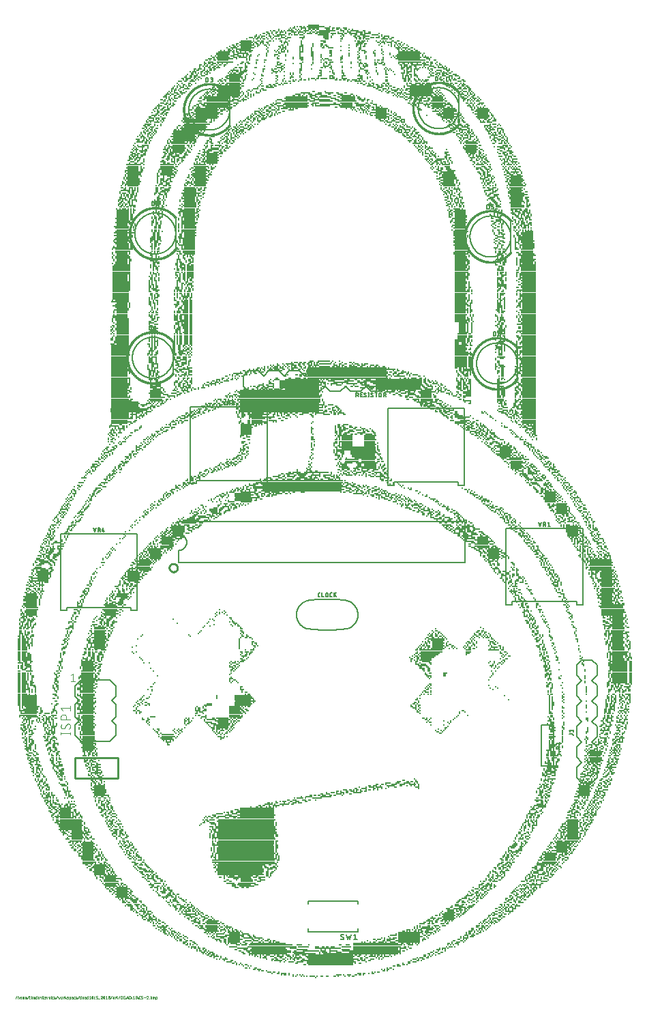
<source format=gbr>
G04 EAGLE Gerber X2 export*
G75*
%MOMM*%
%FSLAX34Y34*%
%LPD*%
%AMOC8*
5,1,8,0,0,1.08239X$1,22.5*%
G01*
%ADD10R,0.175000X0.175000*%
%ADD11R,0.700000X0.175000*%
%ADD12R,0.350000X0.175000*%
%ADD13R,0.525000X0.175000*%
%ADD14R,5.600000X0.175000*%
%ADD15R,5.775000X0.175000*%
%ADD16R,0.875000X0.175000*%
%ADD17R,6.125000X0.175000*%
%ADD18R,1.050000X0.175000*%
%ADD19R,6.650000X0.175000*%
%ADD20R,6.300000X0.175000*%
%ADD21R,4.725000X0.175000*%
%ADD22R,2.800000X0.175000*%
%ADD23R,9.275000X0.175000*%
%ADD24R,4.900000X0.175000*%
%ADD25R,1.575000X0.175000*%
%ADD26R,6.475000X0.175000*%
%ADD27R,2.100000X0.175000*%
%ADD28R,7.350000X0.175000*%
%ADD29R,4.550000X0.175000*%
%ADD30R,1.400000X0.175000*%
%ADD31R,4.200000X0.175000*%
%ADD32R,3.325000X0.175000*%
%ADD33R,1.225000X0.175000*%
%ADD34R,5.950000X0.175000*%
%ADD35R,5.425000X0.175000*%
%ADD36R,4.375000X0.175000*%
%ADD37R,3.150000X0.175000*%
%ADD38R,1.925000X0.175000*%
%ADD39R,2.450000X0.175000*%
%ADD40R,1.750000X0.175000*%
%ADD41R,2.275000X0.175000*%
%ADD42R,2.975000X0.175000*%
%ADD43R,7.875000X0.175000*%
%ADD44R,7.000000X0.175000*%
%ADD45R,7.525000X0.175000*%
%ADD46R,7.175000X0.175000*%
%ADD47R,7.700000X0.175000*%
%ADD48R,3.500000X0.175000*%
%ADD49R,2.625000X0.175000*%
%ADD50R,9.975000X0.175000*%
%ADD51R,10.150000X0.175000*%
%ADD52R,11.025000X0.175000*%
%ADD53R,11.725000X0.175000*%
%ADD54R,10.850000X0.175000*%
%ADD55R,4.025000X0.175000*%
%ADD56R,10.500000X0.175000*%
%ADD57R,9.800000X0.175000*%
%ADD58R,3.675000X0.175000*%
%ADD59R,10.325000X0.175000*%
%ADD60R,5.250000X0.175000*%
%ADD61R,5.075000X0.175000*%
%ADD62C,0.025400*%
%ADD63C,0.254000*%
%ADD64C,0.203200*%
%ADD65C,0.127000*%
%ADD66C,0.152400*%
%ADD67C,0.101600*%
%ADD68C,0.076200*%


D10*
X372750Y17500D03*
X344750Y19250D03*
X348250Y19250D03*
X355250Y19250D03*
X358750Y19250D03*
X362250Y19250D03*
D11*
X368375Y19250D03*
D10*
X374500Y19250D03*
D12*
X380625Y19250D03*
X387625Y19250D03*
X396375Y19250D03*
D10*
X400750Y19250D03*
X409500Y19250D03*
X414750Y19250D03*
D12*
X419125Y19250D03*
D10*
X330750Y21000D03*
D12*
X335125Y21000D03*
D10*
X339500Y21000D03*
X344750Y21000D03*
X350000Y21000D03*
X353500Y21000D03*
X357000Y21000D03*
D11*
X401625Y21000D03*
D10*
X407750Y21000D03*
D13*
X414750Y21000D03*
D12*
X422625Y21000D03*
X427875Y21000D03*
D10*
X432250Y21000D03*
X318500Y22750D03*
D12*
X326375Y22750D03*
D11*
X333375Y22750D03*
D10*
X339500Y22750D03*
D13*
X427000Y22750D03*
D12*
X433125Y22750D03*
D10*
X439250Y22750D03*
D12*
X443625Y22750D03*
D13*
X315000Y24500D03*
D12*
X321125Y24500D03*
D10*
X327250Y24500D03*
X442750Y24500D03*
X446250Y24500D03*
D12*
X450625Y24500D03*
D10*
X302750Y26250D03*
D12*
X307125Y26250D03*
D10*
X311500Y26250D03*
D12*
X457625Y26250D03*
D10*
X462000Y26250D03*
D12*
X296625Y28000D03*
D13*
X302750Y28000D03*
D10*
X455000Y28000D03*
X458500Y28000D03*
D12*
X462875Y28000D03*
D10*
X469000Y28000D03*
D12*
X286125Y29750D03*
D10*
X290500Y29750D03*
D12*
X298375Y29750D03*
D10*
X462000Y29750D03*
D12*
X466375Y29750D03*
D10*
X283500Y31500D03*
X288750Y31500D03*
X292250Y31500D03*
D12*
X469875Y31500D03*
D13*
X476000Y31500D03*
D10*
X274750Y33250D03*
X278250Y33250D03*
X281750Y33250D03*
D12*
X286125Y33250D03*
X359625Y33250D03*
D14*
X391125Y33250D03*
D12*
X475125Y33250D03*
X482125Y33250D03*
D10*
X486500Y33250D03*
D12*
X270375Y35000D03*
D10*
X274750Y35000D03*
X280000Y35000D03*
D12*
X349125Y35000D03*
D15*
X390250Y35000D03*
D10*
X421750Y35000D03*
D12*
X427875Y35000D03*
D10*
X481250Y35000D03*
D12*
X489125Y35000D03*
D11*
X265125Y36750D03*
D10*
X273000Y36750D03*
X329000Y36750D03*
X334250Y36750D03*
D11*
X342125Y36750D03*
D16*
X353500Y36750D03*
D17*
X392000Y36750D03*
D10*
X435750Y36750D03*
D12*
X489125Y36750D03*
D13*
X495250Y36750D03*
D10*
X259000Y38500D03*
D12*
X268625Y38500D03*
D10*
X318500Y38500D03*
D18*
X326375Y38500D03*
D10*
X336000Y38500D03*
X346500Y38500D03*
D19*
X387625Y38500D03*
D12*
X426125Y38500D03*
D13*
X432250Y38500D03*
D12*
X440125Y38500D03*
D10*
X491750Y38500D03*
D12*
X499625Y38500D03*
D10*
X504000Y38500D03*
X250250Y40250D03*
X253750Y40250D03*
D11*
X259875Y40250D03*
D10*
X311500Y40250D03*
D12*
X319375Y40250D03*
X324625Y40250D03*
X333375Y40250D03*
D10*
X337750Y40250D03*
X341250Y40250D03*
D12*
X345625Y40250D03*
X350875Y40250D03*
X357875Y40250D03*
D20*
X394625Y40250D03*
D12*
X429625Y40250D03*
D10*
X434000Y40250D03*
D13*
X442750Y40250D03*
D10*
X451500Y40250D03*
X455000Y40250D03*
D13*
X495250Y40250D03*
D10*
X500500Y40250D03*
D12*
X506625Y40250D03*
D10*
X246750Y42000D03*
X255500Y42000D03*
X260750Y42000D03*
X304500Y42000D03*
D13*
X309750Y42000D03*
D12*
X322875Y42000D03*
X329875Y42000D03*
D10*
X336000Y42000D03*
D12*
X342125Y42000D03*
D18*
X350875Y42000D03*
D15*
X390250Y42000D03*
D12*
X429625Y42000D03*
X436625Y42000D03*
D10*
X448000Y42000D03*
X451500Y42000D03*
X456750Y42000D03*
X498750Y42000D03*
D13*
X504000Y42000D03*
D12*
X511875Y42000D03*
X242375Y43750D03*
D11*
X249375Y43750D03*
D10*
X255500Y43750D03*
X297500Y43750D03*
X301000Y43750D03*
X304500Y43750D03*
D12*
X310625Y43750D03*
D13*
X318500Y43750D03*
D16*
X329000Y43750D03*
D13*
X339500Y43750D03*
D10*
X344750Y43750D03*
X348250Y43750D03*
X353500Y43750D03*
D17*
X390250Y43750D03*
D12*
X426125Y43750D03*
D10*
X434000Y43750D03*
D16*
X442750Y43750D03*
D10*
X449750Y43750D03*
D12*
X454125Y43750D03*
D11*
X461125Y43750D03*
D10*
X467250Y43750D03*
D12*
X508375Y43750D03*
D10*
X512750Y43750D03*
X516250Y43750D03*
D12*
X238875Y45500D03*
D13*
X245000Y45500D03*
D10*
X250250Y45500D03*
X290500Y45500D03*
X294000Y45500D03*
D12*
X298375Y45500D03*
D10*
X304500Y45500D03*
X308000Y45500D03*
D13*
X313250Y45500D03*
D10*
X322000Y45500D03*
D12*
X326375Y45500D03*
D10*
X332500Y45500D03*
D13*
X337750Y45500D03*
D10*
X344750Y45500D03*
D13*
X350000Y45500D03*
X358750Y45500D03*
D14*
X391125Y45500D03*
D12*
X422625Y45500D03*
X427875Y45500D03*
D10*
X435750Y45500D03*
D12*
X441875Y45500D03*
D10*
X446250Y45500D03*
D12*
X450625Y45500D03*
D10*
X455000Y45500D03*
X458500Y45500D03*
X465500Y45500D03*
X470750Y45500D03*
D12*
X508375Y45500D03*
D10*
X514500Y45500D03*
X518000Y45500D03*
X521500Y45500D03*
X232750Y47250D03*
X236250Y47250D03*
D12*
X240625Y47250D03*
X245875Y47250D03*
X284375Y47250D03*
D21*
X313250Y47250D03*
D22*
X359625Y47250D03*
D10*
X378000Y47250D03*
D23*
X428750Y47250D03*
D10*
X477750Y47250D03*
D12*
X513625Y47250D03*
D10*
X519750Y47250D03*
D12*
X525875Y47250D03*
D13*
X232750Y49000D03*
D10*
X238000Y49000D03*
D13*
X243250Y49000D03*
D12*
X282625Y49000D03*
X289625Y49000D03*
D24*
X317625Y49000D03*
D25*
X351750Y49000D03*
D10*
X378000Y49000D03*
D11*
X384125Y49000D03*
D10*
X390250Y49000D03*
D11*
X401625Y49000D03*
D26*
X446250Y49000D03*
D12*
X517125Y49000D03*
X522375Y49000D03*
X529375Y49000D03*
D10*
X225750Y50750D03*
D12*
X230125Y50750D03*
X235375Y50750D03*
D10*
X239750Y50750D03*
D12*
X279125Y50750D03*
D14*
X314125Y50750D03*
D12*
X347375Y50750D03*
D27*
X366625Y50750D03*
D11*
X382375Y50750D03*
D18*
X394625Y50750D03*
D28*
X441875Y50750D03*
D12*
X482125Y50750D03*
D10*
X519750Y50750D03*
X525000Y50750D03*
X533750Y50750D03*
X225750Y52500D03*
X229250Y52500D03*
X232750Y52500D03*
X236250Y52500D03*
D12*
X273875Y52500D03*
D13*
X285250Y52500D03*
D29*
X314125Y52500D03*
D30*
X356125Y52500D03*
D10*
X379750Y52500D03*
X385000Y52500D03*
X390250Y52500D03*
D18*
X410375Y52500D03*
D14*
X447125Y52500D03*
D10*
X477750Y52500D03*
X486500Y52500D03*
D13*
X525000Y52500D03*
D10*
X530250Y52500D03*
X533750Y52500D03*
X218750Y54250D03*
D12*
X223125Y54250D03*
X228375Y54250D03*
X233625Y54250D03*
D30*
X282625Y54250D03*
D31*
X314125Y54250D03*
D16*
X344750Y54250D03*
D32*
X388500Y54250D03*
D14*
X447125Y54250D03*
D16*
X481250Y54250D03*
D12*
X490875Y54250D03*
D10*
X526750Y54250D03*
D13*
X532000Y54250D03*
D10*
X537250Y54250D03*
X215250Y56000D03*
D11*
X221375Y56000D03*
D10*
X227500Y56000D03*
D18*
X270375Y56000D03*
D17*
X318500Y56000D03*
D30*
X357875Y56000D03*
D13*
X374500Y56000D03*
D12*
X382375Y56000D03*
X387625Y56000D03*
D13*
X393750Y56000D03*
D33*
X411250Y56000D03*
D34*
X448875Y56000D03*
D12*
X483875Y56000D03*
D10*
X488250Y56000D03*
X535500Y56000D03*
D13*
X540750Y56000D03*
D10*
X546000Y56000D03*
D12*
X212625Y57750D03*
D10*
X217000Y57750D03*
X220500Y57750D03*
X225750Y57750D03*
X262500Y57750D03*
D13*
X276500Y57750D03*
D11*
X284375Y57750D03*
D35*
X316750Y57750D03*
D11*
X352625Y57750D03*
D10*
X364000Y57750D03*
D12*
X403375Y57750D03*
D13*
X413000Y57750D03*
D17*
X449750Y57750D03*
D10*
X483000Y57750D03*
D11*
X490875Y57750D03*
D10*
X498750Y57750D03*
X537250Y57750D03*
X540750Y57750D03*
X544250Y57750D03*
X549500Y57750D03*
D12*
X209125Y59500D03*
D10*
X213500Y59500D03*
X217000Y59500D03*
D12*
X223125Y59500D03*
D10*
X260750Y59500D03*
X264250Y59500D03*
D16*
X271250Y59500D03*
D10*
X280000Y59500D03*
D12*
X286125Y59500D03*
D36*
X313250Y59500D03*
D14*
X447125Y59500D03*
D12*
X480375Y59500D03*
D13*
X488250Y59500D03*
D10*
X493500Y59500D03*
X497000Y59500D03*
X500500Y59500D03*
D12*
X538125Y59500D03*
D10*
X542500Y59500D03*
D13*
X547750Y59500D03*
X210000Y61250D03*
D12*
X221375Y61250D03*
D10*
X255500Y61250D03*
D12*
X259875Y61250D03*
D25*
X271250Y61250D03*
D12*
X284375Y61250D03*
D10*
X294000Y61250D03*
D12*
X303625Y61250D03*
D10*
X308000Y61250D03*
D12*
X315875Y61250D03*
D10*
X320250Y61250D03*
D13*
X325500Y61250D03*
D10*
X430500Y61250D03*
X434000Y61250D03*
X441000Y61250D03*
D12*
X445375Y61250D03*
D11*
X454125Y61250D03*
D10*
X460250Y61250D03*
D11*
X468125Y61250D03*
D22*
X489125Y61250D03*
D10*
X542500Y61250D03*
D13*
X549500Y61250D03*
D10*
X556500Y61250D03*
X201250Y63000D03*
D12*
X205625Y63000D03*
X212625Y63000D03*
X217875Y63000D03*
D10*
X250250Y63000D03*
D12*
X254625Y63000D03*
X259875Y63000D03*
D25*
X271250Y63000D03*
D16*
X288750Y63000D03*
D11*
X298375Y63000D03*
D10*
X306250Y63000D03*
D13*
X311500Y63000D03*
D10*
X316750Y63000D03*
D12*
X321125Y63000D03*
D10*
X437500Y63000D03*
X448000Y63000D03*
D12*
X457625Y63000D03*
D13*
X463750Y63000D03*
D37*
X487375Y63000D03*
D10*
X505750Y63000D03*
D12*
X545125Y63000D03*
X553875Y63000D03*
D10*
X558250Y63000D03*
X199500Y64750D03*
D12*
X205625Y64750D03*
D10*
X210000Y64750D03*
D11*
X251125Y64750D03*
D12*
X259875Y64750D03*
D38*
X273000Y64750D03*
D12*
X294875Y64750D03*
D10*
X302750Y64750D03*
X308000Y64750D03*
D12*
X314125Y64750D03*
X445375Y64750D03*
D13*
X451500Y64750D03*
D10*
X458500Y64750D03*
D18*
X466375Y64750D03*
D22*
X489125Y64750D03*
D13*
X507500Y64750D03*
D12*
X550375Y64750D03*
D10*
X556500Y64750D03*
X560000Y64750D03*
X197750Y66500D03*
D12*
X202125Y66500D03*
D10*
X208250Y66500D03*
X213500Y66500D03*
D12*
X245875Y66500D03*
D13*
X257250Y66500D03*
D25*
X271250Y66500D03*
D33*
X288750Y66500D03*
D18*
X301875Y66500D03*
D10*
X455000Y66500D03*
X458500Y66500D03*
X465500Y66500D03*
D13*
X470750Y66500D03*
D22*
X489125Y66500D03*
D10*
X507500Y66500D03*
X512750Y66500D03*
X553000Y66500D03*
D11*
X559125Y66500D03*
D10*
X194250Y68250D03*
X197750Y68250D03*
X201250Y68250D03*
D12*
X205625Y68250D03*
X210875Y68250D03*
D10*
X239750Y68250D03*
X243250Y68250D03*
X246750Y68250D03*
D30*
X256375Y68250D03*
X272125Y68250D03*
D12*
X282625Y68250D03*
X291375Y68250D03*
X296625Y68250D03*
D10*
X463750Y68250D03*
D37*
X490875Y68250D03*
D10*
X511000Y68250D03*
X553000Y68250D03*
X556500Y68250D03*
X561750Y68250D03*
D13*
X567000Y68250D03*
D10*
X189000Y70000D03*
X192500Y70000D03*
X196000Y70000D03*
X199500Y70000D03*
X203000Y70000D03*
X208250Y70000D03*
X245000Y70000D03*
X250250Y70000D03*
D39*
X272125Y70000D03*
D12*
X289625Y70000D03*
D10*
X295750Y70000D03*
D16*
X469000Y70000D03*
D22*
X489125Y70000D03*
D12*
X508375Y70000D03*
X513625Y70000D03*
D13*
X560000Y70000D03*
X568750Y70000D03*
D12*
X186375Y71750D03*
D10*
X190750Y71750D03*
D12*
X195125Y71750D03*
D10*
X201250Y71750D03*
X204750Y71750D03*
X238000Y71750D03*
X241500Y71750D03*
X246750Y71750D03*
D18*
X254625Y71750D03*
D30*
X272125Y71750D03*
D16*
X285250Y71750D03*
D10*
X472500Y71750D03*
D22*
X489125Y71750D03*
D10*
X505750Y71750D03*
X511000Y71750D03*
X516250Y71750D03*
X519750Y71750D03*
X560000Y71750D03*
D12*
X564375Y71750D03*
D10*
X568750Y71750D03*
D12*
X573125Y71750D03*
X184625Y73500D03*
D10*
X190750Y73500D03*
X194250Y73500D03*
D12*
X198625Y73500D03*
D10*
X203000Y73500D03*
D12*
X235375Y73500D03*
D10*
X239750Y73500D03*
D12*
X244125Y73500D03*
D10*
X248500Y73500D03*
X259000Y73500D03*
D25*
X271250Y73500D03*
D10*
X281750Y73500D03*
D37*
X490875Y73500D03*
D18*
X513625Y73500D03*
D10*
X521500Y73500D03*
X560000Y73500D03*
D12*
X564375Y73500D03*
D10*
X570500Y73500D03*
D12*
X576625Y73500D03*
D10*
X180250Y75250D03*
D12*
X184625Y75250D03*
D10*
X189000Y75250D03*
D13*
X196000Y75250D03*
D40*
X244125Y75250D03*
D10*
X255500Y75250D03*
X260750Y75250D03*
D12*
X265125Y75250D03*
X270375Y75250D03*
X275625Y75250D03*
D10*
X280000Y75250D03*
D12*
X482125Y75250D03*
D10*
X486500Y75250D03*
X490000Y75250D03*
D12*
X496125Y75250D03*
D10*
X500500Y75250D03*
D12*
X504875Y75250D03*
D13*
X511000Y75250D03*
D12*
X520625Y75250D03*
D10*
X525000Y75250D03*
D13*
X565250Y75250D03*
D10*
X570500Y75250D03*
X574000Y75250D03*
X577500Y75250D03*
X581000Y75250D03*
X178500Y77000D03*
D11*
X184625Y77000D03*
D10*
X192500Y77000D03*
D40*
X242375Y77000D03*
D11*
X258125Y77000D03*
D10*
X264250Y77000D03*
X269500Y77000D03*
D12*
X273875Y77000D03*
D13*
X488250Y77000D03*
D10*
X493500Y77000D03*
X497000Y77000D03*
D13*
X502250Y77000D03*
D16*
X514500Y77000D03*
D10*
X523250Y77000D03*
X526750Y77000D03*
D12*
X567875Y77000D03*
D10*
X572250Y77000D03*
X575750Y77000D03*
X579250Y77000D03*
X584500Y77000D03*
X175000Y78750D03*
X180250Y78750D03*
D12*
X184625Y78750D03*
D10*
X190750Y78750D03*
X194250Y78750D03*
D11*
X231875Y78750D03*
D30*
X244125Y78750D03*
D10*
X253750Y78750D03*
X259000Y78750D03*
X262500Y78750D03*
X266000Y78750D03*
X269500Y78750D03*
X495250Y78750D03*
X498750Y78750D03*
D40*
X511875Y78750D03*
D12*
X524125Y78750D03*
X567875Y78750D03*
D13*
X577500Y78750D03*
D10*
X582750Y78750D03*
X586250Y78750D03*
D33*
X182000Y80500D03*
D10*
X227500Y80500D03*
D12*
X231875Y80500D03*
D40*
X244125Y80500D03*
D12*
X256375Y80500D03*
D16*
X264250Y80500D03*
D10*
X495250Y80500D03*
X498750Y80500D03*
X502250Y80500D03*
D18*
X510125Y80500D03*
D10*
X518000Y80500D03*
X521500Y80500D03*
X526750Y80500D03*
D12*
X573125Y80500D03*
D13*
X581000Y80500D03*
D10*
X588000Y80500D03*
D12*
X172375Y82250D03*
D10*
X176750Y82250D03*
D12*
X182875Y82250D03*
X188125Y82250D03*
X224875Y82250D03*
D13*
X231000Y82250D03*
D25*
X243250Y82250D03*
D10*
X253750Y82250D03*
X259000Y82250D03*
X262500Y82250D03*
X498750Y82250D03*
X502250Y82250D03*
D12*
X513625Y82250D03*
D11*
X522375Y82250D03*
D13*
X532000Y82250D03*
X574000Y82250D03*
D12*
X580125Y82250D03*
X585375Y82250D03*
D10*
X589750Y82250D03*
X171500Y84000D03*
X175000Y84000D03*
D12*
X179375Y84000D03*
D10*
X185500Y84000D03*
X220500Y84000D03*
D12*
X228375Y84000D03*
X233625Y84000D03*
D40*
X245875Y84000D03*
D12*
X258125Y84000D03*
D11*
X504875Y84000D03*
D12*
X513625Y84000D03*
X518875Y84000D03*
D13*
X530250Y84000D03*
D12*
X536375Y84000D03*
D10*
X575750Y84000D03*
X579250Y84000D03*
X582750Y84000D03*
X588000Y84000D03*
X591500Y84000D03*
X595000Y84000D03*
X168000Y85750D03*
X171500Y85750D03*
X176750Y85750D03*
D12*
X182875Y85750D03*
D16*
X225750Y85750D03*
D25*
X243250Y85750D03*
D10*
X255500Y85750D03*
D12*
X508375Y85750D03*
D10*
X514500Y85750D03*
X518000Y85750D03*
D12*
X522375Y85750D03*
D10*
X533750Y85750D03*
X537250Y85750D03*
X577500Y85750D03*
X581000Y85750D03*
D12*
X585375Y85750D03*
D13*
X591500Y85750D03*
D12*
X597625Y85750D03*
X165375Y87500D03*
D10*
X169750Y87500D03*
X175000Y87500D03*
D12*
X179375Y87500D03*
D11*
X221375Y87500D03*
D10*
X229250Y87500D03*
X232750Y87500D03*
D25*
X245000Y87500D03*
D16*
X514500Y87500D03*
D12*
X522375Y87500D03*
X529375Y87500D03*
X534625Y87500D03*
D10*
X539000Y87500D03*
X542500Y87500D03*
D12*
X581875Y87500D03*
D10*
X588000Y87500D03*
X591500Y87500D03*
D12*
X595875Y87500D03*
D10*
X600250Y87500D03*
D12*
X160125Y89250D03*
D33*
X169750Y89250D03*
D10*
X178500Y89250D03*
X215250Y89250D03*
D12*
X223125Y89250D03*
D10*
X227500Y89250D03*
D12*
X233625Y89250D03*
D13*
X241500Y89250D03*
D10*
X246750Y89250D03*
D12*
X513625Y89250D03*
D10*
X519750Y89250D03*
D12*
X524125Y89250D03*
D25*
X537250Y89250D03*
D12*
X583625Y89250D03*
D10*
X589750Y89250D03*
X593250Y89250D03*
D13*
X600250Y89250D03*
D10*
X157500Y91000D03*
X162750Y91000D03*
D13*
X168000Y91000D03*
D10*
X175000Y91000D03*
D12*
X214375Y91000D03*
D10*
X218750Y91000D03*
D12*
X224875Y91000D03*
D10*
X229250Y91000D03*
D13*
X236250Y91000D03*
D10*
X245000Y91000D03*
D11*
X518875Y91000D03*
D13*
X526750Y91000D03*
D25*
X539000Y91000D03*
D10*
X586250Y91000D03*
X589750Y91000D03*
D11*
X595875Y91000D03*
D10*
X603750Y91000D03*
D13*
X159250Y92750D03*
D12*
X167125Y92750D03*
X172375Y92750D03*
D10*
X210000Y92750D03*
D11*
X219625Y92750D03*
D13*
X232750Y92750D03*
D10*
X239750Y92750D03*
X243250Y92750D03*
X518000Y92750D03*
D25*
X537250Y92750D03*
D10*
X547750Y92750D03*
X551250Y92750D03*
X588000Y92750D03*
D12*
X601125Y92750D03*
X606375Y92750D03*
D10*
X152250Y94500D03*
D12*
X156625Y94500D03*
X161875Y94500D03*
D10*
X166250Y94500D03*
X171500Y94500D03*
D11*
X214375Y94500D03*
D12*
X224875Y94500D03*
D10*
X231000Y94500D03*
D12*
X237125Y94500D03*
X522375Y94500D03*
D10*
X526750Y94500D03*
D25*
X539000Y94500D03*
D10*
X549500Y94500D03*
X553000Y94500D03*
D12*
X588875Y94500D03*
X594125Y94500D03*
D13*
X602000Y94500D03*
D10*
X154000Y96250D03*
X159250Y96250D03*
D11*
X165375Y96250D03*
D10*
X204750Y96250D03*
D40*
X216125Y96250D03*
D12*
X228375Y96250D03*
D10*
X232750Y96250D03*
X526750Y96250D03*
D25*
X537250Y96250D03*
D13*
X549500Y96250D03*
D12*
X555625Y96250D03*
D10*
X591500Y96250D03*
D13*
X596750Y96250D03*
D10*
X603750Y96250D03*
D12*
X608125Y96250D03*
D10*
X612500Y96250D03*
D12*
X151375Y98000D03*
X160125Y98000D03*
D10*
X164500Y98000D03*
X169750Y98000D03*
X206500Y98000D03*
X211750Y98000D03*
X224000Y98000D03*
X227500Y98000D03*
D12*
X231875Y98000D03*
D10*
X528500Y98000D03*
D30*
X539875Y98000D03*
D10*
X553000Y98000D03*
D12*
X557375Y98000D03*
X594125Y98000D03*
X601125Y98000D03*
D10*
X605500Y98000D03*
X614250Y98000D03*
X147000Y99750D03*
X150500Y99750D03*
D16*
X157500Y99750D03*
D13*
X166250Y99750D03*
D10*
X203000Y99750D03*
X206500Y99750D03*
D16*
X213500Y99750D03*
D12*
X221375Y99750D03*
D10*
X225750Y99750D03*
X229250Y99750D03*
X530250Y99750D03*
D16*
X540750Y99750D03*
D12*
X548625Y99750D03*
D10*
X553000Y99750D03*
D12*
X559125Y99750D03*
X597625Y99750D03*
D10*
X603750Y99750D03*
D18*
X613375Y99750D03*
D12*
X144375Y101500D03*
D10*
X148750Y101500D03*
X155750Y101500D03*
X159250Y101500D03*
X162750Y101500D03*
X199500Y101500D03*
X204750Y101500D03*
X208250Y101500D03*
X211750Y101500D03*
D12*
X216125Y101500D03*
D10*
X220500Y101500D03*
X224000Y101500D03*
X227500Y101500D03*
D16*
X540750Y101500D03*
D10*
X547750Y101500D03*
D13*
X553000Y101500D03*
D10*
X558250Y101500D03*
X561750Y101500D03*
D12*
X601125Y101500D03*
D10*
X605500Y101500D03*
X609000Y101500D03*
X612500Y101500D03*
X617750Y101500D03*
D13*
X145250Y103250D03*
D12*
X153125Y103250D03*
X158375Y103250D03*
D10*
X162750Y103250D03*
D12*
X200375Y103250D03*
X205625Y103250D03*
D10*
X210000Y103250D03*
D12*
X214375Y103250D03*
X221375Y103250D03*
D10*
X225750Y103250D03*
D13*
X537250Y103250D03*
D18*
X548625Y103250D03*
D12*
X559125Y103250D03*
D10*
X563500Y103250D03*
D12*
X597625Y103250D03*
D10*
X603750Y103250D03*
D12*
X608125Y103250D03*
D10*
X612500Y103250D03*
D13*
X619500Y103250D03*
D12*
X144375Y105000D03*
D10*
X152250Y105000D03*
X155750Y105000D03*
X162750Y105000D03*
D12*
X198625Y105000D03*
D16*
X208250Y105000D03*
D13*
X217000Y105000D03*
D10*
X222250Y105000D03*
D12*
X541625Y105000D03*
D16*
X554750Y105000D03*
D11*
X564375Y105000D03*
D12*
X601125Y105000D03*
D10*
X605500Y105000D03*
D12*
X609875Y105000D03*
D13*
X616000Y105000D03*
D10*
X621250Y105000D03*
X136500Y106750D03*
D11*
X142625Y106750D03*
D12*
X151375Y106750D03*
D10*
X155750Y106750D03*
D12*
X160125Y106750D03*
D10*
X192500Y106750D03*
D13*
X197750Y106750D03*
X206500Y106750D03*
D10*
X213500Y106750D03*
D12*
X219625Y106750D03*
D10*
X542500Y106750D03*
D18*
X550375Y106750D03*
D11*
X566125Y106750D03*
D10*
X603750Y106750D03*
X607250Y106750D03*
X612500Y106750D03*
X616000Y106750D03*
D11*
X623875Y106750D03*
X140875Y108500D03*
X151375Y108500D03*
D12*
X158375Y108500D03*
D10*
X190750Y108500D03*
X196000Y108500D03*
D13*
X203000Y108500D03*
D10*
X210000Y108500D03*
D12*
X214375Y108500D03*
D10*
X218750Y108500D03*
D13*
X547750Y108500D03*
D12*
X555625Y108500D03*
D10*
X560000Y108500D03*
D12*
X569625Y108500D03*
X602875Y108500D03*
D10*
X607250Y108500D03*
D12*
X611625Y108500D03*
X618625Y108500D03*
D10*
X623000Y108500D03*
D13*
X134750Y110250D03*
D12*
X140875Y110250D03*
D13*
X148750Y110250D03*
D10*
X155750Y110250D03*
D12*
X189875Y110250D03*
D10*
X194250Y110250D03*
D12*
X202125Y110250D03*
D10*
X211750Y110250D03*
X217000Y110250D03*
D12*
X548625Y110250D03*
D13*
X556500Y110250D03*
D10*
X563500Y110250D03*
X567000Y110250D03*
X572250Y110250D03*
D12*
X608125Y110250D03*
X615125Y110250D03*
D10*
X621250Y110250D03*
D11*
X627375Y110250D03*
D12*
X133875Y112000D03*
D10*
X138250Y112000D03*
D11*
X147875Y112000D03*
D12*
X154875Y112000D03*
D10*
X187250Y112000D03*
X192500Y112000D03*
D11*
X198625Y112000D03*
D12*
X209125Y112000D03*
X550375Y112000D03*
X555625Y112000D03*
D10*
X561750Y112000D03*
D12*
X569625Y112000D03*
D10*
X574000Y112000D03*
D12*
X611625Y112000D03*
X620375Y112000D03*
X625625Y112000D03*
D10*
X129500Y113750D03*
X133000Y113750D03*
X136500Y113750D03*
D18*
X147875Y113750D03*
D10*
X192500Y113750D03*
D13*
X197750Y113750D03*
D12*
X207375Y113750D03*
D10*
X211750Y113750D03*
D12*
X552125Y113750D03*
D13*
X565250Y113750D03*
D10*
X572250Y113750D03*
X609000Y113750D03*
D13*
X614250Y113750D03*
D10*
X619500Y113750D03*
X623000Y113750D03*
X628250Y113750D03*
D12*
X632625Y113750D03*
D10*
X127750Y115500D03*
D12*
X132125Y115500D03*
D18*
X140875Y115500D03*
D12*
X151375Y115500D03*
D10*
X183750Y115500D03*
X187250Y115500D03*
D12*
X198625Y115500D03*
X205625Y115500D03*
D11*
X557375Y115500D03*
D10*
X563500Y115500D03*
X568750Y115500D03*
D12*
X573125Y115500D03*
X578375Y115500D03*
X609875Y115500D03*
X616875Y115500D03*
D10*
X623000Y115500D03*
X626500Y115500D03*
X630000Y115500D03*
D40*
X132125Y117250D03*
D10*
X143500Y117250D03*
X148750Y117250D03*
D16*
X185500Y117250D03*
D12*
X195125Y117250D03*
D10*
X199500Y117250D03*
X203000Y117250D03*
D12*
X559125Y117250D03*
D10*
X570500Y117250D03*
X574000Y117250D03*
X577500Y117250D03*
X581000Y117250D03*
X614250Y117250D03*
X617750Y117250D03*
D11*
X625625Y117250D03*
D10*
X631750Y117250D03*
D12*
X636125Y117250D03*
D30*
X132125Y119000D03*
D10*
X141750Y119000D03*
D12*
X146125Y119000D03*
X179375Y119000D03*
D16*
X190750Y119000D03*
D10*
X199500Y119000D03*
D16*
X563500Y119000D03*
D13*
X574000Y119000D03*
D10*
X579250Y119000D03*
X582750Y119000D03*
D12*
X615125Y119000D03*
X622125Y119000D03*
D11*
X630875Y119000D03*
D12*
X637875Y119000D03*
D10*
X120750Y120750D03*
D40*
X132125Y120750D03*
D10*
X143500Y120750D03*
X178500Y120750D03*
D13*
X190750Y120750D03*
D12*
X196875Y120750D03*
X202125Y120750D03*
D10*
X561750Y120750D03*
D12*
X567875Y120750D03*
D10*
X572250Y120750D03*
X575750Y120750D03*
D12*
X580125Y120750D03*
D10*
X584500Y120750D03*
X619500Y120750D03*
D12*
X623875Y120750D03*
X632625Y120750D03*
D10*
X638750Y120750D03*
X642250Y120750D03*
X122500Y122500D03*
D30*
X132125Y122500D03*
D12*
X142625Y122500D03*
D10*
X176750Y122500D03*
D13*
X183750Y122500D03*
D12*
X191625Y122500D03*
D10*
X196000Y122500D03*
X565250Y122500D03*
D13*
X572250Y122500D03*
D10*
X577500Y122500D03*
X582750Y122500D03*
X586250Y122500D03*
D12*
X616875Y122500D03*
D10*
X623000Y122500D03*
X628250Y122500D03*
X631750Y122500D03*
D12*
X636125Y122500D03*
X641375Y122500D03*
X118125Y124250D03*
D38*
X131250Y124250D03*
D12*
X144375Y124250D03*
D10*
X175000Y124250D03*
D11*
X182875Y124250D03*
D12*
X193375Y124250D03*
D10*
X563500Y124250D03*
X568750Y124250D03*
D12*
X573125Y124250D03*
X583625Y124250D03*
D13*
X619500Y124250D03*
D10*
X626500Y124250D03*
X630000Y124250D03*
X633500Y124250D03*
X637000Y124250D03*
X640500Y124250D03*
X644000Y124250D03*
X117250Y126000D03*
D12*
X121625Y126000D03*
D30*
X132125Y126000D03*
D10*
X143500Y126000D03*
X171500Y126000D03*
X176750Y126000D03*
D13*
X185500Y126000D03*
X192500Y126000D03*
D12*
X567875Y126000D03*
D10*
X575750Y126000D03*
D12*
X580125Y126000D03*
X587125Y126000D03*
D10*
X619500Y126000D03*
D12*
X623875Y126000D03*
D10*
X628250Y126000D03*
X631750Y126000D03*
D12*
X639625Y126000D03*
X644875Y126000D03*
X114625Y127750D03*
X119875Y127750D03*
D38*
X133000Y127750D03*
D10*
X176750Y127750D03*
X180250Y127750D03*
D12*
X184625Y127750D03*
X189875Y127750D03*
D13*
X572250Y127750D03*
D12*
X578375Y127750D03*
X583625Y127750D03*
X590625Y127750D03*
D10*
X621250Y127750D03*
D16*
X630000Y127750D03*
D10*
X637000Y127750D03*
D12*
X643125Y127750D03*
D10*
X647500Y127750D03*
X112000Y129500D03*
X117250Y129500D03*
X122500Y129500D03*
D30*
X132125Y129500D03*
D12*
X168875Y129500D03*
D13*
X175000Y129500D03*
D10*
X180250Y129500D03*
X183750Y129500D03*
D12*
X189875Y129500D03*
D13*
X274750Y129500D03*
D12*
X282625Y129500D03*
X287875Y129500D03*
D10*
X568750Y129500D03*
X575750Y129500D03*
D12*
X580125Y129500D03*
D10*
X584500Y129500D03*
X589750Y129500D03*
X595000Y129500D03*
X623000Y129500D03*
D13*
X635250Y129500D03*
D10*
X640500Y129500D03*
D13*
X645750Y129500D03*
D10*
X651000Y129500D03*
D25*
X119000Y131250D03*
D10*
X129500Y131250D03*
X133000Y131250D03*
X138250Y131250D03*
D12*
X170625Y131250D03*
X177625Y131250D03*
D10*
X182000Y131250D03*
X185500Y131250D03*
D13*
X271250Y131250D03*
D38*
X287000Y131250D03*
D10*
X575750Y131250D03*
D11*
X583625Y131250D03*
D12*
X590625Y131250D03*
X595875Y131250D03*
D10*
X624750Y131250D03*
X628250Y131250D03*
X631750Y131250D03*
X635250Y131250D03*
X640500Y131250D03*
X645750Y131250D03*
X651000Y131250D03*
D25*
X117250Y133000D03*
D10*
X127750Y133000D03*
X131250Y133000D03*
D12*
X135625Y133000D03*
D11*
X168875Y133000D03*
D10*
X183750Y133000D03*
X187250Y133000D03*
D13*
X271250Y133000D03*
D40*
X284375Y133000D03*
D13*
X299250Y133000D03*
X577500Y133000D03*
D16*
X588000Y133000D03*
D10*
X595000Y133000D03*
X626500Y133000D03*
D13*
X631750Y133000D03*
D25*
X645750Y133000D03*
D10*
X108500Y134750D03*
D40*
X119875Y134750D03*
D12*
X132125Y134750D03*
D10*
X168000Y134750D03*
D16*
X176750Y134750D03*
D10*
X183750Y134750D03*
D18*
X266875Y134750D03*
D41*
X287000Y134750D03*
D12*
X580125Y134750D03*
X587125Y134750D03*
D10*
X591500Y134750D03*
D12*
X636125Y134750D03*
X643125Y134750D03*
D10*
X647500Y134750D03*
D12*
X653625Y134750D03*
D10*
X106750Y136500D03*
D38*
X119000Y136500D03*
D12*
X165375Y136500D03*
X174125Y136500D03*
X181125Y136500D03*
D10*
X185500Y136500D03*
D12*
X259875Y136500D03*
X266875Y136500D03*
D25*
X287000Y136500D03*
D13*
X302750Y136500D03*
D10*
X577500Y136500D03*
D12*
X581875Y136500D03*
D10*
X589750Y136500D03*
D11*
X595875Y136500D03*
D13*
X630000Y136500D03*
D10*
X635250Y136500D03*
D12*
X639625Y136500D03*
D10*
X644000Y136500D03*
X647500Y136500D03*
D16*
X656250Y136500D03*
D10*
X105000Y138250D03*
D25*
X117250Y138250D03*
D10*
X131250Y138250D03*
X162750Y138250D03*
D12*
X172375Y138250D03*
X181125Y138250D03*
X263375Y138250D03*
D10*
X274750Y138250D03*
D25*
X287000Y138250D03*
D12*
X298375Y138250D03*
D11*
X307125Y138250D03*
D10*
X584500Y138250D03*
D13*
X589750Y138250D03*
D10*
X595000Y138250D03*
D12*
X601125Y138250D03*
X634375Y138250D03*
D13*
X642250Y138250D03*
D11*
X650125Y138250D03*
D10*
X661500Y138250D03*
X101500Y140000D03*
X108500Y140000D03*
D27*
X121625Y140000D03*
D10*
X161000Y140000D03*
D16*
X168000Y140000D03*
D13*
X178500Y140000D03*
D10*
X259000Y140000D03*
D11*
X273875Y140000D03*
D30*
X286125Y140000D03*
D12*
X303625Y140000D03*
D10*
X584500Y140000D03*
X589750Y140000D03*
X593250Y140000D03*
D12*
X597625Y140000D03*
D10*
X603750Y140000D03*
X633500Y140000D03*
D12*
X637875Y140000D03*
D10*
X645750Y140000D03*
X652750Y140000D03*
D13*
X658000Y140000D03*
D10*
X101500Y141750D03*
D13*
X106750Y141750D03*
D30*
X118125Y141750D03*
D12*
X158375Y141750D03*
D10*
X164500Y141750D03*
D12*
X170625Y141750D03*
X175875Y141750D03*
X254625Y141750D03*
D10*
X259000Y141750D03*
D42*
X278250Y141750D03*
D13*
X297500Y141750D03*
D16*
X306250Y141750D03*
D10*
X315000Y141750D03*
X588000Y141750D03*
D12*
X592375Y141750D03*
D10*
X598500Y141750D03*
D12*
X604625Y141750D03*
D10*
X633500Y141750D03*
D13*
X640500Y141750D03*
D10*
X645750Y141750D03*
X649250Y141750D03*
X652750Y141750D03*
X656250Y141750D03*
D12*
X664125Y141750D03*
D10*
X99750Y143500D03*
X105000Y143500D03*
D40*
X118125Y143500D03*
D10*
X161000Y143500D03*
D12*
X165375Y143500D03*
X170625Y143500D03*
X175875Y143500D03*
D10*
X259000Y143500D03*
X262500Y143500D03*
D11*
X268625Y143500D03*
D38*
X285250Y143500D03*
D12*
X300125Y143500D03*
X312375Y143500D03*
D10*
X316750Y143500D03*
D12*
X587125Y143500D03*
D10*
X593250Y143500D03*
D11*
X599375Y143500D03*
D10*
X607250Y143500D03*
X635250Y143500D03*
X638750Y143500D03*
D13*
X644000Y143500D03*
D10*
X649250Y143500D03*
D13*
X659750Y143500D03*
D10*
X666750Y143500D03*
D25*
X105000Y145250D03*
D12*
X116375Y145250D03*
D10*
X120750Y145250D03*
X124250Y145250D03*
D12*
X158375Y145250D03*
X163625Y145250D03*
D10*
X168000Y145250D03*
D12*
X172375Y145250D03*
D15*
X280000Y145250D03*
D12*
X312375Y145250D03*
D10*
X316750Y145250D03*
X588000Y145250D03*
X593250Y145250D03*
X598500Y145250D03*
X603750Y145250D03*
X607250Y145250D03*
D12*
X637875Y145250D03*
D10*
X642250Y145250D03*
D16*
X652750Y145250D03*
D10*
X661500Y145250D03*
D13*
X666750Y145250D03*
D30*
X104125Y147000D03*
D10*
X115500Y147000D03*
X119000Y147000D03*
X122500Y147000D03*
D12*
X156625Y147000D03*
D10*
X169750Y147000D03*
X175000Y147000D03*
D14*
X279125Y147000D03*
D12*
X312375Y147000D03*
X317625Y147000D03*
D10*
X589750Y147000D03*
D12*
X597625Y147000D03*
D10*
X602000Y147000D03*
D12*
X606375Y147000D03*
D10*
X640500Y147000D03*
D11*
X646625Y147000D03*
D13*
X656250Y147000D03*
D10*
X661500Y147000D03*
X665000Y147000D03*
D25*
X103250Y148750D03*
D10*
X113750Y148750D03*
D13*
X120750Y148750D03*
X155750Y148750D03*
D33*
X166250Y148750D03*
D10*
X248500Y148750D03*
D15*
X280000Y148750D03*
D12*
X312375Y148750D03*
X319375Y148750D03*
D10*
X589750Y148750D03*
D13*
X595000Y148750D03*
D11*
X604625Y148750D03*
D10*
X640500Y148750D03*
D11*
X646625Y148750D03*
D10*
X656250Y148750D03*
D12*
X660625Y148750D03*
D10*
X666750Y148750D03*
X670250Y148750D03*
D12*
X93625Y150500D03*
D30*
X104125Y150500D03*
D13*
X115500Y150500D03*
D10*
X120750Y150500D03*
X152250Y150500D03*
D13*
X161000Y150500D03*
D10*
X166250Y150500D03*
X169750Y150500D03*
D34*
X279125Y150500D03*
D10*
X313250Y150500D03*
X322000Y150500D03*
X593250Y150500D03*
X603750Y150500D03*
D13*
X610750Y150500D03*
D10*
X642250Y150500D03*
D16*
X651000Y150500D03*
D10*
X659750Y150500D03*
X663250Y150500D03*
D12*
X667625Y150500D03*
D10*
X672000Y150500D03*
D12*
X93625Y152250D03*
D25*
X105000Y152250D03*
D10*
X117250Y152250D03*
X120750Y152250D03*
X150500Y152250D03*
D16*
X157500Y152250D03*
D10*
X168000Y152250D03*
D34*
X279125Y152250D03*
D11*
X315875Y152250D03*
D10*
X323750Y152250D03*
X596750Y152250D03*
D12*
X601125Y152250D03*
D10*
X605500Y152250D03*
X610750Y152250D03*
D12*
X646625Y152250D03*
D13*
X652750Y152250D03*
D10*
X659750Y152250D03*
D12*
X664125Y152250D03*
X669375Y152250D03*
D10*
X673750Y152250D03*
X89250Y154000D03*
D40*
X102375Y154000D03*
D12*
X114625Y154000D03*
D10*
X119000Y154000D03*
X148750Y154000D03*
D13*
X154000Y154000D03*
D12*
X165375Y154000D03*
X247625Y154000D03*
D14*
X279125Y154000D03*
D13*
X311500Y154000D03*
D16*
X320250Y154000D03*
D12*
X595875Y154000D03*
X601125Y154000D03*
D13*
X607250Y154000D03*
D10*
X614250Y154000D03*
D11*
X644875Y154000D03*
D12*
X653625Y154000D03*
X660625Y154000D03*
X665875Y154000D03*
D10*
X672000Y154000D03*
X677250Y154000D03*
D12*
X91875Y155750D03*
D38*
X105000Y155750D03*
D10*
X117250Y155750D03*
X147000Y155750D03*
X152250Y155750D03*
D12*
X163625Y155750D03*
D10*
X248500Y155750D03*
D14*
X279125Y155750D03*
D12*
X310625Y155750D03*
X321125Y155750D03*
D10*
X325500Y155750D03*
X598500Y155750D03*
D12*
X604625Y155750D03*
D13*
X612500Y155750D03*
D12*
X646625Y155750D03*
D11*
X655375Y155750D03*
D10*
X663250Y155750D03*
X670250Y155750D03*
D12*
X676375Y155750D03*
X88375Y157500D03*
D10*
X94500Y157500D03*
D25*
X105000Y157500D03*
D12*
X116375Y157500D03*
X149625Y157500D03*
D13*
X155750Y157500D03*
D12*
X161875Y157500D03*
D10*
X246750Y157500D03*
D17*
X280000Y157500D03*
D12*
X315875Y157500D03*
D10*
X323750Y157500D03*
D12*
X599375Y157500D03*
D13*
X607250Y157500D03*
D10*
X612500Y157500D03*
X616000Y157500D03*
D18*
X651875Y157500D03*
D10*
X659750Y157500D03*
X663250Y157500D03*
D12*
X667625Y157500D03*
X672875Y157500D03*
D30*
X90125Y159250D03*
D10*
X99750Y159250D03*
D12*
X105875Y159250D03*
D10*
X110250Y159250D03*
X113750Y159250D03*
D13*
X150500Y159250D03*
D10*
X155750Y159250D03*
X161000Y159250D03*
X248500Y159250D03*
D28*
X287875Y159250D03*
D13*
X602000Y159250D03*
D12*
X609875Y159250D03*
X615125Y159250D03*
D39*
X658875Y159250D03*
D10*
X673750Y159250D03*
X679000Y159250D03*
D40*
X91875Y161000D03*
D10*
X103250Y161000D03*
D12*
X111125Y161000D03*
D13*
X147000Y161000D03*
D12*
X158375Y161000D03*
D43*
X283500Y161000D03*
D10*
X325500Y161000D03*
D12*
X604625Y161000D03*
D13*
X612500Y161000D03*
D12*
X618625Y161000D03*
D10*
X649250Y161000D03*
D38*
X663250Y161000D03*
D10*
X675500Y161000D03*
X680750Y161000D03*
D25*
X91000Y162750D03*
D12*
X102375Y162750D03*
D10*
X106750Y162750D03*
D12*
X112875Y162750D03*
D10*
X148750Y162750D03*
D13*
X154000Y162750D03*
D10*
X159250Y162750D03*
D43*
X283500Y162750D03*
D12*
X326375Y162750D03*
X604625Y162750D03*
X609875Y162750D03*
D10*
X614250Y162750D03*
X617750Y162750D03*
D13*
X651000Y162750D03*
D25*
X663250Y162750D03*
D10*
X673750Y162750D03*
X679000Y162750D03*
D12*
X683375Y162750D03*
D25*
X89250Y164500D03*
D12*
X102375Y164500D03*
X107625Y164500D03*
D10*
X112000Y164500D03*
D12*
X142625Y164500D03*
D10*
X147000Y164500D03*
X150500Y164500D03*
X155750Y164500D03*
X248500Y164500D03*
D28*
X287875Y164500D03*
D10*
X327250Y164500D03*
D12*
X602875Y164500D03*
X609875Y164500D03*
D10*
X616000Y164500D03*
X619500Y164500D03*
D12*
X653625Y164500D03*
D30*
X664125Y164500D03*
D12*
X674625Y164500D03*
X679875Y164500D03*
D10*
X686000Y164500D03*
D25*
X89250Y166250D03*
D12*
X100625Y166250D03*
D10*
X106750Y166250D03*
X110250Y166250D03*
X140000Y166250D03*
X145250Y166250D03*
X148750Y166250D03*
D13*
X154000Y166250D03*
D10*
X243250Y166250D03*
D12*
X247625Y166250D03*
D44*
X286125Y166250D03*
D10*
X323750Y166250D03*
X327250Y166250D03*
X605500Y166250D03*
D13*
X610750Y166250D03*
D10*
X617750Y166250D03*
D12*
X651875Y166250D03*
D40*
X664125Y166250D03*
D12*
X676375Y166250D03*
D13*
X684250Y166250D03*
D38*
X87500Y168000D03*
D11*
X102375Y168000D03*
D10*
X108500Y168000D03*
D12*
X142625Y168000D03*
D10*
X147000Y168000D03*
D13*
X152250Y168000D03*
D12*
X244125Y168000D03*
D10*
X248500Y168000D03*
D44*
X286125Y168000D03*
D10*
X323750Y168000D03*
X327250Y168000D03*
D12*
X606375Y168000D03*
X611625Y168000D03*
X616875Y168000D03*
X623875Y168000D03*
D10*
X652750Y168000D03*
D30*
X664125Y168000D03*
D10*
X675500Y168000D03*
D12*
X679875Y168000D03*
D10*
X78750Y169750D03*
D30*
X90125Y169750D03*
D12*
X104125Y169750D03*
D10*
X108500Y169750D03*
X136500Y169750D03*
D12*
X140875Y169750D03*
X151375Y169750D03*
D10*
X245000Y169750D03*
X248500Y169750D03*
D44*
X286125Y169750D03*
D12*
X324625Y169750D03*
D10*
X607250Y169750D03*
D12*
X611625Y169750D03*
D10*
X616000Y169750D03*
D12*
X620375Y169750D03*
D38*
X663250Y169750D03*
D13*
X677250Y169750D03*
D12*
X683375Y169750D03*
D10*
X687750Y169750D03*
D12*
X79625Y171500D03*
D25*
X91000Y171500D03*
D10*
X103250Y171500D03*
X106750Y171500D03*
X138250Y171500D03*
D12*
X142625Y171500D03*
D10*
X147000Y171500D03*
X150500Y171500D03*
X245000Y171500D03*
D45*
X285250Y171500D03*
D10*
X325500Y171500D03*
X609000Y171500D03*
X614250Y171500D03*
X617750Y171500D03*
X623000Y171500D03*
X626500Y171500D03*
X654500Y171500D03*
D25*
X665000Y171500D03*
D10*
X679000Y171500D03*
D13*
X684250Y171500D03*
D12*
X690375Y171500D03*
D10*
X77000Y173250D03*
D25*
X89250Y173250D03*
D10*
X99750Y173250D03*
X103250Y173250D03*
X106750Y173250D03*
X134750Y173250D03*
X138250Y173250D03*
X141750Y173250D03*
X147000Y173250D03*
X152250Y173250D03*
X246750Y173250D03*
D46*
X285250Y173250D03*
D10*
X323750Y173250D03*
X609000Y173250D03*
X612500Y173250D03*
D18*
X620375Y173250D03*
D12*
X657125Y173250D03*
D10*
X661500Y173250D03*
X665000Y173250D03*
D30*
X678125Y173250D03*
D10*
X687750Y173250D03*
X691250Y173250D03*
D12*
X74375Y175000D03*
X79625Y175000D03*
D25*
X91000Y175000D03*
D10*
X101500Y175000D03*
D12*
X139125Y175000D03*
X144375Y175000D03*
D10*
X148750Y175000D03*
X243250Y175000D03*
X246750Y175000D03*
D46*
X285250Y175000D03*
D10*
X323750Y175000D03*
D13*
X614250Y175000D03*
D16*
X624750Y175000D03*
D10*
X663250Y175000D03*
D27*
X676375Y175000D03*
D10*
X689500Y175000D03*
X693000Y175000D03*
D12*
X74375Y176750D03*
D10*
X80500Y176750D03*
D38*
X92750Y176750D03*
D10*
X105000Y176750D03*
X133000Y176750D03*
X136500Y176750D03*
X143500Y176750D03*
D12*
X149625Y176750D03*
D10*
X243250Y176750D03*
X246750Y176750D03*
D46*
X285250Y176750D03*
D10*
X323750Y176750D03*
X612500Y176750D03*
D13*
X626500Y176750D03*
D12*
X660625Y176750D03*
D30*
X678125Y176750D03*
D12*
X688625Y176750D03*
X693875Y176750D03*
X70875Y178500D03*
D10*
X77000Y178500D03*
D25*
X89250Y178500D03*
D10*
X99750Y178500D03*
X131250Y178500D03*
D12*
X139125Y178500D03*
X146125Y178500D03*
D10*
X243250Y178500D03*
X246750Y178500D03*
D46*
X285250Y178500D03*
D12*
X324625Y178500D03*
D10*
X612500Y178500D03*
D13*
X617750Y178500D03*
D12*
X627375Y178500D03*
D13*
X665000Y178500D03*
D27*
X679875Y178500D03*
D10*
X71750Y180250D03*
X75250Y180250D03*
D12*
X79625Y180250D03*
D25*
X91000Y180250D03*
D12*
X130375Y180250D03*
X135625Y180250D03*
X140875Y180250D03*
D10*
X147000Y180250D03*
X246750Y180250D03*
D44*
X286125Y180250D03*
D12*
X324625Y180250D03*
D16*
X617750Y180250D03*
D13*
X628250Y180250D03*
D10*
X661500Y180250D03*
X665000Y180250D03*
D27*
X678125Y180250D03*
D10*
X691250Y180250D03*
D12*
X695625Y180250D03*
X69125Y182000D03*
D10*
X73500Y182000D03*
D12*
X77875Y182000D03*
D25*
X89250Y182000D03*
D10*
X101500Y182000D03*
X133000Y182000D03*
D12*
X137375Y182000D03*
D13*
X143500Y182000D03*
D47*
X282625Y182000D03*
D12*
X324625Y182000D03*
D11*
X620375Y182000D03*
D10*
X628250Y182000D03*
X631750Y182000D03*
X663250Y182000D03*
D30*
X678125Y182000D03*
D12*
X688625Y182000D03*
D10*
X693000Y182000D03*
X698250Y182000D03*
X71750Y183750D03*
X75250Y183750D03*
D40*
X90125Y183750D03*
D10*
X127750Y183750D03*
X131250Y183750D03*
X134750Y183750D03*
X141750Y183750D03*
X145250Y183750D03*
D12*
X245875Y183750D03*
D46*
X285250Y183750D03*
D10*
X323750Y183750D03*
D13*
X621250Y183750D03*
D12*
X629125Y183750D03*
D10*
X633500Y183750D03*
X665000Y183750D03*
X668500Y183750D03*
D27*
X681625Y183750D03*
D10*
X694750Y183750D03*
D12*
X67375Y185500D03*
D10*
X71750Y185500D03*
D12*
X76125Y185500D03*
D10*
X80500Y185500D03*
D30*
X90125Y185500D03*
D10*
X129500Y185500D03*
D12*
X135625Y185500D03*
D10*
X140000Y185500D03*
X143500Y185500D03*
X245000Y185500D03*
D46*
X285250Y185500D03*
D10*
X323750Y185500D03*
X621250Y185500D03*
X628250Y185500D03*
D12*
X634375Y185500D03*
X665875Y185500D03*
D38*
X679000Y185500D03*
D12*
X692125Y185500D03*
D10*
X696500Y185500D03*
X700000Y185500D03*
D25*
X75250Y187250D03*
D10*
X85750Y187250D03*
X94500Y187250D03*
X129500Y187250D03*
D12*
X133875Y187250D03*
X139125Y187250D03*
D10*
X245000Y187250D03*
X248500Y187250D03*
D44*
X286125Y187250D03*
D12*
X324625Y187250D03*
D10*
X619500Y187250D03*
X624750Y187250D03*
D12*
X632625Y187250D03*
D10*
X670250Y187250D03*
D11*
X676375Y187250D03*
D40*
X690375Y187250D03*
D10*
X701750Y187250D03*
D13*
X64750Y189000D03*
D30*
X76125Y189000D03*
D10*
X85750Y189000D03*
D12*
X90125Y189000D03*
X97125Y189000D03*
D10*
X126000Y189000D03*
D12*
X133875Y189000D03*
D10*
X245000Y189000D03*
X248500Y189000D03*
D46*
X287000Y189000D03*
D10*
X621250Y189000D03*
D11*
X627375Y189000D03*
D12*
X636125Y189000D03*
D10*
X668500Y189000D03*
X672000Y189000D03*
D12*
X676375Y189000D03*
X681625Y189000D03*
D25*
X693000Y189000D03*
D10*
X703500Y189000D03*
X64750Y190750D03*
D25*
X77000Y190750D03*
D12*
X88375Y190750D03*
X93625Y190750D03*
D10*
X126000Y190750D03*
X131250Y190750D03*
D12*
X137375Y190750D03*
D10*
X241500Y190750D03*
D43*
X283500Y190750D03*
D10*
X621250Y190750D03*
X626500Y190750D03*
X630000Y190750D03*
X633500Y190750D03*
X638750Y190750D03*
X670250Y190750D03*
X673750Y190750D03*
D12*
X678125Y190750D03*
D10*
X682500Y190750D03*
D40*
X693875Y190750D03*
D38*
X75250Y192500D03*
D10*
X87500Y192500D03*
X94500Y192500D03*
D12*
X123375Y192500D03*
X128625Y192500D03*
X139125Y192500D03*
D10*
X241500Y192500D03*
D12*
X245875Y192500D03*
D46*
X285250Y192500D03*
D12*
X324625Y192500D03*
D10*
X623000Y192500D03*
X628250Y192500D03*
D13*
X635250Y192500D03*
D10*
X672000Y192500D03*
D12*
X678125Y192500D03*
D40*
X690375Y192500D03*
D10*
X701750Y192500D03*
X705250Y192500D03*
X59500Y194250D03*
X64750Y194250D03*
D30*
X76125Y194250D03*
D10*
X85750Y194250D03*
D12*
X90125Y194250D03*
D10*
X120750Y194250D03*
X126000Y194250D03*
X129500Y194250D03*
D12*
X133875Y194250D03*
D10*
X138250Y194250D03*
X241500Y194250D03*
D12*
X245875Y194250D03*
D46*
X285250Y194250D03*
D12*
X324625Y194250D03*
D10*
X623000Y194250D03*
D12*
X629125Y194250D03*
D10*
X638750Y194250D03*
X672000Y194250D03*
X677250Y194250D03*
X680750Y194250D03*
D25*
X691250Y194250D03*
D10*
X701750Y194250D03*
X707000Y194250D03*
D13*
X61250Y196000D03*
D41*
X78750Y196000D03*
D11*
X123375Y196000D03*
D13*
X131250Y196000D03*
D10*
X136500Y196000D03*
X241500Y196000D03*
X246750Y196000D03*
D45*
X287000Y196000D03*
D12*
X625625Y196000D03*
X632625Y196000D03*
D10*
X637000Y196000D03*
X673750Y196000D03*
X677250Y196000D03*
X680750Y196000D03*
D30*
X692125Y196000D03*
D12*
X702625Y196000D03*
D10*
X707000Y196000D03*
D13*
X59500Y197750D03*
D10*
X66500Y197750D03*
D25*
X77000Y197750D03*
D11*
X90125Y197750D03*
D13*
X124250Y197750D03*
D12*
X130375Y197750D03*
D10*
X136500Y197750D03*
X243250Y197750D03*
D43*
X285250Y197750D03*
D12*
X625625Y197750D03*
X636125Y197750D03*
D10*
X640500Y197750D03*
D11*
X679875Y197750D03*
D25*
X693000Y197750D03*
D10*
X707000Y197750D03*
X56000Y199500D03*
X59500Y199500D03*
D12*
X63875Y199500D03*
D30*
X76125Y199500D03*
D12*
X86625Y199500D03*
D10*
X91000Y199500D03*
D12*
X119875Y199500D03*
X125125Y199500D03*
D13*
X131250Y199500D03*
D10*
X243250Y199500D03*
D12*
X247625Y199500D03*
D46*
X287000Y199500D03*
D10*
X628250Y199500D03*
X631750Y199500D03*
X642250Y199500D03*
D12*
X676375Y199500D03*
D10*
X680750Y199500D03*
D25*
X691250Y199500D03*
D13*
X703500Y199500D03*
D10*
X708750Y199500D03*
D42*
X68250Y201250D03*
D10*
X85750Y201250D03*
X91000Y201250D03*
X117250Y201250D03*
D11*
X125125Y201250D03*
D12*
X132125Y201250D03*
D10*
X241500Y201250D03*
D13*
X246750Y201250D03*
D28*
X287875Y201250D03*
D10*
X626500Y201250D03*
X631750Y201250D03*
X637000Y201250D03*
X642250Y201250D03*
X675500Y201250D03*
D13*
X680750Y201250D03*
D30*
X692125Y201250D03*
D10*
X703500Y201250D03*
D13*
X708750Y201250D03*
D22*
X69125Y203000D03*
D13*
X87500Y203000D03*
D10*
X119000Y203000D03*
X129500Y203000D03*
X245000Y203000D03*
D45*
X285250Y203000D03*
D10*
X628250Y203000D03*
D12*
X632625Y203000D03*
X643125Y203000D03*
D10*
X677250Y203000D03*
D38*
X691250Y203000D03*
D10*
X703500Y203000D03*
X707000Y203000D03*
D42*
X68250Y204750D03*
D10*
X85750Y204750D03*
D12*
X116375Y204750D03*
D10*
X120750Y204750D03*
D12*
X125125Y204750D03*
D10*
X129500Y204750D03*
X133000Y204750D03*
D13*
X243250Y204750D03*
D45*
X285250Y204750D03*
D10*
X628250Y204750D03*
D12*
X632625Y204750D03*
D10*
X638750Y204750D03*
X642250Y204750D03*
D11*
X679875Y204750D03*
D30*
X692125Y204750D03*
D12*
X702625Y204750D03*
D10*
X708750Y204750D03*
X712250Y204750D03*
D37*
X69125Y206500D03*
D10*
X115500Y206500D03*
X119000Y206500D03*
X122500Y206500D03*
X127750Y206500D03*
X229250Y206500D03*
X248500Y206500D03*
D44*
X286125Y206500D03*
D10*
X323750Y206500D03*
X630000Y206500D03*
X633500Y206500D03*
D12*
X637875Y206500D03*
D11*
X644875Y206500D03*
D10*
X679000Y206500D03*
D25*
X691250Y206500D03*
D10*
X701750Y206500D03*
X705250Y206500D03*
D12*
X709625Y206500D03*
D37*
X67375Y208250D03*
D10*
X85750Y208250D03*
X113750Y208250D03*
D13*
X119000Y208250D03*
D11*
X128625Y208250D03*
D10*
X231000Y208250D03*
D11*
X245875Y208250D03*
D44*
X286125Y208250D03*
D10*
X323750Y208250D03*
X630000Y208250D03*
D12*
X637875Y208250D03*
D10*
X644000Y208250D03*
X647500Y208250D03*
D13*
X680750Y208250D03*
D30*
X692125Y208250D03*
D10*
X701750Y208250D03*
D12*
X706125Y208250D03*
D13*
X712250Y208250D03*
X50750Y210000D03*
D22*
X69125Y210000D03*
D10*
X85750Y210000D03*
X113750Y210000D03*
D12*
X119875Y210000D03*
D10*
X124250Y210000D03*
D12*
X233625Y210000D03*
D11*
X244125Y210000D03*
D44*
X286125Y210000D03*
D10*
X323750Y210000D03*
D12*
X632625Y210000D03*
D10*
X637000Y210000D03*
D12*
X643125Y210000D03*
D10*
X647500Y210000D03*
X682500Y210000D03*
D30*
X692125Y210000D03*
D12*
X702625Y210000D03*
X707875Y210000D03*
X714875Y210000D03*
D48*
X67375Y211750D03*
D10*
X112000Y211750D03*
D11*
X118125Y211750D03*
D10*
X126000Y211750D03*
X129500Y211750D03*
X234500Y211750D03*
D12*
X238875Y211750D03*
D46*
X285250Y211750D03*
D13*
X635250Y211750D03*
D12*
X641375Y211750D03*
X646625Y211750D03*
D40*
X692125Y211750D03*
D10*
X705250Y211750D03*
X712250Y211750D03*
X715750Y211750D03*
X47250Y213500D03*
D12*
X51625Y213500D03*
D22*
X69125Y213500D03*
D10*
X113750Y213500D03*
X117250Y213500D03*
D12*
X121625Y213500D03*
D10*
X127750Y213500D03*
X232750Y213500D03*
D12*
X237125Y213500D03*
D11*
X244125Y213500D03*
D46*
X287000Y213500D03*
D10*
X633500Y213500D03*
X637000Y213500D03*
X640500Y213500D03*
X644000Y213500D03*
X647500Y213500D03*
D30*
X692125Y213500D03*
D10*
X701750Y213500D03*
X705250Y213500D03*
D12*
X709625Y213500D03*
D13*
X715750Y213500D03*
D10*
X47250Y215250D03*
D12*
X51625Y215250D03*
D40*
X63875Y215250D03*
D10*
X75250Y215250D03*
X78750Y215250D03*
X82250Y215250D03*
D12*
X112875Y215250D03*
D10*
X119000Y215250D03*
X126000Y215250D03*
X234500Y215250D03*
X238000Y215250D03*
D12*
X244125Y215250D03*
X251125Y215250D03*
D13*
X262500Y215250D03*
D12*
X272125Y215250D03*
D29*
X298375Y215250D03*
D10*
X635250Y215250D03*
D12*
X639625Y215250D03*
D10*
X644000Y215250D03*
D12*
X648375Y215250D03*
X685125Y215250D03*
D10*
X689500Y215250D03*
D12*
X695625Y215250D03*
X704375Y215250D03*
D10*
X710500Y215250D03*
D12*
X714875Y215250D03*
D10*
X45500Y217000D03*
D27*
X58625Y217000D03*
D13*
X73500Y217000D03*
D12*
X81375Y217000D03*
D10*
X108500Y217000D03*
D12*
X114625Y217000D03*
D13*
X122500Y217000D03*
D10*
X236250Y217000D03*
D12*
X240625Y217000D03*
X247625Y217000D03*
D18*
X256375Y217000D03*
X270375Y217000D03*
D31*
X300125Y217000D03*
D10*
X635250Y217000D03*
D12*
X639625Y217000D03*
D10*
X644000Y217000D03*
D12*
X650125Y217000D03*
D11*
X692125Y217000D03*
D13*
X708750Y217000D03*
D10*
X714000Y217000D03*
X717500Y217000D03*
D12*
X46375Y218750D03*
D10*
X52500Y218750D03*
D30*
X62125Y218750D03*
D10*
X71750Y218750D03*
D12*
X76125Y218750D03*
D10*
X80500Y218750D03*
D12*
X107625Y218750D03*
D10*
X112000Y218750D03*
X119000Y218750D03*
X126000Y218750D03*
D13*
X246750Y218750D03*
D16*
X264250Y218750D03*
D21*
X299250Y218750D03*
D10*
X635250Y218750D03*
D12*
X641375Y218750D03*
D10*
X645750Y218750D03*
D12*
X650125Y218750D03*
D13*
X687750Y218750D03*
D10*
X694750Y218750D03*
X698250Y218750D03*
X701750Y218750D03*
D12*
X706125Y218750D03*
D10*
X712250Y218750D03*
D11*
X718375Y218750D03*
D12*
X48125Y220500D03*
D25*
X61250Y220500D03*
D10*
X71750Y220500D03*
D13*
X77000Y220500D03*
D12*
X111125Y220500D03*
X116375Y220500D03*
D13*
X122500Y220500D03*
D16*
X253750Y220500D03*
D10*
X264250Y220500D03*
D11*
X272125Y220500D03*
D31*
X300125Y220500D03*
D18*
X641375Y220500D03*
D10*
X652750Y220500D03*
D13*
X693000Y220500D03*
D10*
X701750Y220500D03*
D13*
X708750Y220500D03*
D12*
X714875Y220500D03*
X720125Y220500D03*
X44625Y222250D03*
X49875Y222250D03*
D38*
X63000Y222250D03*
D10*
X75250Y222250D03*
X78750Y222250D03*
D12*
X105875Y222250D03*
D10*
X112000Y222250D03*
D12*
X118125Y222250D03*
D10*
X259000Y222250D03*
D12*
X263375Y222250D03*
X268625Y222250D03*
D21*
X297500Y222250D03*
D10*
X638750Y222250D03*
D13*
X647500Y222250D03*
D10*
X654500Y222250D03*
D12*
X686875Y222250D03*
D10*
X691250Y222250D03*
D11*
X697375Y222250D03*
D12*
X711375Y222250D03*
X716625Y222250D03*
D10*
X721000Y222250D03*
D12*
X42875Y224000D03*
X51625Y224000D03*
D30*
X62125Y224000D03*
D12*
X74375Y224000D03*
X107625Y224000D03*
D10*
X113750Y224000D03*
X119000Y224000D03*
X122500Y224000D03*
D12*
X268625Y224000D03*
D29*
X298375Y224000D03*
D10*
X638750Y224000D03*
X647500Y224000D03*
D12*
X651875Y224000D03*
D13*
X689500Y224000D03*
D12*
X697375Y224000D03*
D10*
X707000Y224000D03*
X710500Y224000D03*
X715750Y224000D03*
X721000Y224000D03*
X45500Y225750D03*
D12*
X49875Y225750D03*
D25*
X61250Y225750D03*
D12*
X74375Y225750D03*
D11*
X109375Y225750D03*
D12*
X116375Y225750D03*
D10*
X120750Y225750D03*
D13*
X274750Y225750D03*
D31*
X300125Y225750D03*
D11*
X643125Y225750D03*
D10*
X652750Y225750D03*
D13*
X693000Y225750D03*
D10*
X701750Y225750D03*
X708750Y225750D03*
X712250Y225750D03*
D12*
X716625Y225750D03*
D10*
X722750Y225750D03*
D12*
X42875Y227500D03*
X48125Y227500D03*
D10*
X52500Y227500D03*
D25*
X63000Y227500D03*
D13*
X105000Y227500D03*
D10*
X110250Y227500D03*
X115500Y227500D03*
D12*
X119875Y227500D03*
D31*
X300125Y227500D03*
D12*
X643125Y227500D03*
X648375Y227500D03*
D10*
X654500Y227500D03*
X689500Y227500D03*
X693000Y227500D03*
D12*
X699125Y227500D03*
X704375Y227500D03*
D10*
X710500Y227500D03*
X714000Y227500D03*
X717500Y227500D03*
X721000Y227500D03*
X724500Y227500D03*
X42000Y229250D03*
D11*
X48125Y229250D03*
D12*
X55125Y229250D03*
D10*
X61250Y229250D03*
D13*
X66500Y229250D03*
D12*
X72625Y229250D03*
X104125Y229250D03*
D10*
X110250Y229250D03*
D12*
X114625Y229250D03*
X119875Y229250D03*
D10*
X292250Y229250D03*
D12*
X300125Y229250D03*
X305375Y229250D03*
D10*
X311500Y229250D03*
D12*
X315875Y229250D03*
D10*
X320250Y229250D03*
X323750Y229250D03*
X640500Y229250D03*
X644000Y229250D03*
D18*
X653625Y229250D03*
D12*
X693875Y229250D03*
X699125Y229250D03*
D10*
X703500Y229250D03*
X710500Y229250D03*
X715750Y229250D03*
X719250Y229250D03*
X722750Y229250D03*
X726250Y229250D03*
X40250Y231000D03*
D12*
X44625Y231000D03*
X55125Y231000D03*
D13*
X63000Y231000D03*
D10*
X68250Y231000D03*
X75250Y231000D03*
X101500Y231000D03*
D13*
X108500Y231000D03*
D10*
X113750Y231000D03*
X119000Y231000D03*
D12*
X303625Y231000D03*
X308875Y231000D03*
D10*
X315000Y231000D03*
D16*
X323750Y231000D03*
D10*
X332500Y231000D03*
D25*
X651000Y231000D03*
D10*
X691250Y231000D03*
X694750Y231000D03*
X698250Y231000D03*
X705250Y231000D03*
D12*
X713125Y231000D03*
D10*
X717500Y231000D03*
X721000Y231000D03*
X38500Y232750D03*
D12*
X44625Y232750D03*
D11*
X51625Y232750D03*
D10*
X57750Y232750D03*
D12*
X63875Y232750D03*
D11*
X70875Y232750D03*
D10*
X101500Y232750D03*
D13*
X108500Y232750D03*
D12*
X114625Y232750D03*
D18*
X314125Y232750D03*
D10*
X322000Y232750D03*
D33*
X334250Y232750D03*
D12*
X343875Y232750D03*
D16*
X651000Y232750D03*
D10*
X658000Y232750D03*
D12*
X693875Y232750D03*
X702625Y232750D03*
D10*
X707000Y232750D03*
X712250Y232750D03*
X715750Y232750D03*
X721000Y232750D03*
X724500Y232750D03*
D12*
X39375Y234500D03*
D10*
X43750Y234500D03*
D13*
X49000Y234500D03*
D10*
X66500Y234500D03*
X103250Y234500D03*
X106750Y234500D03*
X112000Y234500D03*
D12*
X116375Y234500D03*
X314125Y234500D03*
D10*
X318500Y234500D03*
D12*
X324625Y234500D03*
D10*
X334250Y234500D03*
X339500Y234500D03*
D13*
X346500Y234500D03*
X353500Y234500D03*
D12*
X653625Y234500D03*
D10*
X659750Y234500D03*
D13*
X696500Y234500D03*
D10*
X701750Y234500D03*
D12*
X706125Y234500D03*
D10*
X714000Y234500D03*
D12*
X718375Y234500D03*
X723625Y234500D03*
D10*
X728000Y234500D03*
X36750Y236250D03*
D13*
X42000Y236250D03*
D10*
X47250Y236250D03*
X52500Y236250D03*
X66500Y236250D03*
X70000Y236250D03*
X73500Y236250D03*
X99750Y236250D03*
X103250Y236250D03*
D12*
X107625Y236250D03*
X114625Y236250D03*
D10*
X323750Y236250D03*
X329000Y236250D03*
D13*
X334250Y236250D03*
D12*
X342125Y236250D03*
D13*
X350000Y236250D03*
D12*
X361375Y236250D03*
X648375Y236250D03*
X653625Y236250D03*
X658875Y236250D03*
D10*
X696500Y236250D03*
X700000Y236250D03*
X703500Y236250D03*
X707000Y236250D03*
X714000Y236250D03*
D12*
X718375Y236250D03*
X727125Y236250D03*
D13*
X38500Y238000D03*
D10*
X43750Y238000D03*
X47250Y238000D03*
D12*
X51625Y238000D03*
D10*
X99750Y238000D03*
D12*
X104125Y238000D03*
D10*
X110250Y238000D03*
X113750Y238000D03*
X117250Y238000D03*
D12*
X338625Y238000D03*
D13*
X346500Y238000D03*
X358750Y238000D03*
D12*
X364875Y238000D03*
D10*
X372750Y238000D03*
D18*
X650125Y238000D03*
D10*
X658000Y238000D03*
X661500Y238000D03*
D13*
X696500Y238000D03*
D10*
X703500Y238000D03*
D12*
X709625Y238000D03*
D10*
X715750Y238000D03*
D13*
X721000Y238000D03*
D10*
X729750Y238000D03*
D11*
X37625Y239750D03*
D10*
X43750Y239750D03*
X47250Y239750D03*
X50750Y239750D03*
X61250Y239750D03*
X64750Y239750D03*
D12*
X70875Y239750D03*
D10*
X99750Y239750D03*
D12*
X104125Y239750D03*
X111125Y239750D03*
D10*
X117250Y239750D03*
X346500Y239750D03*
D16*
X353500Y239750D03*
D10*
X360500Y239750D03*
D33*
X374500Y239750D03*
D12*
X648375Y239750D03*
X653625Y239750D03*
X658875Y239750D03*
D10*
X700000Y239750D03*
D12*
X706125Y239750D03*
D10*
X710500Y239750D03*
D12*
X718375Y239750D03*
X723625Y239750D03*
X728875Y239750D03*
D10*
X33250Y241500D03*
D11*
X41125Y241500D03*
D10*
X47250Y241500D03*
D12*
X67375Y241500D03*
D10*
X71750Y241500D03*
X98000Y241500D03*
X101500Y241500D03*
D12*
X107625Y241500D03*
D10*
X115500Y241500D03*
X355250Y241500D03*
D16*
X364000Y241500D03*
D30*
X385875Y241500D03*
D12*
X653625Y241500D03*
D10*
X658000Y241500D03*
D12*
X662375Y241500D03*
D11*
X697375Y241500D03*
D10*
X703500Y241500D03*
X707000Y241500D03*
X710500Y241500D03*
D12*
X720125Y241500D03*
D10*
X726250Y241500D03*
X729750Y241500D03*
X33250Y243250D03*
D13*
X40250Y243250D03*
X47250Y243250D03*
D10*
X63000Y243250D03*
D13*
X68250Y243250D03*
D38*
X106750Y243250D03*
D12*
X366625Y243250D03*
X371875Y243250D03*
X377125Y243250D03*
D13*
X383250Y243250D03*
D12*
X391125Y243250D03*
X396375Y243250D03*
D10*
X406000Y243250D03*
D13*
X651000Y243250D03*
D10*
X656250Y243250D03*
D13*
X661500Y243250D03*
D25*
X705250Y243250D03*
D10*
X719250Y243250D03*
D12*
X723625Y243250D03*
D13*
X729750Y243250D03*
D10*
X31500Y245000D03*
D12*
X35875Y245000D03*
X41125Y245000D03*
D10*
X45500Y245000D03*
X63000Y245000D03*
X66500Y245000D03*
D30*
X104125Y245000D03*
D12*
X380625Y245000D03*
D13*
X388500Y245000D03*
D11*
X401625Y245000D03*
D10*
X407750Y245000D03*
D12*
X415625Y245000D03*
X651875Y245000D03*
X658875Y245000D03*
D10*
X696500Y245000D03*
D30*
X706125Y245000D03*
D12*
X721875Y245000D03*
D10*
X726250Y245000D03*
X731500Y245000D03*
X35000Y246750D03*
X38500Y246750D03*
X42000Y246750D03*
X45500Y246750D03*
D12*
X62125Y246750D03*
D10*
X66500Y246750D03*
D40*
X104125Y246750D03*
D10*
X386750Y246750D03*
D13*
X393750Y246750D03*
D10*
X399000Y246750D03*
D13*
X406000Y246750D03*
D12*
X412125Y246750D03*
D18*
X424375Y246750D03*
D10*
X647500Y246750D03*
D13*
X652750Y246750D03*
D12*
X662375Y246750D03*
D25*
X705250Y246750D03*
D10*
X719250Y246750D03*
X722750Y246750D03*
X726250Y246750D03*
D12*
X730625Y246750D03*
D10*
X31500Y248500D03*
X35000Y248500D03*
D16*
X64750Y248500D03*
D25*
X105000Y248500D03*
D12*
X399875Y248500D03*
D10*
X404250Y248500D03*
D12*
X412125Y248500D03*
D13*
X418250Y248500D03*
D10*
X423500Y248500D03*
D12*
X429625Y248500D03*
X434875Y248500D03*
D10*
X647500Y248500D03*
D13*
X652750Y248500D03*
D12*
X658875Y248500D03*
D10*
X665000Y248500D03*
D38*
X705250Y248500D03*
D18*
X725375Y248500D03*
D10*
X31500Y250250D03*
D13*
X40250Y250250D03*
D12*
X60375Y250250D03*
D10*
X64750Y250250D03*
D38*
X103250Y250250D03*
D13*
X409500Y250250D03*
D12*
X415625Y250250D03*
D10*
X420000Y250250D03*
D12*
X424375Y250250D03*
D10*
X428750Y250250D03*
X435750Y250250D03*
D12*
X440125Y250250D03*
D10*
X444500Y250250D03*
X449750Y250250D03*
X651000Y250250D03*
X654500Y250250D03*
D12*
X662375Y250250D03*
D30*
X706125Y250250D03*
D10*
X721000Y250250D03*
X724500Y250250D03*
D11*
X732375Y250250D03*
D10*
X29750Y252000D03*
X33250Y252000D03*
X38500Y252000D03*
X42000Y252000D03*
X59500Y252000D03*
X64750Y252000D03*
X94500Y252000D03*
D30*
X104125Y252000D03*
D12*
X422625Y252000D03*
D11*
X433125Y252000D03*
D12*
X445375Y252000D03*
D10*
X449750Y252000D03*
X455000Y252000D03*
X460250Y252000D03*
X500500Y252000D03*
D12*
X650125Y252000D03*
X657125Y252000D03*
X664125Y252000D03*
D25*
X705250Y252000D03*
D10*
X715750Y252000D03*
D13*
X726250Y252000D03*
D10*
X29750Y253750D03*
D12*
X34125Y253750D03*
X41125Y253750D03*
D10*
X64750Y253750D03*
D25*
X103250Y253750D03*
D10*
X427000Y253750D03*
X435750Y253750D03*
D11*
X441875Y253750D03*
D16*
X451500Y253750D03*
D10*
X463750Y253750D03*
D12*
X471625Y253750D03*
D13*
X498750Y253750D03*
D12*
X651875Y253750D03*
D10*
X656250Y253750D03*
D12*
X660625Y253750D03*
D10*
X665000Y253750D03*
D25*
X707000Y253750D03*
D10*
X722750Y253750D03*
X728000Y253750D03*
D13*
X733250Y253750D03*
D10*
X28000Y255500D03*
X31500Y255500D03*
D13*
X38500Y255500D03*
D11*
X60375Y255500D03*
D10*
X94500Y255500D03*
D30*
X104125Y255500D03*
D12*
X440125Y255500D03*
D13*
X446250Y255500D03*
D10*
X453250Y255500D03*
D18*
X466375Y255500D03*
D12*
X478625Y255500D03*
D10*
X486500Y255500D03*
X491750Y255500D03*
X495250Y255500D03*
X500500Y255500D03*
X652750Y255500D03*
D13*
X658000Y255500D03*
D10*
X665000Y255500D03*
D30*
X706125Y255500D03*
D12*
X716625Y255500D03*
X725375Y255500D03*
X730625Y255500D03*
D10*
X735000Y255500D03*
D12*
X28875Y257250D03*
D10*
X35000Y257250D03*
D12*
X39375Y257250D03*
D11*
X58625Y257250D03*
D10*
X64750Y257250D03*
X94500Y257250D03*
X99750Y257250D03*
D12*
X104125Y257250D03*
D10*
X110250Y257250D03*
D12*
X448875Y257250D03*
X455875Y257250D03*
D10*
X460250Y257250D03*
D11*
X469875Y257250D03*
X480375Y257250D03*
D16*
X493500Y257250D03*
D10*
X500500Y257250D03*
X651000Y257250D03*
D12*
X655375Y257250D03*
X660625Y257250D03*
D10*
X666750Y257250D03*
D12*
X700875Y257250D03*
D10*
X705250Y257250D03*
D11*
X711375Y257250D03*
D10*
X717500Y257250D03*
X724500Y257250D03*
X728000Y257250D03*
X733250Y257250D03*
D12*
X737625Y257250D03*
D10*
X29750Y259000D03*
D12*
X35875Y259000D03*
D10*
X54250Y259000D03*
X64750Y259000D03*
X94500Y259000D03*
D12*
X98875Y259000D03*
D10*
X103250Y259000D03*
X106750Y259000D03*
D11*
X462875Y259000D03*
D13*
X474250Y259000D03*
D16*
X486500Y259000D03*
D10*
X495250Y259000D03*
X498750Y259000D03*
X658000Y259000D03*
D13*
X666750Y259000D03*
D16*
X705250Y259000D03*
D10*
X712250Y259000D03*
X715750Y259000D03*
X719250Y259000D03*
D12*
X727125Y259000D03*
X732375Y259000D03*
D10*
X738500Y259000D03*
X26250Y260750D03*
D13*
X31500Y260750D03*
D10*
X36750Y260750D03*
X63000Y260750D03*
D12*
X97125Y260750D03*
D10*
X101500Y260750D03*
X106750Y260750D03*
X110250Y260750D03*
D13*
X476000Y260750D03*
D12*
X487375Y260750D03*
X492625Y260750D03*
X497875Y260750D03*
D10*
X656250Y260750D03*
X661500Y260750D03*
X665000Y260750D03*
X703500Y260750D03*
D12*
X707875Y260750D03*
D11*
X714875Y260750D03*
D12*
X730625Y260750D03*
X735875Y260750D03*
D10*
X24500Y262500D03*
X28000Y262500D03*
D12*
X32375Y262500D03*
D10*
X38500Y262500D03*
D12*
X56875Y262500D03*
X95375Y262500D03*
D10*
X99750Y262500D03*
D12*
X105875Y262500D03*
X482125Y262500D03*
D10*
X497000Y262500D03*
X652750Y262500D03*
D11*
X658875Y262500D03*
D10*
X666750Y262500D03*
D13*
X703500Y262500D03*
D10*
X710500Y262500D03*
X715750Y262500D03*
D12*
X727125Y262500D03*
X734125Y262500D03*
X739375Y262500D03*
D10*
X24500Y264250D03*
X28000Y264250D03*
X33250Y264250D03*
X38500Y264250D03*
D13*
X56000Y264250D03*
D10*
X61250Y264250D03*
D12*
X93625Y264250D03*
D13*
X101500Y264250D03*
D10*
X108500Y264250D03*
X495250Y264250D03*
X652750Y264250D03*
X658000Y264250D03*
D18*
X665875Y264250D03*
D10*
X701750Y264250D03*
X705250Y264250D03*
D13*
X710500Y264250D03*
D10*
X715750Y264250D03*
D12*
X720125Y264250D03*
X728875Y264250D03*
D10*
X736750Y264250D03*
X740250Y264250D03*
D13*
X28000Y266000D03*
D12*
X35875Y266000D03*
X53375Y266000D03*
D10*
X57750Y266000D03*
X61250Y266000D03*
X94500Y266000D03*
X98000Y266000D03*
D13*
X105000Y266000D03*
D10*
X658000Y266000D03*
D12*
X662375Y266000D03*
D11*
X704375Y266000D03*
D10*
X714000Y266000D03*
X717500Y266000D03*
D13*
X731500Y266000D03*
D10*
X738500Y266000D03*
X22750Y267750D03*
D13*
X28000Y267750D03*
D10*
X35000Y267750D03*
X52500Y267750D03*
D12*
X56875Y267750D03*
X91875Y267750D03*
D10*
X96250Y267750D03*
D12*
X102375Y267750D03*
D10*
X108500Y267750D03*
D11*
X657125Y267750D03*
D13*
X668500Y267750D03*
D18*
X711375Y267750D03*
D10*
X719250Y267750D03*
X722750Y267750D03*
D12*
X734125Y267750D03*
D10*
X24500Y269500D03*
X29750Y269500D03*
X33250Y269500D03*
X50750Y269500D03*
D11*
X56875Y269500D03*
D10*
X91000Y269500D03*
X94500Y269500D03*
X99750Y269500D03*
X105000Y269500D03*
D12*
X655375Y269500D03*
D11*
X662375Y269500D03*
D10*
X670250Y269500D03*
D11*
X704375Y269500D03*
D10*
X710500Y269500D03*
D12*
X716625Y269500D03*
X721875Y269500D03*
D10*
X729750Y269500D03*
D12*
X735875Y269500D03*
X741125Y269500D03*
D10*
X22750Y271250D03*
D12*
X27125Y271250D03*
D10*
X31500Y271250D03*
D12*
X51625Y271250D03*
D13*
X57750Y271250D03*
D11*
X97125Y271250D03*
D13*
X105000Y271250D03*
D10*
X654500Y271250D03*
D12*
X658875Y271250D03*
D11*
X667625Y271250D03*
D10*
X703500Y271250D03*
D13*
X712250Y271250D03*
X719250Y271250D03*
D10*
X724500Y271250D03*
X731500Y271250D03*
X736750Y271250D03*
D13*
X742000Y271250D03*
D12*
X21875Y273000D03*
D10*
X26250Y273000D03*
X31500Y273000D03*
D12*
X49875Y273000D03*
D13*
X56000Y273000D03*
D12*
X91875Y273000D03*
D10*
X99750Y273000D03*
X106750Y273000D03*
D30*
X664125Y273000D03*
D12*
X706125Y273000D03*
D13*
X715750Y273000D03*
D12*
X723625Y273000D03*
D10*
X733250Y273000D03*
D12*
X739375Y273000D03*
D10*
X22750Y274750D03*
X26250Y274750D03*
X29750Y274750D03*
X33250Y274750D03*
X49000Y274750D03*
D11*
X56875Y274750D03*
D10*
X92750Y274750D03*
D12*
X97125Y274750D03*
D13*
X103250Y274750D03*
D10*
X656250Y274750D03*
D11*
X662375Y274750D03*
D12*
X671125Y274750D03*
X709625Y274750D03*
D10*
X714000Y274750D03*
D12*
X718375Y274750D03*
D10*
X722750Y274750D03*
X731500Y274750D03*
X735000Y274750D03*
X738500Y274750D03*
X742000Y274750D03*
D12*
X21875Y276500D03*
D13*
X28000Y276500D03*
D10*
X33250Y276500D03*
X47250Y276500D03*
X52500Y276500D03*
D12*
X58625Y276500D03*
D10*
X89250Y276500D03*
X92750Y276500D03*
X96250Y276500D03*
X101500Y276500D03*
X656250Y276500D03*
D13*
X663250Y276500D03*
D12*
X669375Y276500D03*
X707875Y276500D03*
D10*
X712250Y276500D03*
D13*
X717500Y276500D03*
D12*
X725375Y276500D03*
D13*
X738500Y276500D03*
D10*
X19250Y278250D03*
X22750Y278250D03*
D12*
X27125Y278250D03*
D10*
X47250Y278250D03*
D12*
X51625Y278250D03*
X91875Y278250D03*
D13*
X98000Y278250D03*
D12*
X104125Y278250D03*
D30*
X667625Y278250D03*
D10*
X705250Y278250D03*
X710500Y278250D03*
X715750Y278250D03*
D12*
X721875Y278250D03*
D30*
X739375Y278250D03*
D10*
X21000Y280000D03*
D13*
X29750Y280000D03*
D33*
X52500Y280000D03*
D12*
X88375Y280000D03*
D10*
X94500Y280000D03*
X99750Y280000D03*
D30*
X667625Y280000D03*
D10*
X707000Y280000D03*
X710500Y280000D03*
D12*
X718375Y280000D03*
D10*
X726250Y280000D03*
X735000Y280000D03*
D12*
X739375Y280000D03*
X20125Y281750D03*
D11*
X27125Y281750D03*
D12*
X48125Y281750D03*
D13*
X56000Y281750D03*
D10*
X87500Y281750D03*
X91000Y281750D03*
D13*
X96250Y281750D03*
X103250Y281750D03*
X663250Y281750D03*
D10*
X672000Y281750D03*
X708750Y281750D03*
D12*
X713125Y281750D03*
D10*
X719250Y281750D03*
D13*
X724500Y281750D03*
D12*
X735875Y281750D03*
D11*
X742875Y281750D03*
D12*
X18375Y283500D03*
D10*
X26250Y283500D03*
D12*
X46375Y283500D03*
D10*
X50750Y283500D03*
X54250Y283500D03*
D12*
X90125Y283500D03*
D10*
X94500Y283500D03*
X101500Y283500D03*
D16*
X661500Y283500D03*
D10*
X672000Y283500D03*
D12*
X711375Y283500D03*
X716625Y283500D03*
X721875Y283500D03*
D10*
X728000Y283500D03*
D12*
X737625Y283500D03*
D10*
X743750Y283500D03*
X747250Y283500D03*
D13*
X21000Y285250D03*
D10*
X26250Y285250D03*
X29750Y285250D03*
D12*
X46375Y285250D03*
D13*
X54250Y285250D03*
D12*
X86625Y285250D03*
D10*
X92750Y285250D03*
D13*
X98000Y285250D03*
D10*
X658000Y285250D03*
D12*
X662375Y285250D03*
X672875Y285250D03*
D10*
X707000Y285250D03*
D40*
X718375Y285250D03*
D12*
X735875Y285250D03*
X741125Y285250D03*
X746375Y285250D03*
X18375Y287000D03*
D11*
X25375Y287000D03*
D13*
X45500Y287000D03*
D10*
X50750Y287000D03*
D13*
X87500Y287000D03*
X94500Y287000D03*
D10*
X103250Y287000D03*
D12*
X662375Y287000D03*
X667625Y287000D03*
X674625Y287000D03*
X709625Y287000D03*
D40*
X721875Y287000D03*
D10*
X736750Y287000D03*
X742000Y287000D03*
X747250Y287000D03*
X15750Y288750D03*
D13*
X21000Y288750D03*
D12*
X27125Y288750D03*
D10*
X43750Y288750D03*
X47250Y288750D03*
X50750Y288750D03*
D12*
X55125Y288750D03*
D10*
X85750Y288750D03*
X89250Y288750D03*
X94500Y288750D03*
D12*
X98875Y288750D03*
D10*
X661500Y288750D03*
D12*
X667625Y288750D03*
X674625Y288750D03*
D10*
X707000Y288750D03*
X710500Y288750D03*
D25*
X721000Y288750D03*
D10*
X736750Y288750D03*
D12*
X741125Y288750D03*
D13*
X747250Y288750D03*
D12*
X16625Y290500D03*
D10*
X21000Y290500D03*
D13*
X26250Y290500D03*
D12*
X46375Y290500D03*
D10*
X50750Y290500D03*
X54250Y290500D03*
X85750Y290500D03*
D12*
X90125Y290500D03*
D10*
X94500Y290500D03*
X99750Y290500D03*
X103250Y290500D03*
D12*
X660625Y290500D03*
D11*
X669375Y290500D03*
D10*
X708750Y290500D03*
D40*
X720125Y290500D03*
D10*
X738500Y290500D03*
D12*
X744625Y290500D03*
D13*
X17500Y292250D03*
D12*
X23625Y292250D03*
X46375Y292250D03*
D10*
X50750Y292250D03*
X54250Y292250D03*
D13*
X85750Y292250D03*
D10*
X91000Y292250D03*
D12*
X97125Y292250D03*
D10*
X101500Y292250D03*
D12*
X660625Y292250D03*
X665875Y292250D03*
D13*
X672000Y292250D03*
D10*
X677250Y292250D03*
D12*
X707875Y292250D03*
D25*
X719250Y292250D03*
D10*
X729750Y292250D03*
D12*
X737625Y292250D03*
D11*
X746375Y292250D03*
D12*
X14875Y294000D03*
D10*
X22750Y294000D03*
D12*
X27125Y294000D03*
D10*
X42000Y294000D03*
X45500Y294000D03*
D12*
X51625Y294000D03*
D10*
X85750Y294000D03*
D12*
X91875Y294000D03*
D10*
X96250Y294000D03*
D12*
X100625Y294000D03*
X660625Y294000D03*
X665875Y294000D03*
D10*
X670250Y294000D03*
D13*
X675500Y294000D03*
D10*
X710500Y294000D03*
D25*
X721000Y294000D03*
D10*
X740250Y294000D03*
X745500Y294000D03*
X750750Y294000D03*
D13*
X19250Y295750D03*
D10*
X26250Y295750D03*
X42000Y295750D03*
D12*
X51625Y295750D03*
D10*
X85750Y295750D03*
D12*
X91875Y295750D03*
X97125Y295750D03*
D10*
X101500Y295750D03*
X661500Y295750D03*
D12*
X665875Y295750D03*
D10*
X670250Y295750D03*
X675500Y295750D03*
D38*
X719250Y295750D03*
D10*
X731500Y295750D03*
X738500Y295750D03*
D13*
X743750Y295750D03*
D10*
X749000Y295750D03*
X15750Y297500D03*
D12*
X23625Y297500D03*
D10*
X43750Y297500D03*
D12*
X48125Y297500D03*
X53375Y297500D03*
X84875Y297500D03*
D10*
X89250Y297500D03*
D12*
X93625Y297500D03*
D10*
X99750Y297500D03*
X661500Y297500D03*
D12*
X665875Y297500D03*
D10*
X670250Y297500D03*
D12*
X676375Y297500D03*
D10*
X708750Y297500D03*
D38*
X721000Y297500D03*
D10*
X740250Y297500D03*
X743750Y297500D03*
X747250Y297500D03*
X750750Y297500D03*
D12*
X14875Y299250D03*
D10*
X19250Y299250D03*
X22750Y299250D03*
X40250Y299250D03*
D12*
X44625Y299250D03*
X49875Y299250D03*
D30*
X90125Y299250D03*
D10*
X99750Y299250D03*
D11*
X662375Y299250D03*
D10*
X668500Y299250D03*
X675500Y299250D03*
X707000Y299250D03*
X710500Y299250D03*
D11*
X716625Y299250D03*
D10*
X722750Y299250D03*
X726250Y299250D03*
X733250Y299250D03*
X738500Y299250D03*
D11*
X744625Y299250D03*
D10*
X750750Y299250D03*
D16*
X15750Y301000D03*
D10*
X24500Y301000D03*
D13*
X42000Y301000D03*
D12*
X49875Y301000D03*
D25*
X91000Y301000D03*
D10*
X101500Y301000D03*
D12*
X664125Y301000D03*
D10*
X668500Y301000D03*
X672000Y301000D03*
X675500Y301000D03*
X708750Y301000D03*
X712250Y301000D03*
D13*
X721000Y301000D03*
D12*
X728875Y301000D03*
D10*
X733250Y301000D03*
X740250Y301000D03*
D12*
X744625Y301000D03*
D10*
X749000Y301000D03*
X752500Y301000D03*
D11*
X16625Y302750D03*
D10*
X24500Y302750D03*
D12*
X42875Y302750D03*
D13*
X49000Y302750D03*
D38*
X91000Y302750D03*
D11*
X665875Y302750D03*
D10*
X675500Y302750D03*
X679000Y302750D03*
D12*
X714875Y302750D03*
D10*
X726250Y302750D03*
X729750Y302750D03*
X740250Y302750D03*
X743750Y302750D03*
X747250Y302750D03*
X750750Y302750D03*
D12*
X13125Y304500D03*
X18375Y304500D03*
D10*
X24500Y304500D03*
X38500Y304500D03*
D12*
X48125Y304500D03*
D25*
X91000Y304500D03*
D13*
X665000Y304500D03*
D10*
X670250Y304500D03*
X675500Y304500D03*
X679000Y304500D03*
D12*
X709625Y304500D03*
D10*
X715750Y304500D03*
X721000Y304500D03*
D12*
X728875Y304500D03*
D10*
X735000Y304500D03*
D12*
X746375Y304500D03*
D10*
X750750Y304500D03*
X14000Y306250D03*
D13*
X19250Y306250D03*
D10*
X24500Y306250D03*
D12*
X39375Y306250D03*
X48125Y306250D03*
D10*
X52500Y306250D03*
D30*
X90125Y306250D03*
D10*
X99750Y306250D03*
D12*
X189875Y306250D03*
D13*
X665000Y306250D03*
D12*
X671125Y306250D03*
D10*
X675500Y306250D03*
D13*
X714000Y306250D03*
X722750Y306250D03*
D12*
X732375Y306250D03*
D10*
X742000Y306250D03*
D13*
X749000Y306250D03*
D12*
X13125Y308000D03*
D13*
X21000Y308000D03*
X42000Y308000D03*
D11*
X49875Y308000D03*
D38*
X91000Y308000D03*
D10*
X189000Y308000D03*
X663250Y308000D03*
X666750Y308000D03*
X677250Y308000D03*
X708750Y308000D03*
X719250Y308000D03*
D13*
X726250Y308000D03*
D10*
X731500Y308000D03*
X735000Y308000D03*
D13*
X743750Y308000D03*
D10*
X10500Y309750D03*
X14000Y309750D03*
X17500Y309750D03*
D12*
X21875Y309750D03*
X42875Y309750D03*
D10*
X49000Y309750D03*
D40*
X88375Y309750D03*
D11*
X189875Y309750D03*
D10*
X663250Y309750D03*
X666750Y309750D03*
X679000Y309750D03*
X708750Y309750D03*
X721000Y309750D03*
D12*
X725375Y309750D03*
D13*
X731500Y309750D03*
D12*
X744625Y309750D03*
D11*
X751625Y309750D03*
D12*
X13125Y311500D03*
D10*
X17500Y311500D03*
D12*
X21875Y311500D03*
D13*
X38500Y311500D03*
D10*
X43750Y311500D03*
D12*
X48125Y311500D03*
D10*
X80500Y311500D03*
D40*
X91875Y311500D03*
D10*
X183750Y311500D03*
X187250Y311500D03*
X192500Y311500D03*
X196000Y311500D03*
X663250Y311500D03*
X666750Y311500D03*
X679000Y311500D03*
X708750Y311500D03*
X724500Y311500D03*
X728000Y311500D03*
D12*
X732375Y311500D03*
D10*
X742000Y311500D03*
D12*
X746375Y311500D03*
D10*
X750750Y311500D03*
X754250Y311500D03*
D12*
X13125Y313250D03*
D13*
X19250Y313250D03*
D12*
X39375Y313250D03*
X44625Y313250D03*
D10*
X50750Y313250D03*
D40*
X90125Y313250D03*
D25*
X189000Y313250D03*
D10*
X255500Y313250D03*
X665000Y313250D03*
X679000Y313250D03*
X707000Y313250D03*
X710500Y313250D03*
X724500Y313250D03*
D12*
X732375Y313250D03*
X742875Y313250D03*
D13*
X749000Y313250D03*
D10*
X754250Y313250D03*
D12*
X9625Y315000D03*
D10*
X14000Y315000D03*
X17500Y315000D03*
X36750Y315000D03*
X40250Y315000D03*
D11*
X48125Y315000D03*
D10*
X80500Y315000D03*
D25*
X91000Y315000D03*
X187250Y315000D03*
D10*
X199500Y315000D03*
D13*
X257250Y315000D03*
D11*
X665875Y315000D03*
D10*
X679000Y315000D03*
D12*
X709625Y315000D03*
D16*
X729750Y315000D03*
D10*
X736750Y315000D03*
X745500Y315000D03*
D11*
X753375Y315000D03*
D10*
X12250Y316750D03*
D12*
X18375Y316750D03*
X35875Y316750D03*
X41125Y316750D03*
X48125Y316750D03*
D10*
X80500Y316750D03*
D25*
X91000Y316750D03*
D10*
X178500Y316750D03*
D40*
X189875Y316750D03*
D10*
X201250Y316750D03*
D13*
X253750Y316750D03*
D10*
X259000Y316750D03*
X262500Y316750D03*
D16*
X666750Y316750D03*
D10*
X679000Y316750D03*
X708750Y316750D03*
X726250Y316750D03*
X735000Y316750D03*
D13*
X747250Y316750D03*
D12*
X753375Y316750D03*
D10*
X8750Y318500D03*
X12250Y318500D03*
D13*
X19250Y318500D03*
D10*
X36750Y318500D03*
D13*
X42000Y318500D03*
D10*
X47250Y318500D03*
D38*
X89250Y318500D03*
D10*
X178500Y318500D03*
D25*
X189000Y318500D03*
D10*
X203000Y318500D03*
X250250Y318500D03*
X255500Y318500D03*
X259000Y318500D03*
D11*
X665875Y318500D03*
D10*
X679000Y318500D03*
X726250Y318500D03*
D13*
X733250Y318500D03*
D10*
X743750Y318500D03*
X747250Y318500D03*
X750750Y318500D03*
X754250Y318500D03*
X8750Y320250D03*
D12*
X13125Y320250D03*
X21875Y320250D03*
D13*
X40250Y320250D03*
X47250Y320250D03*
D10*
X80500Y320250D03*
D25*
X91000Y320250D03*
D10*
X176750Y320250D03*
X180250Y320250D03*
X199500Y320250D03*
X204750Y320250D03*
X248500Y320250D03*
D12*
X252875Y320250D03*
D10*
X257250Y320250D03*
D12*
X261625Y320250D03*
X527625Y320250D03*
D10*
X679000Y320250D03*
X708750Y320250D03*
D12*
X728875Y320250D03*
X734125Y320250D03*
D10*
X738500Y320250D03*
D13*
X747250Y320250D03*
D12*
X755125Y320250D03*
D10*
X10500Y322000D03*
X14000Y322000D03*
X17500Y322000D03*
X21000Y322000D03*
X38500Y322000D03*
X42000Y322000D03*
D13*
X47250Y322000D03*
D10*
X80500Y322000D03*
D25*
X91000Y322000D03*
D12*
X175875Y322000D03*
D10*
X197750Y322000D03*
X203000Y322000D03*
X206500Y322000D03*
X246750Y322000D03*
X250250Y322000D03*
X253750Y322000D03*
X262500Y322000D03*
X266000Y322000D03*
D12*
X524125Y322000D03*
D10*
X530250Y322000D03*
D12*
X665875Y322000D03*
D10*
X679000Y322000D03*
D12*
X709625Y322000D03*
D10*
X729750Y322000D03*
X738500Y322000D03*
X750750Y322000D03*
X756000Y322000D03*
D13*
X10500Y323750D03*
X19250Y323750D03*
D10*
X36750Y323750D03*
D13*
X43750Y323750D03*
D10*
X49000Y323750D03*
D25*
X89250Y323750D03*
D10*
X173250Y323750D03*
X178500Y323750D03*
X196000Y323750D03*
X201250Y323750D03*
D12*
X205625Y323750D03*
D10*
X245000Y323750D03*
X250250Y323750D03*
D13*
X257250Y323750D03*
D10*
X264250Y323750D03*
X267750Y323750D03*
X521500Y323750D03*
X528500Y323750D03*
X532000Y323750D03*
D12*
X665875Y323750D03*
D10*
X670250Y323750D03*
X679000Y323750D03*
X710500Y323750D03*
D33*
X731500Y323750D03*
D13*
X749000Y323750D03*
D12*
X7875Y325500D03*
X13125Y325500D03*
D10*
X17500Y325500D03*
D12*
X23625Y325500D03*
D10*
X36750Y325500D03*
X40250Y325500D03*
X45500Y325500D03*
X49000Y325500D03*
X78750Y325500D03*
D25*
X89250Y325500D03*
D10*
X171500Y325500D03*
D12*
X177625Y325500D03*
D10*
X197750Y325500D03*
X203000Y325500D03*
X206500Y325500D03*
D12*
X245875Y325500D03*
D13*
X252000Y325500D03*
D10*
X257250Y325500D03*
D12*
X261625Y325500D03*
D10*
X266000Y325500D03*
X269500Y325500D03*
X525000Y325500D03*
X533750Y325500D03*
D13*
X665000Y325500D03*
D10*
X680750Y325500D03*
X710500Y325500D03*
X728000Y325500D03*
X731500Y325500D03*
D12*
X735875Y325500D03*
D10*
X749000Y325500D03*
X754250Y325500D03*
X757750Y325500D03*
X7000Y327250D03*
D12*
X11375Y327250D03*
D10*
X15750Y327250D03*
X19250Y327250D03*
D12*
X37625Y327250D03*
D10*
X42000Y327250D03*
D13*
X47250Y327250D03*
D10*
X78750Y327250D03*
D40*
X90125Y327250D03*
D10*
X210000Y327250D03*
D13*
X245000Y327250D03*
D25*
X257250Y327250D03*
D10*
X267750Y327250D03*
X271250Y327250D03*
D12*
X534625Y327250D03*
D10*
X663250Y327250D03*
X666750Y327250D03*
X670250Y327250D03*
D12*
X679875Y327250D03*
D10*
X710500Y327250D03*
D12*
X730625Y327250D03*
D10*
X736750Y327250D03*
D13*
X749000Y327250D03*
D12*
X756875Y327250D03*
X11375Y329000D03*
D10*
X15750Y329000D03*
X19250Y329000D03*
X24500Y329000D03*
X35000Y329000D03*
X40250Y329000D03*
D11*
X48125Y329000D03*
D40*
X90125Y329000D03*
D10*
X241500Y329000D03*
X246750Y329000D03*
D25*
X257250Y329000D03*
D12*
X268625Y329000D03*
D10*
X537250Y329000D03*
D13*
X665000Y329000D03*
D10*
X679000Y329000D03*
D12*
X727125Y329000D03*
D11*
X735875Y329000D03*
D10*
X747250Y329000D03*
D12*
X753375Y329000D03*
D10*
X757750Y329000D03*
D13*
X8750Y330750D03*
D12*
X16625Y330750D03*
D10*
X35000Y330750D03*
X40250Y330750D03*
X43750Y330750D03*
X47250Y330750D03*
X50750Y330750D03*
D12*
X79625Y330750D03*
D30*
X90125Y330750D03*
D10*
X99750Y330750D03*
X166250Y330750D03*
X211750Y330750D03*
X239750Y330750D03*
D27*
X256375Y330750D03*
D12*
X270375Y330750D03*
D10*
X516250Y330750D03*
X532000Y330750D03*
D12*
X665875Y330750D03*
D10*
X680750Y330750D03*
D12*
X728875Y330750D03*
D10*
X733250Y330750D03*
D12*
X739375Y330750D03*
D10*
X745500Y330750D03*
D12*
X749875Y330750D03*
D10*
X757750Y330750D03*
D12*
X11375Y332500D03*
D10*
X17500Y332500D03*
X21000Y332500D03*
D13*
X36750Y332500D03*
D10*
X43750Y332500D03*
X47250Y332500D03*
X50750Y332500D03*
X80500Y332500D03*
D25*
X91000Y332500D03*
D10*
X164500Y332500D03*
X210000Y332500D03*
D12*
X214375Y332500D03*
D10*
X238000Y332500D03*
D11*
X245875Y332500D03*
D25*
X259000Y332500D03*
D10*
X269500Y332500D03*
X273000Y332500D03*
X539000Y332500D03*
D13*
X666750Y332500D03*
D10*
X680750Y332500D03*
D12*
X730625Y332500D03*
D10*
X738500Y332500D03*
D12*
X755125Y332500D03*
D10*
X759500Y332500D03*
X8750Y334250D03*
X14000Y334250D03*
X17500Y334250D03*
X21000Y334250D03*
X28000Y334250D03*
X31500Y334250D03*
D12*
X37625Y334250D03*
X42875Y334250D03*
D10*
X47250Y334250D03*
D12*
X77875Y334250D03*
D25*
X89250Y334250D03*
D10*
X162750Y334250D03*
X166250Y334250D03*
X210000Y334250D03*
D12*
X216125Y334250D03*
D16*
X239750Y334250D03*
D30*
X258125Y334250D03*
D10*
X267750Y334250D03*
X271250Y334250D03*
X274750Y334250D03*
X511000Y334250D03*
D12*
X515375Y334250D03*
D10*
X537250Y334250D03*
X540750Y334250D03*
D13*
X666750Y334250D03*
D10*
X680750Y334250D03*
X729750Y334250D03*
D13*
X736750Y334250D03*
D18*
X751625Y334250D03*
D10*
X759500Y334250D03*
X10500Y336000D03*
X14000Y336000D03*
X17500Y336000D03*
D12*
X21875Y336000D03*
D10*
X26250Y336000D03*
X29750Y336000D03*
X35000Y336000D03*
X38500Y336000D03*
X42000Y336000D03*
X47250Y336000D03*
X80500Y336000D03*
D30*
X90125Y336000D03*
D12*
X163625Y336000D03*
X210875Y336000D03*
D10*
X215250Y336000D03*
X218750Y336000D03*
X234500Y336000D03*
D40*
X256375Y336000D03*
D10*
X267750Y336000D03*
D12*
X272125Y336000D03*
X277375Y336000D03*
D10*
X512750Y336000D03*
X532000Y336000D03*
X540750Y336000D03*
D13*
X663250Y336000D03*
D10*
X710500Y336000D03*
D12*
X728875Y336000D03*
X734125Y336000D03*
X741125Y336000D03*
D10*
X747250Y336000D03*
X750750Y336000D03*
X756000Y336000D03*
D16*
X14000Y337750D03*
D10*
X26250Y337750D03*
X29750Y337750D03*
D12*
X34125Y337750D03*
D13*
X40250Y337750D03*
D12*
X46375Y337750D03*
X79625Y337750D03*
D25*
X91000Y337750D03*
D12*
X158375Y337750D03*
X165375Y337750D03*
D10*
X210000Y337750D03*
D12*
X214375Y337750D03*
D10*
X234500Y337750D03*
D33*
X243250Y337750D03*
D25*
X259000Y337750D03*
D10*
X269500Y337750D03*
X274750Y337750D03*
D12*
X510125Y337750D03*
D10*
X514500Y337750D03*
X544250Y337750D03*
D12*
X664125Y337750D03*
D10*
X668500Y337750D03*
D12*
X709625Y337750D03*
D10*
X729750Y337750D03*
D12*
X734125Y337750D03*
D10*
X740250Y337750D03*
D12*
X751625Y337750D03*
D13*
X757750Y337750D03*
D10*
X8750Y339500D03*
X12250Y339500D03*
D13*
X17500Y339500D03*
D12*
X28875Y339500D03*
D10*
X35000Y339500D03*
D13*
X40250Y339500D03*
D10*
X45500Y339500D03*
D12*
X49875Y339500D03*
X77875Y339500D03*
D25*
X89250Y339500D03*
D10*
X157500Y339500D03*
X164500Y339500D03*
X211750Y339500D03*
X215250Y339500D03*
X220500Y339500D03*
X231000Y339500D03*
X236250Y339500D03*
D12*
X245875Y339500D03*
D25*
X257250Y339500D03*
D10*
X267750Y339500D03*
D12*
X272125Y339500D03*
D13*
X278250Y339500D03*
D12*
X506625Y339500D03*
D10*
X511000Y339500D03*
X516250Y339500D03*
X546000Y339500D03*
X663250Y339500D03*
X668500Y339500D03*
X679000Y339500D03*
D12*
X709625Y339500D03*
X730625Y339500D03*
D11*
X737625Y339500D03*
D12*
X748125Y339500D03*
D10*
X754250Y339500D03*
X757750Y339500D03*
X5250Y341250D03*
X10500Y341250D03*
D25*
X21000Y341250D03*
D10*
X33250Y341250D03*
X38500Y341250D03*
D12*
X42875Y341250D03*
D10*
X47250Y341250D03*
X78750Y341250D03*
D40*
X90125Y341250D03*
D11*
X170625Y341250D03*
X233625Y341250D03*
D40*
X273875Y341250D03*
D10*
X547750Y341250D03*
X661500Y341250D03*
D12*
X665875Y341250D03*
D10*
X680750Y341250D03*
X731500Y341250D03*
D12*
X735875Y341250D03*
X741125Y341250D03*
D10*
X747250Y341250D03*
X752500Y341250D03*
X757750Y341250D03*
D41*
X15750Y343000D03*
D10*
X29750Y343000D03*
D12*
X35875Y343000D03*
D11*
X48125Y343000D03*
D10*
X78750Y343000D03*
D30*
X90125Y343000D03*
D10*
X224000Y343000D03*
D12*
X228375Y343000D03*
D10*
X236250Y343000D03*
D30*
X272125Y343000D03*
D10*
X281750Y343000D03*
X549500Y343000D03*
X561750Y343000D03*
D12*
X665875Y343000D03*
D10*
X679000Y343000D03*
X731500Y343000D03*
D12*
X735875Y343000D03*
D10*
X740250Y343000D03*
X749000Y343000D03*
X752500Y343000D03*
X756000Y343000D03*
X759500Y343000D03*
D27*
X16625Y344750D03*
D12*
X30625Y344750D03*
D11*
X39375Y344750D03*
D10*
X45500Y344750D03*
X50750Y344750D03*
D27*
X86625Y344750D03*
D10*
X99750Y344750D03*
X150500Y344750D03*
X154000Y344750D03*
D12*
X224875Y344750D03*
D10*
X232750Y344750D03*
D40*
X273875Y344750D03*
D10*
X285250Y344750D03*
X502250Y344750D03*
X551250Y344750D03*
D13*
X665000Y344750D03*
D10*
X680750Y344750D03*
X731500Y344750D03*
D13*
X736750Y344750D03*
D10*
X742000Y344750D03*
X750750Y344750D03*
X754250Y344750D03*
X757750Y344750D03*
X7000Y346500D03*
D40*
X20125Y346500D03*
D12*
X32375Y346500D03*
X46375Y346500D03*
D10*
X50750Y346500D03*
D38*
X89250Y346500D03*
D10*
X150500Y346500D03*
D12*
X154875Y346500D03*
D10*
X225750Y346500D03*
D13*
X231000Y346500D03*
D25*
X273000Y346500D03*
D12*
X284375Y346500D03*
X499625Y346500D03*
D10*
X551250Y346500D03*
X558250Y346500D03*
D12*
X664125Y346500D03*
D10*
X679000Y346500D03*
X708750Y346500D03*
D12*
X732375Y346500D03*
X737625Y346500D03*
D10*
X749000Y346500D03*
X752500Y346500D03*
D12*
X756875Y346500D03*
D10*
X761250Y346500D03*
D41*
X15750Y348250D03*
D12*
X32375Y348250D03*
D13*
X49000Y348250D03*
D10*
X80500Y348250D03*
D30*
X90125Y348250D03*
D12*
X147875Y348250D03*
X153125Y348250D03*
D11*
X226625Y348250D03*
D13*
X234500Y348250D03*
D30*
X272125Y348250D03*
D12*
X282625Y348250D03*
X287875Y348250D03*
D10*
X498750Y348250D03*
X502250Y348250D03*
D12*
X555625Y348250D03*
D10*
X663250Y348250D03*
X679000Y348250D03*
D12*
X732375Y348250D03*
X737625Y348250D03*
D10*
X743750Y348250D03*
D11*
X753375Y348250D03*
D10*
X759500Y348250D03*
X5250Y350000D03*
D38*
X19250Y350000D03*
D10*
X31500Y350000D03*
D12*
X48125Y350000D03*
D41*
X87500Y350000D03*
D10*
X150500Y350000D03*
X224000Y350000D03*
D12*
X228375Y350000D03*
X235375Y350000D03*
D40*
X273875Y350000D03*
D12*
X286125Y350000D03*
D10*
X497000Y350000D03*
X500500Y350000D03*
X663250Y350000D03*
X666750Y350000D03*
D12*
X732375Y350000D03*
D16*
X740250Y350000D03*
D11*
X758625Y350000D03*
D10*
X5250Y351750D03*
X8750Y351750D03*
D25*
X21000Y351750D03*
D10*
X31500Y351750D03*
X49000Y351750D03*
D12*
X77875Y351750D03*
D40*
X90125Y351750D03*
D10*
X150500Y351750D03*
X224000Y351750D03*
D12*
X228375Y351750D03*
D10*
X232750Y351750D03*
D25*
X273000Y351750D03*
D10*
X283500Y351750D03*
D13*
X495250Y351750D03*
D10*
X502250Y351750D03*
X663250Y351750D03*
X666750Y351750D03*
D12*
X679875Y351750D03*
D10*
X708750Y351750D03*
X733250Y351750D03*
D12*
X739375Y351750D03*
D10*
X743750Y351750D03*
X749000Y351750D03*
D12*
X753375Y351750D03*
D10*
X757750Y351750D03*
X5250Y353500D03*
X8750Y353500D03*
D38*
X21000Y353500D03*
D10*
X49000Y353500D03*
X78750Y353500D03*
D25*
X89250Y353500D03*
D10*
X99750Y353500D03*
X147000Y353500D03*
X152250Y353500D03*
X225750Y353500D03*
X232750Y353500D03*
X236250Y353500D03*
D30*
X272125Y353500D03*
D10*
X281750Y353500D03*
X285250Y353500D03*
D12*
X289625Y353500D03*
X492625Y353500D03*
D10*
X497000Y353500D03*
X500500Y353500D03*
X663250Y353500D03*
X666750Y353500D03*
X679000Y353500D03*
X708750Y353500D03*
D12*
X734125Y353500D03*
D11*
X741125Y353500D03*
D10*
X752500Y353500D03*
X757750Y353500D03*
X761250Y353500D03*
D12*
X4375Y355250D03*
D38*
X17500Y355250D03*
D12*
X49875Y355250D03*
X79625Y355250D03*
D30*
X90125Y355250D03*
D10*
X148750Y355250D03*
X154000Y355250D03*
D12*
X161875Y355250D03*
D10*
X166250Y355250D03*
D18*
X238875Y355250D03*
D27*
X282625Y355250D03*
D10*
X491750Y355250D03*
X497000Y355250D03*
D12*
X501375Y355250D03*
D10*
X663250Y355250D03*
D12*
X667625Y355250D03*
D10*
X708750Y355250D03*
D12*
X734125Y355250D03*
D10*
X738500Y355250D03*
D12*
X742875Y355250D03*
D10*
X754250Y355250D03*
X757750Y355250D03*
D12*
X4375Y357000D03*
D38*
X17500Y357000D03*
D10*
X45500Y357000D03*
D12*
X51625Y357000D03*
D13*
X78750Y357000D03*
D25*
X91000Y357000D03*
D12*
X153125Y357000D03*
D10*
X157500Y357000D03*
D12*
X165375Y357000D03*
D11*
X240625Y357000D03*
D41*
X283500Y357000D03*
D12*
X494375Y357000D03*
D10*
X498750Y357000D03*
X663250Y357000D03*
D12*
X667625Y357000D03*
X734125Y357000D03*
X739375Y357000D03*
D10*
X743750Y357000D03*
X750750Y357000D03*
X754250Y357000D03*
D12*
X760375Y357000D03*
X4375Y358750D03*
D38*
X17500Y358750D03*
D10*
X77000Y358750D03*
D38*
X91000Y358750D03*
D10*
X150500Y358750D03*
X155750Y358750D03*
D12*
X161875Y358750D03*
D27*
X282625Y358750D03*
D10*
X295750Y358750D03*
D12*
X496125Y358750D03*
D10*
X500500Y358750D03*
X663250Y358750D03*
D12*
X667625Y358750D03*
D10*
X680750Y358750D03*
X733250Y358750D03*
X740250Y358750D03*
D12*
X744625Y358750D03*
D10*
X752500Y358750D03*
X756000Y358750D03*
X759500Y358750D03*
X763000Y358750D03*
D12*
X4375Y360500D03*
D38*
X17500Y360500D03*
D12*
X49875Y360500D03*
X77875Y360500D03*
D25*
X89250Y360500D03*
D10*
X99750Y360500D03*
X152250Y360500D03*
X157500Y360500D03*
D49*
X285250Y360500D03*
D10*
X500500Y360500D03*
X663250Y360500D03*
X666750Y360500D03*
X679000Y360500D03*
X708750Y360500D03*
X733250Y360500D03*
X736750Y360500D03*
D12*
X741125Y360500D03*
D10*
X745500Y360500D03*
X750750Y360500D03*
D12*
X755125Y360500D03*
D10*
X763000Y360500D03*
D12*
X4375Y362250D03*
D38*
X17500Y362250D03*
D12*
X77875Y362250D03*
D30*
X90125Y362250D03*
D12*
X154875Y362250D03*
D10*
X159250Y362250D03*
D27*
X282625Y362250D03*
D10*
X295750Y362250D03*
D12*
X497875Y362250D03*
D10*
X612500Y362250D03*
X663250Y362250D03*
X666750Y362250D03*
X680750Y362250D03*
X733250Y362250D03*
X736750Y362250D03*
X740250Y362250D03*
D12*
X744625Y362250D03*
X751625Y362250D03*
D10*
X757750Y362250D03*
D12*
X762125Y362250D03*
X4375Y364000D03*
D38*
X17500Y364000D03*
D12*
X48125Y364000D03*
D10*
X52500Y364000D03*
D38*
X91000Y364000D03*
D10*
X155750Y364000D03*
D12*
X163625Y364000D03*
D10*
X250250Y364000D03*
D39*
X284375Y364000D03*
D10*
X498750Y364000D03*
X502250Y364000D03*
X663250Y364000D03*
X666750Y364000D03*
X679000Y364000D03*
D12*
X735875Y364000D03*
D10*
X740250Y364000D03*
D12*
X744625Y364000D03*
X753375Y364000D03*
X758625Y364000D03*
D10*
X763000Y364000D03*
D12*
X4375Y365750D03*
D38*
X17500Y365750D03*
D10*
X52500Y365750D03*
D40*
X88375Y365750D03*
D10*
X157500Y365750D03*
X166250Y365750D03*
X250250Y365750D03*
D41*
X283500Y365750D03*
D10*
X663250Y365750D03*
X666750Y365750D03*
D12*
X679875Y365750D03*
X735875Y365750D03*
X741125Y365750D03*
D10*
X745500Y365750D03*
D12*
X751625Y365750D03*
D10*
X756000Y365750D03*
X759500Y365750D03*
X763000Y365750D03*
D12*
X4375Y367500D03*
D38*
X17500Y367500D03*
D12*
X49875Y367500D03*
D13*
X78750Y367500D03*
D25*
X91000Y367500D03*
D10*
X159250Y367500D03*
X250250Y367500D03*
D27*
X282625Y367500D03*
D10*
X502250Y367500D03*
X607250Y367500D03*
X663250Y367500D03*
X679000Y367500D03*
X735000Y367500D03*
X740250Y367500D03*
X745500Y367500D03*
X750750Y367500D03*
D12*
X755125Y367500D03*
X762125Y367500D03*
X4375Y369250D03*
D11*
X11375Y369250D03*
D10*
X17500Y369250D03*
X24500Y369250D03*
D13*
X49000Y369250D03*
D10*
X77000Y369250D03*
X80500Y369250D03*
D25*
X91000Y369250D03*
D10*
X168000Y369250D03*
X285250Y369250D03*
D12*
X289625Y369250D03*
D10*
X504000Y369250D03*
X507500Y369250D03*
X512750Y369250D03*
X516250Y369250D03*
X661500Y369250D03*
D12*
X665875Y369250D03*
D10*
X680750Y369250D03*
X708750Y369250D03*
X736750Y369250D03*
D12*
X742875Y369250D03*
D10*
X750750Y369250D03*
X754250Y369250D03*
D11*
X760375Y369250D03*
D12*
X4375Y371000D03*
D13*
X10500Y371000D03*
D10*
X17500Y371000D03*
X21000Y371000D03*
X24500Y371000D03*
X50750Y371000D03*
D40*
X88375Y371000D03*
D10*
X99750Y371000D03*
X281750Y371000D03*
D12*
X286125Y371000D03*
D10*
X505750Y371000D03*
D13*
X511000Y371000D03*
D10*
X516250Y371000D03*
X661500Y371000D03*
X665000Y371000D03*
X679000Y371000D03*
X708750Y371000D03*
X736750Y371000D03*
X745500Y371000D03*
X750750Y371000D03*
D12*
X755125Y371000D03*
X4375Y372750D03*
D13*
X10500Y372750D03*
D10*
X17500Y372750D03*
X21000Y372750D03*
X24500Y372750D03*
D12*
X49875Y372750D03*
D38*
X89250Y372750D03*
D10*
X169750Y372750D03*
X281750Y372750D03*
D12*
X508375Y372750D03*
D10*
X516250Y372750D03*
X661500Y372750D03*
X665000Y372750D03*
X708750Y372750D03*
D12*
X737625Y372750D03*
D11*
X748125Y372750D03*
D13*
X756000Y372750D03*
D12*
X762125Y372750D03*
X4375Y374500D03*
D18*
X13125Y374500D03*
D10*
X21000Y374500D03*
X24500Y374500D03*
X49000Y374500D03*
X52500Y374500D03*
D13*
X78750Y374500D03*
D30*
X90125Y374500D03*
D10*
X164500Y374500D03*
X169750Y374500D03*
D13*
X281750Y374500D03*
D12*
X511875Y374500D03*
D10*
X593250Y374500D03*
X665000Y374500D03*
X708750Y374500D03*
D13*
X738500Y374500D03*
D10*
X743750Y374500D03*
D12*
X749875Y374500D03*
D10*
X754250Y374500D03*
X757750Y374500D03*
D12*
X762125Y374500D03*
X4375Y376250D03*
D13*
X10500Y376250D03*
D12*
X16625Y376250D03*
D10*
X24500Y376250D03*
D12*
X48125Y376250D03*
D10*
X52500Y376250D03*
D13*
X78750Y376250D03*
D40*
X91875Y376250D03*
D10*
X280000Y376250D03*
X509250Y376250D03*
X512750Y376250D03*
X516250Y376250D03*
X589750Y376250D03*
X598500Y376250D03*
D12*
X665875Y376250D03*
D10*
X679000Y376250D03*
X708750Y376250D03*
X740250Y376250D03*
X743750Y376250D03*
X747250Y376250D03*
D12*
X751625Y376250D03*
X760375Y376250D03*
X4375Y378000D03*
D13*
X10500Y378000D03*
D10*
X15750Y378000D03*
D12*
X23625Y378000D03*
D10*
X47250Y378000D03*
D12*
X51625Y378000D03*
D40*
X88375Y378000D03*
D10*
X101500Y378000D03*
D12*
X168875Y378000D03*
X280875Y378000D03*
D10*
X511000Y378000D03*
X514500Y378000D03*
X596750Y378000D03*
D12*
X660625Y378000D03*
D10*
X666750Y378000D03*
X708750Y378000D03*
X735000Y378000D03*
D12*
X741125Y378000D03*
D13*
X747250Y378000D03*
D10*
X752500Y378000D03*
D16*
X759500Y378000D03*
D12*
X4375Y379750D03*
D13*
X10500Y379750D03*
D10*
X15750Y379750D03*
D11*
X21875Y379750D03*
D10*
X47250Y379750D03*
D12*
X51625Y379750D03*
D38*
X89250Y379750D03*
D10*
X512750Y379750D03*
X516250Y379750D03*
X588000Y379750D03*
D12*
X660625Y379750D03*
D10*
X666750Y379750D03*
X677250Y379750D03*
D12*
X735875Y379750D03*
X741125Y379750D03*
D10*
X745500Y379750D03*
X749000Y379750D03*
D12*
X753375Y379750D03*
D10*
X763000Y379750D03*
D12*
X4375Y381500D03*
D16*
X12250Y381500D03*
D12*
X20125Y381500D03*
X49875Y381500D03*
X79625Y381500D03*
D30*
X90125Y381500D03*
D12*
X100625Y381500D03*
D10*
X171500Y381500D03*
D12*
X515375Y381500D03*
X662375Y381500D03*
D10*
X666750Y381500D03*
D12*
X735875Y381500D03*
X744625Y381500D03*
X749875Y381500D03*
D13*
X759500Y381500D03*
D10*
X764750Y381500D03*
D12*
X4375Y383250D03*
D11*
X11375Y383250D03*
D13*
X21000Y383250D03*
D10*
X49000Y383250D03*
X52500Y383250D03*
D38*
X89250Y383250D03*
D10*
X173250Y383250D03*
X267750Y383250D03*
X276500Y383250D03*
X659750Y383250D03*
D12*
X664125Y383250D03*
D10*
X679000Y383250D03*
X707000Y383250D03*
D12*
X735875Y383250D03*
D27*
X749875Y383250D03*
D12*
X763875Y383250D03*
X4375Y385000D03*
D11*
X11375Y385000D03*
D12*
X20125Y385000D03*
D13*
X50750Y385000D03*
D38*
X89250Y385000D03*
D10*
X101500Y385000D03*
X266000Y385000D03*
X269500Y385000D03*
X274750Y385000D03*
X707000Y385000D03*
D12*
X737625Y385000D03*
D38*
X750750Y385000D03*
D12*
X763875Y385000D03*
X4375Y386750D03*
D13*
X10500Y386750D03*
D10*
X15750Y386750D03*
X21000Y386750D03*
D12*
X49875Y386750D03*
D40*
X90125Y386750D03*
D10*
X101500Y386750D03*
X266000Y386750D03*
D12*
X272125Y386750D03*
D10*
X588000Y386750D03*
X661500Y386750D03*
X665000Y386750D03*
X738500Y386750D03*
D38*
X750750Y386750D03*
D12*
X763875Y386750D03*
X4375Y388500D03*
D13*
X10500Y388500D03*
D10*
X15750Y388500D03*
X21000Y388500D03*
D12*
X49875Y388500D03*
D10*
X78750Y388500D03*
D38*
X91000Y388500D03*
D10*
X103250Y388500D03*
D13*
X267750Y388500D03*
D10*
X514500Y388500D03*
D13*
X663250Y388500D03*
D12*
X676375Y388500D03*
D10*
X707000Y388500D03*
X738500Y388500D03*
D38*
X750750Y388500D03*
D12*
X763875Y388500D03*
X4375Y390250D03*
D13*
X10500Y390250D03*
D10*
X15750Y390250D03*
D12*
X21875Y390250D03*
X51625Y390250D03*
D38*
X87500Y390250D03*
D12*
X100625Y390250D03*
D10*
X267750Y390250D03*
X512750Y390250D03*
X516250Y390250D03*
X589750Y390250D03*
X658000Y390250D03*
X663250Y390250D03*
X675500Y390250D03*
X707000Y390250D03*
X736750Y390250D03*
D27*
X749875Y390250D03*
D12*
X763875Y390250D03*
X4375Y392000D03*
D13*
X10500Y392000D03*
D10*
X15750Y392000D03*
D12*
X21875Y392000D03*
D10*
X50750Y392000D03*
X54250Y392000D03*
D40*
X88375Y392000D03*
D12*
X100625Y392000D03*
D10*
X176750Y392000D03*
D11*
X513625Y392000D03*
D12*
X532875Y392000D03*
D10*
X591500Y392000D03*
D12*
X658875Y392000D03*
D10*
X663250Y392000D03*
X677250Y392000D03*
X707000Y392000D03*
X736750Y392000D03*
D27*
X749875Y392000D03*
D12*
X763875Y392000D03*
X4375Y393750D03*
D13*
X10500Y393750D03*
D10*
X15750Y393750D03*
X19250Y393750D03*
D12*
X49875Y393750D03*
D25*
X89250Y393750D03*
D10*
X99750Y393750D03*
X103250Y393750D03*
X266000Y393750D03*
D12*
X510125Y393750D03*
X532875Y393750D03*
D10*
X593250Y393750D03*
D16*
X661500Y393750D03*
D10*
X736750Y393750D03*
D27*
X749875Y393750D03*
D12*
X763875Y393750D03*
X4375Y395500D03*
D13*
X10500Y395500D03*
D10*
X15750Y395500D03*
X19250Y395500D03*
X49000Y395500D03*
D12*
X53375Y395500D03*
D40*
X90125Y395500D03*
D12*
X102375Y395500D03*
D10*
X267750Y395500D03*
X509250Y395500D03*
D12*
X515375Y395500D03*
D13*
X533750Y395500D03*
D10*
X593250Y395500D03*
D12*
X660625Y395500D03*
D10*
X665000Y395500D03*
D12*
X737625Y395500D03*
D38*
X750750Y395500D03*
D12*
X763875Y395500D03*
X4375Y397250D03*
D16*
X17500Y397250D03*
D12*
X51625Y397250D03*
D10*
X56000Y397250D03*
D25*
X89250Y397250D03*
D10*
X99750Y397250D03*
D12*
X104125Y397250D03*
D10*
X171500Y397250D03*
X267750Y397250D03*
X271250Y397250D03*
X507500Y397250D03*
D12*
X513625Y397250D03*
D10*
X591500Y397250D03*
X596750Y397250D03*
D12*
X658875Y397250D03*
X664125Y397250D03*
D10*
X707000Y397250D03*
D12*
X737625Y397250D03*
D38*
X750750Y397250D03*
D12*
X763875Y397250D03*
D13*
X10500Y399000D03*
D10*
X19250Y399000D03*
X54250Y399000D03*
D40*
X91875Y399000D03*
D10*
X105000Y399000D03*
D12*
X268625Y399000D03*
D10*
X273000Y399000D03*
D12*
X506625Y399000D03*
X513625Y399000D03*
D13*
X659750Y399000D03*
D10*
X675500Y399000D03*
X707000Y399000D03*
D41*
X749000Y399000D03*
D12*
X763875Y399000D03*
D10*
X3500Y400750D03*
D12*
X7875Y400750D03*
X13125Y400750D03*
D10*
X19250Y400750D03*
X54250Y400750D03*
X57750Y400750D03*
X80500Y400750D03*
D25*
X91000Y400750D03*
D12*
X102375Y400750D03*
D10*
X168000Y400750D03*
D12*
X270375Y400750D03*
D10*
X274750Y400750D03*
D11*
X504875Y400750D03*
D12*
X513625Y400750D03*
D10*
X595000Y400750D03*
X598500Y400750D03*
X658000Y400750D03*
D12*
X662375Y400750D03*
D41*
X749000Y400750D03*
D12*
X763875Y400750D03*
D10*
X3500Y402500D03*
D12*
X7875Y402500D03*
D11*
X16625Y402500D03*
D10*
X54250Y402500D03*
X57750Y402500D03*
X80500Y402500D03*
D40*
X91875Y402500D03*
D12*
X104125Y402500D03*
D13*
X267750Y402500D03*
D10*
X273000Y402500D03*
X276500Y402500D03*
D12*
X503125Y402500D03*
X511875Y402500D03*
D10*
X591500Y402500D03*
X596750Y402500D03*
X600250Y402500D03*
D13*
X658000Y402500D03*
D10*
X663250Y402500D03*
D41*
X749000Y402500D03*
D12*
X763875Y402500D03*
D10*
X3500Y404250D03*
D12*
X7875Y404250D03*
D16*
X15750Y404250D03*
D10*
X52500Y404250D03*
X56000Y404250D03*
D25*
X89250Y404250D03*
D12*
X100625Y404250D03*
D10*
X105000Y404250D03*
X266000Y404250D03*
D12*
X272125Y404250D03*
D10*
X278250Y404250D03*
D33*
X505750Y404250D03*
D13*
X591500Y404250D03*
D10*
X596750Y404250D03*
D13*
X658000Y404250D03*
D10*
X663250Y404250D03*
X705250Y404250D03*
D39*
X748125Y404250D03*
D12*
X763875Y404250D03*
D10*
X8750Y406000D03*
D11*
X14875Y406000D03*
D10*
X56000Y406000D03*
D40*
X90125Y406000D03*
D13*
X105000Y406000D03*
D10*
X267750Y406000D03*
D12*
X275625Y406000D03*
D13*
X498750Y406000D03*
D11*
X506625Y406000D03*
D10*
X516250Y406000D03*
X593250Y406000D03*
X598500Y406000D03*
X603750Y406000D03*
X658000Y406000D03*
X661500Y406000D03*
D12*
X704375Y406000D03*
D39*
X748125Y406000D03*
D12*
X763875Y406000D03*
D11*
X6125Y407750D03*
D12*
X13125Y407750D03*
D10*
X19250Y407750D03*
D12*
X55125Y407750D03*
D25*
X89250Y407750D03*
D12*
X100625Y407750D03*
D10*
X159250Y407750D03*
X166250Y407750D03*
X266000Y407750D03*
D13*
X271250Y407750D03*
D10*
X278250Y407750D03*
X497000Y407750D03*
X502250Y407750D03*
D12*
X515375Y407750D03*
D10*
X588000Y407750D03*
X595000Y407750D03*
D12*
X601125Y407750D03*
D10*
X605500Y407750D03*
X658000Y407750D03*
X661500Y407750D03*
X675500Y407750D03*
X703500Y407750D03*
D12*
X737625Y407750D03*
D38*
X750750Y407750D03*
D12*
X763875Y407750D03*
D10*
X5250Y409500D03*
D13*
X12250Y409500D03*
D12*
X20125Y409500D03*
D13*
X56000Y409500D03*
D40*
X90125Y409500D03*
D12*
X104125Y409500D03*
D10*
X267750Y409500D03*
X273000Y409500D03*
X276500Y409500D03*
D13*
X281750Y409500D03*
D10*
X491750Y409500D03*
D12*
X497875Y409500D03*
D18*
X510125Y409500D03*
D10*
X589750Y409500D03*
X595000Y409500D03*
X603750Y409500D03*
X607250Y409500D03*
D12*
X657125Y409500D03*
D10*
X663250Y409500D03*
X705250Y409500D03*
D41*
X749000Y409500D03*
D12*
X763875Y409500D03*
X4375Y411250D03*
D33*
X14000Y411250D03*
D10*
X57750Y411250D03*
X82250Y411250D03*
D12*
X88375Y411250D03*
X93625Y411250D03*
D10*
X98000Y411250D03*
D12*
X102375Y411250D03*
D10*
X106750Y411250D03*
X157500Y411250D03*
D13*
X283500Y411250D03*
D10*
X491750Y411250D03*
X495250Y411250D03*
X498750Y411250D03*
D25*
X509250Y411250D03*
D12*
X606375Y411250D03*
D10*
X652750Y411250D03*
X656250Y411250D03*
D12*
X660625Y411250D03*
X672875Y411250D03*
D10*
X705250Y411250D03*
D12*
X737625Y411250D03*
D25*
X749000Y411250D03*
D12*
X760375Y411250D03*
X4375Y413000D03*
D33*
X14000Y413000D03*
D10*
X57750Y413000D03*
D11*
X86625Y413000D03*
D13*
X96250Y413000D03*
D12*
X102375Y413000D03*
D10*
X106750Y413000D03*
X155750Y413000D03*
D12*
X280875Y413000D03*
D10*
X287000Y413000D03*
D12*
X492625Y413000D03*
X499625Y413000D03*
D30*
X510125Y413000D03*
D10*
X602000Y413000D03*
D12*
X609875Y413000D03*
D13*
X656250Y413000D03*
D10*
X673750Y413000D03*
D12*
X702625Y413000D03*
D10*
X738500Y413000D03*
D25*
X749000Y413000D03*
D12*
X760375Y413000D03*
D10*
X764750Y413000D03*
D12*
X4375Y414750D03*
D33*
X14000Y414750D03*
D10*
X56000Y414750D03*
X84000Y414750D03*
X89250Y414750D03*
D13*
X96250Y414750D03*
D12*
X102375Y414750D03*
X107625Y414750D03*
D10*
X154000Y414750D03*
X283500Y414750D03*
X288750Y414750D03*
X490000Y414750D03*
X495250Y414750D03*
D12*
X499625Y414750D03*
D40*
X511875Y414750D03*
D10*
X605500Y414750D03*
D13*
X656250Y414750D03*
D10*
X661500Y414750D03*
D12*
X672875Y414750D03*
D10*
X703500Y414750D03*
X735000Y414750D03*
X738500Y414750D03*
D30*
X748125Y414750D03*
D10*
X757750Y414750D03*
D13*
X763000Y414750D03*
D12*
X4375Y416500D03*
D13*
X10500Y416500D03*
X17500Y416500D03*
D10*
X56000Y416500D03*
D12*
X91875Y416500D03*
X97125Y416500D03*
X102375Y416500D03*
D10*
X108500Y416500D03*
D11*
X284375Y416500D03*
D10*
X493500Y416500D03*
D12*
X497875Y416500D03*
D27*
X511875Y416500D03*
D10*
X603750Y416500D03*
X607250Y416500D03*
D12*
X613375Y416500D03*
D10*
X651000Y416500D03*
X654500Y416500D03*
D12*
X660625Y416500D03*
D10*
X672000Y416500D03*
X701750Y416500D03*
X735000Y416500D03*
X738500Y416500D03*
D30*
X748125Y416500D03*
D12*
X758625Y416500D03*
D10*
X763000Y416500D03*
D12*
X4375Y418250D03*
D13*
X10500Y418250D03*
X17500Y418250D03*
D10*
X56000Y418250D03*
X59500Y418250D03*
D12*
X84875Y418250D03*
X91875Y418250D03*
X97125Y418250D03*
D11*
X105875Y418250D03*
D10*
X280000Y418250D03*
D12*
X286125Y418250D03*
D10*
X290500Y418250D03*
X495250Y418250D03*
X500500Y418250D03*
D41*
X514500Y418250D03*
D10*
X560000Y418250D03*
X605500Y418250D03*
X609000Y418250D03*
D12*
X651875Y418250D03*
D10*
X656250Y418250D03*
X735000Y418250D03*
D41*
X749000Y418250D03*
D10*
X763000Y418250D03*
D12*
X4375Y420000D03*
D13*
X10500Y420000D03*
D12*
X16625Y420000D03*
D10*
X56000Y420000D03*
D12*
X60375Y420000D03*
X86625Y420000D03*
X91875Y420000D03*
X97125Y420000D03*
D13*
X105000Y420000D03*
D10*
X147000Y420000D03*
X281750Y420000D03*
X287000Y420000D03*
D12*
X291375Y420000D03*
X497875Y420000D03*
D49*
X514500Y420000D03*
D13*
X561750Y420000D03*
D12*
X602875Y420000D03*
D10*
X610750Y420000D03*
X652750Y420000D03*
X656250Y420000D03*
X659750Y420000D03*
X670250Y420000D03*
X735000Y420000D03*
D41*
X749000Y420000D03*
D10*
X763000Y420000D03*
D12*
X4375Y421750D03*
D11*
X11375Y421750D03*
D12*
X60375Y421750D03*
X86625Y421750D03*
X91875Y421750D03*
D10*
X96250Y421750D03*
D12*
X100625Y421750D03*
X105875Y421750D03*
D10*
X110250Y421750D03*
X145250Y421750D03*
X150500Y421750D03*
D12*
X280875Y421750D03*
D13*
X287000Y421750D03*
D12*
X293125Y421750D03*
D10*
X498750Y421750D03*
D22*
X517125Y421750D03*
D11*
X562625Y421750D03*
D10*
X602000Y421750D03*
D12*
X608125Y421750D03*
D10*
X651000Y421750D03*
X656250Y421750D03*
X659750Y421750D03*
X672000Y421750D03*
X701750Y421750D03*
D12*
X737625Y421750D03*
D27*
X751625Y421750D03*
D12*
X4375Y423500D03*
D11*
X11375Y423500D03*
D10*
X57750Y423500D03*
X87500Y423500D03*
D12*
X91875Y423500D03*
D10*
X96250Y423500D03*
D12*
X100625Y423500D03*
D11*
X109375Y423500D03*
D10*
X285250Y423500D03*
D13*
X294000Y423500D03*
D12*
X497875Y423500D03*
D42*
X516250Y423500D03*
D11*
X562625Y423500D03*
D30*
X594125Y423500D03*
D12*
X604625Y423500D03*
D10*
X651000Y423500D03*
D13*
X656250Y423500D03*
D10*
X670250Y423500D03*
X700000Y423500D03*
X736750Y423500D03*
D25*
X749000Y423500D03*
D10*
X761250Y423500D03*
D12*
X4375Y425250D03*
D11*
X11375Y425250D03*
D10*
X17500Y425250D03*
D13*
X59500Y425250D03*
D12*
X86625Y425250D03*
X91875Y425250D03*
D30*
X104125Y425250D03*
D10*
X278250Y425250D03*
X295750Y425250D03*
X498750Y425250D03*
D12*
X503125Y425250D03*
D10*
X507500Y425250D03*
X512750Y425250D03*
D40*
X524125Y425250D03*
D10*
X539000Y425250D03*
X544250Y425250D03*
X547750Y425250D03*
X558250Y425250D03*
D12*
X564375Y425250D03*
X569625Y425250D03*
D10*
X589750Y425250D03*
X595000Y425250D03*
X602000Y425250D03*
X605500Y425250D03*
X651000Y425250D03*
X654500Y425250D03*
X658000Y425250D03*
X668500Y425250D03*
X700000Y425250D03*
X736750Y425250D03*
D40*
X748125Y425250D03*
D12*
X762125Y425250D03*
X4375Y427000D03*
D11*
X11375Y427000D03*
D10*
X17500Y427000D03*
D13*
X61250Y427000D03*
D10*
X89250Y427000D03*
D27*
X102375Y427000D03*
D10*
X145250Y427000D03*
X278250Y427000D03*
X297500Y427000D03*
X500500Y427000D03*
X504000Y427000D03*
X509250Y427000D03*
D12*
X513625Y427000D03*
D30*
X524125Y427000D03*
D10*
X533750Y427000D03*
X542500Y427000D03*
X546000Y427000D03*
X556500Y427000D03*
X560000Y427000D03*
D12*
X564375Y427000D03*
D10*
X572250Y427000D03*
D16*
X595000Y427000D03*
D10*
X602000Y427000D03*
X605500Y427000D03*
D12*
X650125Y427000D03*
X655375Y427000D03*
D10*
X670250Y427000D03*
X736750Y427000D03*
D40*
X748125Y427000D03*
D10*
X759500Y427000D03*
X763000Y427000D03*
D12*
X4375Y428750D03*
D13*
X10500Y428750D03*
D12*
X16625Y428750D03*
D10*
X21000Y428750D03*
X63000Y428750D03*
X89250Y428750D03*
X94500Y428750D03*
D30*
X104125Y428750D03*
D10*
X113750Y428750D03*
X150500Y428750D03*
X278250Y428750D03*
D12*
X296625Y428750D03*
D10*
X301000Y428750D03*
X502250Y428750D03*
D12*
X506625Y428750D03*
D13*
X512750Y428750D03*
D25*
X525000Y428750D03*
D12*
X536375Y428750D03*
X543375Y428750D03*
D10*
X558250Y428750D03*
X561750Y428750D03*
X567000Y428750D03*
X570500Y428750D03*
X588000Y428750D03*
X591500Y428750D03*
D12*
X601125Y428750D03*
D13*
X649250Y428750D03*
D10*
X656250Y428750D03*
X666750Y428750D03*
X700000Y428750D03*
D12*
X737625Y428750D03*
D30*
X748125Y428750D03*
D12*
X758625Y428750D03*
D10*
X763000Y428750D03*
D12*
X4375Y430500D03*
D13*
X10500Y430500D03*
D12*
X16625Y430500D03*
D10*
X21000Y430500D03*
D12*
X58625Y430500D03*
D10*
X64750Y430500D03*
X89250Y430500D03*
X94500Y430500D03*
D30*
X104125Y430500D03*
D10*
X113750Y430500D03*
X278250Y430500D03*
X294000Y430500D03*
X299250Y430500D03*
X504000Y430500D03*
X507500Y430500D03*
X511000Y430500D03*
D30*
X524125Y430500D03*
D10*
X535500Y430500D03*
D12*
X539875Y430500D03*
D10*
X561750Y430500D03*
D12*
X569625Y430500D03*
D10*
X589750Y430500D03*
D12*
X595875Y430500D03*
X651875Y430500D03*
D10*
X656250Y430500D03*
X668500Y430500D03*
X733250Y430500D03*
D12*
X737625Y430500D03*
D30*
X748125Y430500D03*
D10*
X757750Y430500D03*
D12*
X762125Y430500D03*
X4375Y432250D03*
D16*
X12250Y432250D03*
D12*
X20125Y432250D03*
D10*
X61250Y432250D03*
X64750Y432250D03*
D41*
X101500Y432250D03*
D10*
X278250Y432250D03*
X294000Y432250D03*
D12*
X298375Y432250D03*
X510125Y432250D03*
D10*
X514500Y432250D03*
D25*
X525000Y432250D03*
D10*
X535500Y432250D03*
X560000Y432250D03*
D12*
X564375Y432250D03*
D10*
X568750Y432250D03*
X572250Y432250D03*
X589750Y432250D03*
D12*
X594125Y432250D03*
D10*
X598500Y432250D03*
X654500Y432250D03*
D12*
X667625Y432250D03*
X734125Y432250D03*
D10*
X738500Y432250D03*
D25*
X749000Y432250D03*
D10*
X763000Y432250D03*
D12*
X4375Y434000D03*
D16*
X12250Y434000D03*
D10*
X21000Y434000D03*
D12*
X62125Y434000D03*
X91875Y434000D03*
D40*
X104125Y434000D03*
D10*
X278250Y434000D03*
D12*
X294875Y434000D03*
D10*
X505750Y434000D03*
X509250Y434000D03*
D12*
X513625Y434000D03*
D30*
X524125Y434000D03*
D10*
X537250Y434000D03*
D12*
X562625Y434000D03*
D10*
X567000Y434000D03*
X572250Y434000D03*
D13*
X591500Y434000D03*
D10*
X596750Y434000D03*
D12*
X648375Y434000D03*
D10*
X654500Y434000D03*
X698250Y434000D03*
D12*
X734125Y434000D03*
D38*
X747250Y434000D03*
D10*
X759500Y434000D03*
X763000Y434000D03*
D12*
X4375Y435750D03*
D13*
X10500Y435750D03*
D10*
X15750Y435750D03*
X21000Y435750D03*
D12*
X60375Y435750D03*
D10*
X64750Y435750D03*
D13*
X91000Y435750D03*
D25*
X103250Y435750D03*
D12*
X114625Y435750D03*
D10*
X278250Y435750D03*
X512750Y435750D03*
D40*
X524125Y435750D03*
D10*
X567000Y435750D03*
X570500Y435750D03*
X588000Y435750D03*
X595000Y435750D03*
D13*
X649250Y435750D03*
D10*
X654500Y435750D03*
X665000Y435750D03*
X698250Y435750D03*
X735000Y435750D03*
D25*
X747250Y435750D03*
D12*
X760375Y435750D03*
X4375Y437500D03*
D13*
X10500Y437500D03*
D12*
X16625Y437500D03*
D10*
X21000Y437500D03*
D12*
X62125Y437500D03*
D10*
X66500Y437500D03*
X89250Y437500D03*
X92750Y437500D03*
D40*
X105875Y437500D03*
D10*
X152250Y437500D03*
X278250Y437500D03*
X294000Y437500D03*
X509250Y437500D03*
D27*
X522375Y437500D03*
D10*
X535500Y437500D03*
X565250Y437500D03*
X568750Y437500D03*
D12*
X592375Y437500D03*
X646625Y437500D03*
D10*
X651000Y437500D03*
X666750Y437500D03*
D12*
X697375Y437500D03*
D10*
X731500Y437500D03*
X736750Y437500D03*
D25*
X747250Y437500D03*
D10*
X757750Y437500D03*
X5250Y439250D03*
D12*
X9625Y439250D03*
X14875Y439250D03*
D10*
X19250Y439250D03*
X64750Y439250D03*
X91000Y439250D03*
D38*
X103250Y439250D03*
D10*
X115500Y439250D03*
X280000Y439250D03*
D12*
X286125Y439250D03*
X291375Y439250D03*
X511875Y439250D03*
X518875Y439250D03*
D10*
X525000Y439250D03*
X530250Y439250D03*
X533750Y439250D03*
X567000Y439250D03*
X570500Y439250D03*
X575750Y439250D03*
X581000Y439250D03*
D13*
X586250Y439250D03*
D10*
X591500Y439250D03*
D12*
X648375Y439250D03*
D10*
X652750Y439250D03*
D12*
X665875Y439250D03*
D10*
X736750Y439250D03*
D40*
X748125Y439250D03*
D10*
X759500Y439250D03*
D12*
X4375Y441000D03*
X9625Y441000D03*
D10*
X14000Y441000D03*
D13*
X21000Y441000D03*
D10*
X63000Y441000D03*
X66500Y441000D03*
X92750Y441000D03*
D25*
X105000Y441000D03*
D12*
X116375Y441000D03*
D10*
X155750Y441000D03*
X217000Y441000D03*
D12*
X282625Y441000D03*
X287875Y441000D03*
D13*
X516250Y441000D03*
D12*
X522375Y441000D03*
X527625Y441000D03*
D10*
X532000Y441000D03*
X568750Y441000D03*
D12*
X573125Y441000D03*
D10*
X579250Y441000D03*
X582750Y441000D03*
X586250Y441000D03*
X589750Y441000D03*
X644000Y441000D03*
X651000Y441000D03*
X654500Y441000D03*
D12*
X664125Y441000D03*
D10*
X696500Y441000D03*
X733250Y441000D03*
X736750Y441000D03*
D30*
X748125Y441000D03*
D12*
X760375Y441000D03*
D10*
X5250Y442750D03*
X8750Y442750D03*
D13*
X14000Y442750D03*
D12*
X21875Y442750D03*
D10*
X63000Y442750D03*
X66500Y442750D03*
X94500Y442750D03*
D30*
X104125Y442750D03*
D12*
X116375Y442750D03*
D10*
X157500Y442750D03*
X215250Y442750D03*
X281750Y442750D03*
X287000Y442750D03*
X512750Y442750D03*
D12*
X517125Y442750D03*
X522375Y442750D03*
D10*
X530250Y442750D03*
D12*
X571375Y442750D03*
X576625Y442750D03*
D10*
X581000Y442750D03*
X584500Y442750D03*
X589750Y442750D03*
X642250Y442750D03*
D12*
X646625Y442750D03*
D10*
X651000Y442750D03*
X654500Y442750D03*
X663250Y442750D03*
X696500Y442750D03*
D12*
X732375Y442750D03*
X737625Y442750D03*
D30*
X748125Y442750D03*
D10*
X759500Y442750D03*
D13*
X7000Y444500D03*
D10*
X12250Y444500D03*
D12*
X16625Y444500D03*
D10*
X64750Y444500D03*
X68250Y444500D03*
X91000Y444500D03*
D38*
X103250Y444500D03*
D10*
X115500Y444500D03*
X119000Y444500D03*
X227500Y444500D03*
X280000Y444500D03*
X283500Y444500D03*
X514500Y444500D03*
X518000Y444500D03*
X521500Y444500D03*
X525000Y444500D03*
X528500Y444500D03*
X570500Y444500D03*
D12*
X576625Y444500D03*
D10*
X582750Y444500D03*
X588000Y444500D03*
D13*
X647500Y444500D03*
D10*
X694750Y444500D03*
D12*
X732375Y444500D03*
D39*
X748125Y444500D03*
D12*
X6125Y446250D03*
D10*
X12250Y446250D03*
D12*
X16625Y446250D03*
D10*
X21000Y446250D03*
X64750Y446250D03*
D12*
X69125Y446250D03*
D10*
X94500Y446250D03*
D30*
X104125Y446250D03*
D10*
X119000Y446250D03*
X229250Y446250D03*
D12*
X282625Y446250D03*
D10*
X519750Y446250D03*
D12*
X525875Y446250D03*
X573125Y446250D03*
D10*
X579250Y446250D03*
D12*
X583625Y446250D03*
X643125Y446250D03*
D10*
X649250Y446250D03*
X663250Y446250D03*
X694750Y446250D03*
X733250Y446250D03*
X736750Y446250D03*
D25*
X747250Y446250D03*
D13*
X759500Y446250D03*
D12*
X6125Y448000D03*
D10*
X12250Y448000D03*
X21000Y448000D03*
X64750Y448000D03*
X70000Y448000D03*
D12*
X93625Y448000D03*
D25*
X105000Y448000D03*
D12*
X116375Y448000D03*
D10*
X120750Y448000D03*
X231000Y448000D03*
D12*
X280875Y448000D03*
D10*
X518000Y448000D03*
D12*
X522375Y448000D03*
X574875Y448000D03*
X580125Y448000D03*
X643125Y448000D03*
X648375Y448000D03*
D10*
X663250Y448000D03*
X696500Y448000D03*
D13*
X735000Y448000D03*
D40*
X748125Y448000D03*
D12*
X6125Y449750D03*
D10*
X10500Y449750D03*
D12*
X14875Y449750D03*
D10*
X21000Y449750D03*
D13*
X64750Y449750D03*
D10*
X71750Y449750D03*
X94500Y449750D03*
D30*
X104125Y449750D03*
D10*
X113750Y449750D03*
D12*
X119875Y449750D03*
X280875Y449750D03*
D10*
X521500Y449750D03*
X581000Y449750D03*
X640500Y449750D03*
D12*
X646625Y449750D03*
D10*
X663250Y449750D03*
X696500Y449750D03*
X731500Y449750D03*
D12*
X735875Y449750D03*
D25*
X749000Y449750D03*
D12*
X6125Y451500D03*
X11375Y451500D03*
X16625Y451500D03*
X21875Y451500D03*
D11*
X69125Y451500D03*
D25*
X105000Y451500D03*
D10*
X117250Y451500D03*
X122500Y451500D03*
X232750Y451500D03*
X280000Y451500D03*
X577500Y451500D03*
X638750Y451500D03*
D12*
X643125Y451500D03*
X648375Y451500D03*
D10*
X661500Y451500D03*
D12*
X693875Y451500D03*
D10*
X731500Y451500D03*
D12*
X737625Y451500D03*
D25*
X749000Y451500D03*
D12*
X760375Y451500D03*
X7875Y453250D03*
D10*
X12250Y453250D03*
X15750Y453250D03*
X19250Y453250D03*
X22750Y453250D03*
D13*
X70000Y453250D03*
D10*
X94500Y453250D03*
X98000Y453250D03*
D12*
X104125Y453250D03*
D10*
X108500Y453250D03*
D12*
X114625Y453250D03*
X119875Y453250D03*
D10*
X234500Y453250D03*
X241500Y453250D03*
X269500Y453250D03*
D12*
X277375Y453250D03*
D10*
X638750Y453250D03*
X642250Y453250D03*
X645750Y453250D03*
X649250Y453250D03*
X659750Y453250D03*
X693000Y453250D03*
D39*
X742875Y453250D03*
D10*
X757750Y453250D03*
X5250Y455000D03*
X8750Y455000D03*
D13*
X14000Y455000D03*
D10*
X19250Y455000D03*
D12*
X23625Y455000D03*
D10*
X71750Y455000D03*
D11*
X98875Y455000D03*
D10*
X106750Y455000D03*
X110250Y455000D03*
D12*
X114625Y455000D03*
X119875Y455000D03*
D10*
X246750Y455000D03*
X267750Y455000D03*
X273000Y455000D03*
X276500Y455000D03*
X638750Y455000D03*
D12*
X643125Y455000D03*
D10*
X661500Y455000D03*
X691250Y455000D03*
D12*
X730625Y455000D03*
D38*
X747250Y455000D03*
D10*
X5250Y456750D03*
X8750Y456750D03*
D12*
X14875Y456750D03*
D10*
X19250Y456750D03*
X24500Y456750D03*
X66500Y456750D03*
X71750Y456750D03*
D12*
X105875Y456750D03*
D11*
X112875Y456750D03*
D12*
X121625Y456750D03*
D10*
X201250Y456750D03*
X238000Y456750D03*
D13*
X273000Y456750D03*
D12*
X636125Y456750D03*
D10*
X640500Y456750D03*
D12*
X644875Y456750D03*
D10*
X658000Y456750D03*
D13*
X735000Y456750D03*
D25*
X749000Y456750D03*
D10*
X759500Y456750D03*
D13*
X8750Y458500D03*
D10*
X15750Y458500D03*
D12*
X20125Y458500D03*
D13*
X68250Y458500D03*
D12*
X74375Y458500D03*
X97125Y458500D03*
X105875Y458500D03*
D10*
X110250Y458500D03*
D12*
X114625Y458500D03*
D11*
X123375Y458500D03*
D10*
X239750Y458500D03*
X266000Y458500D03*
D12*
X270375Y458500D03*
X636125Y458500D03*
D10*
X645750Y458500D03*
D13*
X658000Y458500D03*
D12*
X692125Y458500D03*
D11*
X732375Y458500D03*
D25*
X747250Y458500D03*
D10*
X757750Y458500D03*
X5250Y460250D03*
D12*
X11375Y460250D03*
D16*
X19250Y460250D03*
D10*
X71750Y460250D03*
X101500Y460250D03*
D12*
X107625Y460250D03*
D13*
X115500Y460250D03*
D10*
X122500Y460250D03*
X246750Y460250D03*
X269500Y460250D03*
D12*
X634375Y460250D03*
D10*
X638750Y460250D03*
X642250Y460250D03*
X645750Y460250D03*
X656250Y460250D03*
D12*
X730625Y460250D03*
D10*
X738500Y460250D03*
D30*
X748125Y460250D03*
D10*
X757750Y460250D03*
X5250Y462000D03*
D12*
X11375Y462000D03*
X16625Y462000D03*
D13*
X22750Y462000D03*
D10*
X70000Y462000D03*
X75250Y462000D03*
X98000Y462000D03*
D11*
X105875Y462000D03*
X116375Y462000D03*
D10*
X196000Y462000D03*
X241500Y462000D03*
X245000Y462000D03*
X267750Y462000D03*
D11*
X641375Y462000D03*
D10*
X654500Y462000D03*
X658000Y462000D03*
X689500Y462000D03*
D13*
X736750Y462000D03*
D25*
X749000Y462000D03*
D10*
X759500Y462000D03*
D13*
X8750Y463750D03*
D10*
X14000Y463750D03*
X22750Y463750D03*
X70000Y463750D03*
X75250Y463750D03*
X99750Y463750D03*
X105000Y463750D03*
D12*
X111125Y463750D03*
D13*
X119000Y463750D03*
D10*
X126000Y463750D03*
D12*
X266875Y463750D03*
D10*
X637000Y463750D03*
X640500Y463750D03*
X644000Y463750D03*
X687750Y463750D03*
X691250Y463750D03*
D12*
X730625Y463750D03*
D27*
X748125Y463750D03*
D11*
X11375Y465500D03*
D13*
X19250Y465500D03*
D10*
X26250Y465500D03*
X71750Y465500D03*
D12*
X76125Y465500D03*
D10*
X101500Y465500D03*
D12*
X107625Y465500D03*
D10*
X112000Y465500D03*
D11*
X121625Y465500D03*
D10*
X248500Y465500D03*
D13*
X633500Y465500D03*
D10*
X638750Y465500D03*
X642250Y465500D03*
X652750Y465500D03*
X656250Y465500D03*
D12*
X690375Y465500D03*
D10*
X729750Y465500D03*
X735000Y465500D03*
X738500Y465500D03*
D30*
X748125Y465500D03*
D10*
X757750Y465500D03*
X7000Y467250D03*
X10500Y467250D03*
D30*
X20125Y467250D03*
D10*
X71750Y467250D03*
X106750Y467250D03*
D25*
X117250Y467250D03*
D10*
X129500Y467250D03*
X250250Y467250D03*
X262500Y467250D03*
X631750Y467250D03*
X635250Y467250D03*
D12*
X639625Y467250D03*
D10*
X654500Y467250D03*
X691250Y467250D03*
D22*
X741125Y467250D03*
D10*
X757750Y467250D03*
D13*
X8750Y469000D03*
D30*
X20125Y469000D03*
D12*
X74375Y469000D03*
D10*
X78750Y469000D03*
D27*
X118125Y469000D03*
D10*
X248500Y469000D03*
X253750Y469000D03*
X259000Y469000D03*
X631750Y469000D03*
X638750Y469000D03*
D12*
X688625Y469000D03*
D22*
X741125Y469000D03*
D10*
X8750Y470750D03*
D25*
X19250Y470750D03*
D12*
X74375Y470750D03*
D10*
X78750Y470750D03*
X106750Y470750D03*
D30*
X118125Y470750D03*
D10*
X129500Y470750D03*
X250250Y470750D03*
X253750Y470750D03*
X257250Y470750D03*
X260750Y470750D03*
D12*
X630875Y470750D03*
D10*
X637000Y470750D03*
X651000Y470750D03*
X654500Y470750D03*
D12*
X686875Y470750D03*
D37*
X742875Y470750D03*
D10*
X7000Y472500D03*
D25*
X19250Y472500D03*
D12*
X77875Y472500D03*
D38*
X119000Y472500D03*
D10*
X133000Y472500D03*
X259000Y472500D03*
D11*
X634375Y472500D03*
D10*
X640500Y472500D03*
X651000Y472500D03*
X684250Y472500D03*
D42*
X742000Y472500D03*
D10*
X7000Y474250D03*
D25*
X21000Y474250D03*
D13*
X75250Y474250D03*
D10*
X80500Y474250D03*
D38*
X117250Y474250D03*
D12*
X130375Y474250D03*
D10*
X253750Y474250D03*
X631750Y474250D03*
X635250Y474250D03*
D13*
X651000Y474250D03*
D10*
X686000Y474250D03*
D42*
X742000Y474250D03*
D10*
X10500Y476000D03*
D25*
X21000Y476000D03*
D10*
X77000Y476000D03*
X108500Y476000D03*
D40*
X119875Y476000D03*
D10*
X131250Y476000D03*
X134750Y476000D03*
X626500Y476000D03*
D12*
X630875Y476000D03*
X636125Y476000D03*
D10*
X647500Y476000D03*
D12*
X685125Y476000D03*
D42*
X740250Y476000D03*
D10*
X8750Y477750D03*
D25*
X19250Y477750D03*
D11*
X79625Y477750D03*
D25*
X119000Y477750D03*
D10*
X133000Y477750D03*
D12*
X629125Y477750D03*
X636125Y477750D03*
D10*
X647500Y477750D03*
X651000Y477750D03*
X684250Y477750D03*
X687750Y477750D03*
D37*
X739375Y477750D03*
D40*
X18375Y479500D03*
D10*
X29750Y479500D03*
X77000Y479500D03*
X82250Y479500D03*
D25*
X117250Y479500D03*
D13*
X129500Y479500D03*
D12*
X135625Y479500D03*
D10*
X624750Y479500D03*
D12*
X629125Y479500D03*
D10*
X633500Y479500D03*
D12*
X648375Y479500D03*
X681625Y479500D03*
D10*
X686000Y479500D03*
D42*
X742000Y479500D03*
D40*
X18375Y481250D03*
D10*
X29750Y481250D03*
D12*
X77875Y481250D03*
D10*
X82250Y481250D03*
D12*
X112875Y481250D03*
D13*
X119000Y481250D03*
D18*
X128625Y481250D03*
D12*
X629125Y481250D03*
X634375Y481250D03*
X648375Y481250D03*
D10*
X684250Y481250D03*
D40*
X734125Y481250D03*
D10*
X745500Y481250D03*
D12*
X749875Y481250D03*
X755125Y481250D03*
D30*
X20125Y483000D03*
D10*
X29750Y483000D03*
X77000Y483000D03*
X80500Y483000D03*
X84000Y483000D03*
X113750Y483000D03*
D13*
X122500Y483000D03*
D11*
X130375Y483000D03*
D10*
X623000Y483000D03*
X630000Y483000D03*
X682500Y483000D03*
X686000Y483000D03*
X724500Y483000D03*
D30*
X734125Y483000D03*
D13*
X747250Y483000D03*
D40*
X18375Y484750D03*
D10*
X29750Y484750D03*
X80500Y484750D03*
X84000Y484750D03*
X112000Y484750D03*
D12*
X118125Y484750D03*
D13*
X131250Y484750D03*
D10*
X621250Y484750D03*
D12*
X627375Y484750D03*
X632625Y484750D03*
D10*
X645750Y484750D03*
X679000Y484750D03*
X682500Y484750D03*
D40*
X735875Y484750D03*
D10*
X747250Y484750D03*
D12*
X753375Y484750D03*
D40*
X18375Y486500D03*
D10*
X29750Y486500D03*
D12*
X83125Y486500D03*
D10*
X113750Y486500D03*
X117250Y486500D03*
D12*
X123375Y486500D03*
D11*
X132125Y486500D03*
D10*
X140000Y486500D03*
X621250Y486500D03*
D12*
X625625Y486500D03*
D10*
X631750Y486500D03*
X645750Y486500D03*
X679000Y486500D03*
X684250Y486500D03*
D25*
X733250Y486500D03*
D10*
X743750Y486500D03*
X747250Y486500D03*
D40*
X20125Y488250D03*
D10*
X31500Y488250D03*
X85750Y488250D03*
X113750Y488250D03*
X117250Y488250D03*
X120750Y488250D03*
X124250Y488250D03*
D16*
X134750Y488250D03*
D10*
X141750Y488250D03*
X621250Y488250D03*
X624750Y488250D03*
D12*
X629125Y488250D03*
D10*
X644000Y488250D03*
D12*
X681625Y488250D03*
D38*
X731500Y488250D03*
D12*
X744625Y488250D03*
X749875Y488250D03*
D10*
X754250Y488250D03*
D38*
X19250Y490000D03*
D10*
X31500Y490000D03*
D12*
X81375Y490000D03*
D10*
X85750Y490000D03*
D12*
X119875Y490000D03*
D40*
X132125Y490000D03*
D10*
X143500Y490000D03*
X619500Y490000D03*
X624750Y490000D03*
X628250Y490000D03*
D12*
X676375Y490000D03*
D10*
X680750Y490000D03*
X724500Y490000D03*
D25*
X735000Y490000D03*
D10*
X745500Y490000D03*
X749000Y490000D03*
X752500Y490000D03*
D30*
X20125Y491750D03*
D10*
X31500Y491750D03*
D12*
X83125Y491750D03*
D10*
X87500Y491750D03*
X117250Y491750D03*
D12*
X121625Y491750D03*
D30*
X132125Y491750D03*
D13*
X623000Y491750D03*
D10*
X680750Y491750D03*
D38*
X731500Y491750D03*
D13*
X747250Y491750D03*
D30*
X20125Y493500D03*
D10*
X29750Y493500D03*
X33250Y493500D03*
D13*
X87500Y493500D03*
D10*
X119000Y493500D03*
X122500Y493500D03*
D25*
X133000Y493500D03*
D10*
X143500Y493500D03*
X617750Y493500D03*
X621250Y493500D03*
X628250Y493500D03*
D12*
X641375Y493500D03*
D13*
X679000Y493500D03*
D10*
X722750Y493500D03*
D25*
X733250Y493500D03*
D10*
X743750Y493500D03*
D12*
X749875Y493500D03*
X13125Y495250D03*
D10*
X19250Y495250D03*
D12*
X23625Y495250D03*
D10*
X28000Y495250D03*
X31500Y495250D03*
D12*
X84875Y495250D03*
D10*
X89250Y495250D03*
X120750Y495250D03*
D12*
X128625Y495250D03*
D10*
X134750Y495250D03*
D12*
X142625Y495250D03*
D10*
X147000Y495250D03*
X616000Y495250D03*
D12*
X620375Y495250D03*
X625625Y495250D03*
D10*
X640500Y495250D03*
D13*
X675500Y495250D03*
D10*
X724500Y495250D03*
D40*
X735875Y495250D03*
D10*
X749000Y495250D03*
X752500Y495250D03*
X15750Y497000D03*
D12*
X21875Y497000D03*
D10*
X26250Y497000D03*
D13*
X33250Y497000D03*
X85750Y497000D03*
D10*
X91000Y497000D03*
X120750Y497000D03*
X124250Y497000D03*
D12*
X128625Y497000D03*
X133875Y497000D03*
D10*
X143500Y497000D03*
D18*
X618625Y497000D03*
D10*
X638750Y497000D03*
X672000Y497000D03*
X679000Y497000D03*
X722750Y497000D03*
D40*
X734125Y497000D03*
D12*
X746375Y497000D03*
X751625Y497000D03*
D10*
X14000Y498750D03*
D12*
X18375Y498750D03*
D10*
X24500Y498750D03*
D12*
X28875Y498750D03*
D10*
X33250Y498750D03*
X85750Y498750D03*
X91000Y498750D03*
X127750Y498750D03*
D12*
X133875Y498750D03*
D10*
X138250Y498750D03*
D12*
X144375Y498750D03*
D10*
X616000Y498750D03*
X619500Y498750D03*
D12*
X625625Y498750D03*
D13*
X638750Y498750D03*
D10*
X672000Y498750D03*
X675500Y498750D03*
X679000Y498750D03*
X722750Y498750D03*
D40*
X734125Y498750D03*
D13*
X747250Y498750D03*
X15750Y500500D03*
D12*
X23625Y500500D03*
X28875Y500500D03*
D10*
X33250Y500500D03*
D13*
X89250Y500500D03*
D12*
X126875Y500500D03*
D10*
X133000Y500500D03*
X138250Y500500D03*
X141750Y500500D03*
D12*
X146125Y500500D03*
D10*
X612500Y500500D03*
X619500Y500500D03*
X623000Y500500D03*
X635250Y500500D03*
X670250Y500500D03*
X675500Y500500D03*
X719250Y500500D03*
D12*
X723625Y500500D03*
D40*
X735875Y500500D03*
D10*
X749000Y500500D03*
D11*
X20125Y502250D03*
D10*
X26250Y502250D03*
X29750Y502250D03*
X33250Y502250D03*
X92750Y502250D03*
D13*
X126000Y502250D03*
D10*
X133000Y502250D03*
X138250Y502250D03*
D12*
X142625Y502250D03*
D13*
X148750Y502250D03*
D10*
X614250Y502250D03*
D11*
X620375Y502250D03*
D10*
X637000Y502250D03*
D13*
X672000Y502250D03*
D12*
X720125Y502250D03*
D10*
X724500Y502250D03*
D30*
X734125Y502250D03*
D10*
X743750Y502250D03*
X747250Y502250D03*
X750750Y502250D03*
D12*
X14875Y504000D03*
D10*
X19250Y504000D03*
D12*
X23625Y504000D03*
D11*
X32375Y504000D03*
D12*
X90125Y504000D03*
D10*
X94500Y504000D03*
D12*
X128625Y504000D03*
D10*
X133000Y504000D03*
D12*
X139125Y504000D03*
X144375Y504000D03*
X149625Y504000D03*
D10*
X616000Y504000D03*
X621250Y504000D03*
D11*
X671125Y504000D03*
D10*
X677250Y504000D03*
X721000Y504000D03*
D40*
X734125Y504000D03*
D10*
X747250Y504000D03*
X17500Y505750D03*
X22750Y505750D03*
D13*
X28000Y505750D03*
D10*
X33250Y505750D03*
D12*
X93625Y505750D03*
D10*
X129500Y505750D03*
D11*
X137375Y505750D03*
D12*
X144375Y505750D03*
D10*
X609000Y505750D03*
X612500Y505750D03*
X617750Y505750D03*
D12*
X622125Y505750D03*
X634375Y505750D03*
X667625Y505750D03*
D10*
X673750Y505750D03*
X677250Y505750D03*
X717500Y505750D03*
X721000Y505750D03*
D38*
X735000Y505750D03*
D12*
X748125Y505750D03*
D10*
X15750Y507500D03*
D12*
X20125Y507500D03*
D10*
X24500Y507500D03*
X29750Y507500D03*
X33250Y507500D03*
D13*
X38500Y507500D03*
D10*
X92750Y507500D03*
X129500Y507500D03*
D12*
X135625Y507500D03*
D10*
X141750Y507500D03*
D11*
X151375Y507500D03*
D10*
X607250Y507500D03*
D13*
X614250Y507500D03*
D10*
X621250Y507500D03*
D13*
X628250Y507500D03*
D11*
X671125Y507500D03*
D10*
X677250Y507500D03*
X719250Y507500D03*
X724500Y507500D03*
D30*
X734125Y507500D03*
D12*
X744625Y507500D03*
D39*
X28875Y509250D03*
D10*
X92750Y509250D03*
X96250Y509250D03*
X129500Y509250D03*
X134750Y509250D03*
D30*
X146125Y509250D03*
D10*
X605500Y509250D03*
D12*
X615125Y509250D03*
D13*
X623000Y509250D03*
D10*
X630000Y509250D03*
X633500Y509250D03*
X666750Y509250D03*
X670250Y509250D03*
D12*
X674625Y509250D03*
D10*
X717500Y509250D03*
D38*
X731500Y509250D03*
D10*
X743750Y509250D03*
X749000Y509250D03*
X17500Y511000D03*
X21000Y511000D03*
D30*
X34125Y511000D03*
D10*
X94500Y511000D03*
X133000Y511000D03*
D27*
X146125Y511000D03*
D10*
X605500Y511000D03*
D12*
X609875Y511000D03*
D10*
X616000Y511000D03*
D12*
X623875Y511000D03*
D10*
X630000Y511000D03*
X665000Y511000D03*
D12*
X671125Y511000D03*
D10*
X675500Y511000D03*
X717500Y511000D03*
D49*
X735000Y511000D03*
D39*
X30625Y512750D03*
D10*
X94500Y512750D03*
X98000Y512750D03*
D13*
X133000Y512750D03*
D25*
X147000Y512750D03*
D10*
X157500Y512750D03*
D12*
X602875Y512750D03*
X609875Y512750D03*
D10*
X614250Y512750D03*
D13*
X626500Y512750D03*
D10*
X631750Y512750D03*
X665000Y512750D03*
X668500Y512750D03*
X675500Y512750D03*
D12*
X716625Y512750D03*
X721875Y512750D03*
D30*
X734125Y512750D03*
D10*
X745500Y512750D03*
D13*
X19250Y514500D03*
D30*
X34125Y514500D03*
D10*
X43750Y514500D03*
X94500Y514500D03*
X99750Y514500D03*
X133000Y514500D03*
D41*
X147000Y514500D03*
D10*
X603750Y514500D03*
X609000Y514500D03*
X614250Y514500D03*
X617750Y514500D03*
D12*
X625625Y514500D03*
D10*
X630000Y514500D03*
D12*
X667625Y514500D03*
X672875Y514500D03*
X714875Y514500D03*
D10*
X721000Y514500D03*
D38*
X735000Y514500D03*
D10*
X747250Y514500D03*
X22750Y516250D03*
D25*
X33250Y516250D03*
D10*
X43750Y516250D03*
D12*
X135625Y516250D03*
D25*
X147000Y516250D03*
D12*
X158375Y516250D03*
D11*
X606375Y516250D03*
D10*
X614250Y516250D03*
D12*
X618625Y516250D03*
X623875Y516250D03*
D10*
X661500Y516250D03*
X666750Y516250D03*
X670250Y516250D03*
X673750Y516250D03*
X715750Y516250D03*
X721000Y516250D03*
D25*
X733250Y516250D03*
D10*
X743750Y516250D03*
X747250Y516250D03*
X21000Y518000D03*
X24500Y518000D03*
D40*
X35875Y518000D03*
D12*
X97125Y518000D03*
D10*
X136500Y518000D03*
D25*
X147000Y518000D03*
D10*
X157500Y518000D03*
D12*
X161875Y518000D03*
D10*
X598500Y518000D03*
D12*
X604625Y518000D03*
X611625Y518000D03*
X618625Y518000D03*
X623875Y518000D03*
D10*
X659750Y518000D03*
D13*
X665000Y518000D03*
D12*
X671125Y518000D03*
D10*
X712250Y518000D03*
D11*
X718375Y518000D03*
D40*
X734125Y518000D03*
D10*
X745500Y518000D03*
X21000Y519750D03*
D38*
X35000Y519750D03*
D10*
X98000Y519750D03*
X101500Y519750D03*
X136500Y519750D03*
D40*
X147875Y519750D03*
D10*
X159250Y519750D03*
X596750Y519750D03*
D12*
X601125Y519750D03*
X611625Y519750D03*
D10*
X623000Y519750D03*
D12*
X664125Y519750D03*
D10*
X668500Y519750D03*
X712250Y519750D03*
D12*
X716625Y519750D03*
X721875Y519750D03*
D25*
X733250Y519750D03*
D10*
X743750Y519750D03*
X22750Y521500D03*
D25*
X33250Y521500D03*
D12*
X44625Y521500D03*
D10*
X99750Y521500D03*
D25*
X145250Y521500D03*
D10*
X155750Y521500D03*
D11*
X161875Y521500D03*
D10*
X595000Y521500D03*
D12*
X601125Y521500D03*
X606375Y521500D03*
D10*
X614250Y521500D03*
X623000Y521500D03*
X659750Y521500D03*
X663250Y521500D03*
X668500Y521500D03*
X715750Y521500D03*
D13*
X722750Y521500D03*
D25*
X735000Y521500D03*
D10*
X745500Y521500D03*
D12*
X21875Y523250D03*
D10*
X26250Y523250D03*
D18*
X35875Y523250D03*
D12*
X46375Y523250D03*
X140875Y523250D03*
D10*
X145250Y523250D03*
X150500Y523250D03*
D25*
X161000Y523250D03*
D10*
X595000Y523250D03*
X600250Y523250D03*
D12*
X618625Y523250D03*
X623875Y523250D03*
D10*
X658000Y523250D03*
X661500Y523250D03*
D13*
X666750Y523250D03*
D32*
X728000Y523250D03*
D25*
X29750Y525000D03*
D13*
X43750Y525000D03*
D10*
X101500Y525000D03*
D16*
X145250Y525000D03*
D40*
X160125Y525000D03*
D16*
X596750Y525000D03*
D10*
X617750Y525000D03*
X623000Y525000D03*
X658000Y525000D03*
D12*
X662375Y525000D03*
D10*
X708750Y525000D03*
D22*
X727125Y525000D03*
D16*
X28000Y526750D03*
D12*
X44625Y526750D03*
D10*
X105000Y526750D03*
X145250Y526750D03*
D38*
X157500Y526750D03*
D10*
X169750Y526750D03*
X591500Y526750D03*
D12*
X597625Y526750D03*
D10*
X616000Y526750D03*
X619500Y526750D03*
D11*
X657125Y526750D03*
D10*
X663250Y526750D03*
X666750Y526750D03*
D12*
X709625Y526750D03*
D22*
X727125Y526750D03*
D10*
X743750Y526750D03*
X22750Y528500D03*
D11*
X28875Y528500D03*
D12*
X44625Y528500D03*
D10*
X49000Y528500D03*
X108500Y528500D03*
D12*
X144375Y528500D03*
D25*
X159250Y528500D03*
D12*
X590625Y528500D03*
D10*
X595000Y528500D03*
D12*
X599375Y528500D03*
D10*
X619500Y528500D03*
X652750Y528500D03*
X656250Y528500D03*
X661500Y528500D03*
X665000Y528500D03*
X708750Y528500D03*
D37*
X727125Y528500D03*
D10*
X22750Y530250D03*
D11*
X32375Y530250D03*
D12*
X42875Y530250D03*
D10*
X49000Y530250D03*
D12*
X147875Y530250D03*
D40*
X160125Y530250D03*
D10*
X171500Y530250D03*
X589750Y530250D03*
D12*
X594125Y530250D03*
X599375Y530250D03*
X618625Y530250D03*
D10*
X652750Y530250D03*
X656250Y530250D03*
X659750Y530250D03*
X663250Y530250D03*
X708750Y530250D03*
D22*
X727125Y530250D03*
D12*
X25375Y532000D03*
D33*
X36750Y532000D03*
D12*
X48125Y532000D03*
D13*
X108500Y532000D03*
D12*
X146125Y532000D03*
D40*
X161875Y532000D03*
D10*
X173250Y532000D03*
D12*
X588875Y532000D03*
D10*
X598500Y532000D03*
D12*
X616875Y532000D03*
D10*
X652750Y532000D03*
X656250Y532000D03*
X659750Y532000D03*
X707000Y532000D03*
X710500Y532000D03*
D42*
X728000Y532000D03*
D10*
X24500Y533750D03*
D33*
X35000Y533750D03*
D13*
X45500Y533750D03*
D27*
X158375Y533750D03*
D10*
X171500Y533750D03*
X175000Y533750D03*
X584500Y533750D03*
D11*
X590625Y533750D03*
D12*
X597625Y533750D03*
D10*
X651000Y533750D03*
X654500Y533750D03*
X658000Y533750D03*
X661500Y533750D03*
D12*
X706125Y533750D03*
D37*
X725375Y533750D03*
D18*
X30625Y535500D03*
D13*
X43750Y535500D03*
D12*
X49875Y535500D03*
D10*
X108500Y535500D03*
X148750Y535500D03*
D30*
X160125Y535500D03*
D10*
X169750Y535500D03*
D12*
X174125Y535500D03*
D10*
X178500Y535500D03*
X582750Y535500D03*
D12*
X587125Y535500D03*
X594125Y535500D03*
D10*
X598500Y535500D03*
D12*
X653625Y535500D03*
D10*
X658000Y535500D03*
D12*
X704375Y535500D03*
X709625Y535500D03*
D22*
X727125Y535500D03*
D13*
X28000Y537250D03*
D10*
X36750Y537250D03*
D12*
X41125Y537250D03*
X48125Y537250D03*
D10*
X108500Y537250D03*
X113750Y537250D03*
X150500Y537250D03*
X154000Y537250D03*
X157500Y537250D03*
D12*
X163625Y537250D03*
D30*
X174125Y537250D03*
D10*
X584500Y537250D03*
D30*
X594125Y537250D03*
D10*
X603750Y537250D03*
X609000Y537250D03*
X612500Y537250D03*
D12*
X651875Y537250D03*
D13*
X658000Y537250D03*
D10*
X703500Y537250D03*
D12*
X709625Y537250D03*
D10*
X714000Y537250D03*
X717500Y537250D03*
D12*
X721875Y537250D03*
X727125Y537250D03*
X732375Y537250D03*
D10*
X738500Y537250D03*
X31500Y539000D03*
X35000Y539000D03*
D13*
X40250Y539000D03*
X49000Y539000D03*
D10*
X112000Y539000D03*
X115500Y539000D03*
D12*
X154875Y539000D03*
X160125Y539000D03*
D25*
X173250Y539000D03*
D12*
X581875Y539000D03*
D25*
X595000Y539000D03*
D12*
X606375Y539000D03*
D10*
X612500Y539000D03*
D12*
X648375Y539000D03*
X653625Y539000D03*
D10*
X701750Y539000D03*
X707000Y539000D03*
D13*
X714000Y539000D03*
D10*
X719250Y539000D03*
X724500Y539000D03*
D12*
X730625Y539000D03*
D10*
X735000Y539000D03*
X738500Y539000D03*
D13*
X29750Y540750D03*
D10*
X35000Y540750D03*
D13*
X40250Y540750D03*
D11*
X49875Y540750D03*
D10*
X117250Y540750D03*
X152250Y540750D03*
X155750Y540750D03*
X159250Y540750D03*
D12*
X163625Y540750D03*
D25*
X175000Y540750D03*
D10*
X577500Y540750D03*
D12*
X581875Y540750D03*
D25*
X593250Y540750D03*
D12*
X604625Y540750D03*
X609875Y540750D03*
D10*
X651000Y540750D03*
D12*
X655375Y540750D03*
X700875Y540750D03*
D10*
X707000Y540750D03*
X712250Y540750D03*
D12*
X720125Y540750D03*
D10*
X724500Y540750D03*
X728000Y540750D03*
D16*
X735000Y540750D03*
D13*
X35000Y542500D03*
D12*
X42875Y542500D03*
D16*
X50750Y542500D03*
D10*
X113750Y542500D03*
X117250Y542500D03*
X154000Y542500D03*
X157500Y542500D03*
X161000Y542500D03*
X164500Y542500D03*
D25*
X175000Y542500D03*
D10*
X577500Y542500D03*
D40*
X594125Y542500D03*
D12*
X608125Y542500D03*
D13*
X647500Y542500D03*
D10*
X654500Y542500D03*
X701750Y542500D03*
X707000Y542500D03*
D13*
X712250Y542500D03*
D12*
X718375Y542500D03*
X727125Y542500D03*
X732375Y542500D03*
D10*
X736750Y542500D03*
X31500Y544250D03*
D16*
X42000Y544250D03*
D12*
X53375Y544250D03*
D10*
X115500Y544250D03*
X119000Y544250D03*
D12*
X156625Y544250D03*
D10*
X162750Y544250D03*
D25*
X173250Y544250D03*
D10*
X183750Y544250D03*
X187250Y544250D03*
D12*
X578375Y544250D03*
X583625Y544250D03*
D30*
X594125Y544250D03*
D13*
X605500Y544250D03*
D12*
X648375Y544250D03*
D10*
X652750Y544250D03*
X703500Y544250D03*
X710500Y544250D03*
X715750Y544250D03*
X724500Y544250D03*
X729750Y544250D03*
D12*
X735875Y544250D03*
D10*
X29750Y546000D03*
X35000Y546000D03*
X38500Y546000D03*
D11*
X44625Y546000D03*
D12*
X55125Y546000D03*
D10*
X117250Y546000D03*
D13*
X161000Y546000D03*
D40*
X174125Y546000D03*
D10*
X185500Y546000D03*
D12*
X576625Y546000D03*
X581875Y546000D03*
D38*
X595000Y546000D03*
D13*
X645750Y546000D03*
D10*
X651000Y546000D03*
X701750Y546000D03*
D12*
X706125Y546000D03*
D10*
X710500Y546000D03*
X714000Y546000D03*
X717500Y546000D03*
X722750Y546000D03*
D12*
X727125Y546000D03*
D10*
X733250Y546000D03*
D12*
X32375Y547750D03*
X39375Y547750D03*
D13*
X45500Y547750D03*
D12*
X55125Y547750D03*
D10*
X120750Y547750D03*
X124250Y547750D03*
X159250Y547750D03*
D40*
X172375Y547750D03*
D10*
X185500Y547750D03*
X189000Y547750D03*
X192500Y547750D03*
D13*
X574000Y547750D03*
D10*
X581000Y547750D03*
D25*
X593250Y547750D03*
D10*
X603750Y547750D03*
X642250Y547750D03*
D11*
X648375Y547750D03*
D13*
X700000Y547750D03*
D12*
X706125Y547750D03*
D10*
X710500Y547750D03*
X714000Y547750D03*
D12*
X730625Y547750D03*
D10*
X33250Y549500D03*
X36750Y549500D03*
X40250Y549500D03*
D11*
X46375Y549500D03*
D12*
X53375Y549500D03*
D10*
X57750Y549500D03*
X119000Y549500D03*
X122500Y549500D03*
X161000Y549500D03*
D27*
X174125Y549500D03*
D12*
X189875Y549500D03*
D10*
X194250Y549500D03*
D12*
X571375Y549500D03*
D13*
X577500Y549500D03*
D10*
X584500Y549500D03*
D25*
X595000Y549500D03*
D10*
X640500Y549500D03*
X644000Y549500D03*
X649250Y549500D03*
X698250Y549500D03*
X701750Y549500D03*
X705250Y549500D03*
X710500Y549500D03*
X715750Y549500D03*
X724500Y549500D03*
D12*
X728875Y549500D03*
D10*
X735000Y549500D03*
D13*
X33250Y551250D03*
D10*
X43750Y551250D03*
X47250Y551250D03*
X52500Y551250D03*
X56000Y551250D03*
X120750Y551250D03*
X162750Y551250D03*
X166250Y551250D03*
X169750Y551250D03*
D12*
X174125Y551250D03*
D25*
X187250Y551250D03*
D13*
X568750Y551250D03*
D25*
X581000Y551250D03*
D12*
X592375Y551250D03*
X597625Y551250D03*
D10*
X640500Y551250D03*
X644000Y551250D03*
X649250Y551250D03*
X696500Y551250D03*
X701750Y551250D03*
X707000Y551250D03*
D12*
X713125Y551250D03*
D10*
X722750Y551250D03*
X728000Y551250D03*
D12*
X732375Y551250D03*
D10*
X31500Y553000D03*
D13*
X40250Y553000D03*
D10*
X47250Y553000D03*
D16*
X56000Y553000D03*
D10*
X164500Y553000D03*
D12*
X168875Y553000D03*
D10*
X173250Y553000D03*
X176750Y553000D03*
D40*
X188125Y553000D03*
D12*
X564375Y553000D03*
D38*
X579250Y553000D03*
D13*
X595000Y553000D03*
D12*
X637875Y553000D03*
X643125Y553000D03*
X648375Y553000D03*
D10*
X694750Y553000D03*
X698250Y553000D03*
X701750Y553000D03*
D11*
X707875Y553000D03*
D13*
X726250Y553000D03*
D12*
X732375Y553000D03*
D10*
X33250Y554750D03*
X36750Y554750D03*
X42000Y554750D03*
D12*
X46375Y554750D03*
X58625Y554750D03*
D10*
X126000Y554750D03*
D12*
X167125Y554750D03*
X172375Y554750D03*
D10*
X176750Y554750D03*
D30*
X188125Y554750D03*
D10*
X199500Y554750D03*
D12*
X564375Y554750D03*
D40*
X578375Y554750D03*
D13*
X591500Y554750D03*
D10*
X635250Y554750D03*
D12*
X641375Y554750D03*
X693875Y554750D03*
D10*
X698250Y554750D03*
D13*
X703500Y554750D03*
D10*
X710500Y554750D03*
X714000Y554750D03*
D12*
X723625Y554750D03*
D10*
X729750Y554750D03*
X35000Y556500D03*
X38500Y556500D03*
X42000Y556500D03*
D18*
X51625Y556500D03*
D10*
X61250Y556500D03*
X129500Y556500D03*
X168000Y556500D03*
X171500Y556500D03*
D38*
X187250Y556500D03*
D13*
X568750Y556500D03*
D25*
X581000Y556500D03*
D10*
X595000Y556500D03*
D11*
X636125Y556500D03*
D12*
X644875Y556500D03*
D10*
X694750Y556500D03*
D12*
X699125Y556500D03*
X707875Y556500D03*
D10*
X712250Y556500D03*
D11*
X725375Y556500D03*
D10*
X731500Y556500D03*
D12*
X37625Y558250D03*
D10*
X42000Y558250D03*
D12*
X49875Y558250D03*
D10*
X57750Y558250D03*
X171500Y558250D03*
X175000Y558250D03*
D25*
X187250Y558250D03*
D10*
X201250Y558250D03*
D18*
X564375Y558250D03*
D27*
X583625Y558250D03*
D10*
X631750Y558250D03*
X640500Y558250D03*
X644000Y558250D03*
X691250Y558250D03*
X694750Y558250D03*
D16*
X701750Y558250D03*
D10*
X708750Y558250D03*
X712250Y558250D03*
D13*
X721000Y558250D03*
D10*
X729750Y558250D03*
X35000Y560000D03*
X40250Y560000D03*
D12*
X44625Y560000D03*
D10*
X57750Y560000D03*
X63000Y560000D03*
D12*
X175875Y560000D03*
D30*
X188125Y560000D03*
D10*
X197750Y560000D03*
X203000Y560000D03*
X556500Y560000D03*
X560000Y560000D03*
D40*
X578375Y560000D03*
D10*
X591500Y560000D03*
X631750Y560000D03*
D13*
X637000Y560000D03*
D10*
X691250Y560000D03*
X694750Y560000D03*
X698250Y560000D03*
X701750Y560000D03*
X705250Y560000D03*
X710500Y560000D03*
D12*
X718375Y560000D03*
D10*
X724500Y560000D03*
X729750Y560000D03*
D12*
X37625Y561750D03*
D13*
X45500Y561750D03*
D10*
X63000Y561750D03*
X129500Y561750D03*
X133000Y561750D03*
X173250Y561750D03*
D25*
X187250Y561750D03*
D16*
X203000Y561750D03*
D10*
X554750Y561750D03*
D30*
X564375Y561750D03*
X580125Y561750D03*
D10*
X589750Y561750D03*
X633500Y561750D03*
X637000Y561750D03*
X642250Y561750D03*
D12*
X690375Y561750D03*
D13*
X696500Y561750D03*
D10*
X701750Y561750D03*
X708750Y561750D03*
X717500Y561750D03*
D12*
X721875Y561750D03*
D13*
X728000Y561750D03*
X42000Y563500D03*
D10*
X47250Y563500D03*
X61250Y563500D03*
X64750Y563500D03*
X134750Y563500D03*
X175000Y563500D03*
X178500Y563500D03*
D38*
X190750Y563500D03*
D13*
X206500Y563500D03*
D10*
X553000Y563500D03*
X556500Y563500D03*
D12*
X560875Y563500D03*
D13*
X568750Y563500D03*
D25*
X581000Y563500D03*
D10*
X628250Y563500D03*
X631750Y563500D03*
X635250Y563500D03*
X638750Y563500D03*
X687750Y563500D03*
D12*
X692125Y563500D03*
D10*
X696500Y563500D03*
X700000Y563500D03*
X703500Y563500D03*
D12*
X707875Y563500D03*
D10*
X719250Y563500D03*
X724500Y563500D03*
X38500Y565250D03*
X42000Y565250D03*
X45500Y565250D03*
X49000Y565250D03*
X61250Y565250D03*
X64750Y565250D03*
X136500Y565250D03*
X176750Y565250D03*
D11*
X182875Y565250D03*
D10*
X190750Y565250D03*
D40*
X202125Y565250D03*
D12*
X550375Y565250D03*
X555625Y565250D03*
D16*
X563500Y565250D03*
D12*
X578375Y565250D03*
X585375Y565250D03*
D18*
X630875Y565250D03*
D10*
X638750Y565250D03*
D30*
X692125Y565250D03*
D13*
X703500Y565250D03*
D12*
X716625Y565250D03*
D10*
X721000Y565250D03*
X724500Y565250D03*
D13*
X42000Y567000D03*
D10*
X47250Y567000D03*
X66500Y567000D03*
X134750Y567000D03*
X182000Y567000D03*
D12*
X186375Y567000D03*
D10*
X192500Y567000D03*
D30*
X202125Y567000D03*
D12*
X550375Y567000D03*
D11*
X559125Y567000D03*
D16*
X570500Y567000D03*
D10*
X577500Y567000D03*
D12*
X581875Y567000D03*
X625625Y567000D03*
D10*
X630000Y567000D03*
X637000Y567000D03*
D25*
X693000Y567000D03*
D10*
X705250Y567000D03*
X715750Y567000D03*
X719250Y567000D03*
D13*
X724500Y567000D03*
D10*
X40250Y568750D03*
X43750Y568750D03*
X47250Y568750D03*
D12*
X62125Y568750D03*
D10*
X66500Y568750D03*
X180250Y568750D03*
D12*
X184625Y568750D03*
X189875Y568750D03*
D25*
X201250Y568750D03*
D13*
X213500Y568750D03*
D16*
X547750Y568750D03*
D13*
X558250Y568750D03*
D11*
X569625Y568750D03*
D12*
X580125Y568750D03*
X625625Y568750D03*
X630875Y568750D03*
D10*
X635250Y568750D03*
D30*
X692125Y568750D03*
D12*
X702625Y568750D03*
X714875Y568750D03*
D10*
X722750Y568750D03*
X43750Y570500D03*
D12*
X48125Y570500D03*
X63875Y570500D03*
D10*
X136500Y570500D03*
X182000Y570500D03*
D12*
X186375Y570500D03*
X191625Y570500D03*
D25*
X203000Y570500D03*
D10*
X218750Y570500D03*
X542500Y570500D03*
X546000Y570500D03*
D16*
X554750Y570500D03*
X565250Y570500D03*
D13*
X577500Y570500D03*
D12*
X622125Y570500D03*
X629125Y570500D03*
D25*
X691250Y570500D03*
D10*
X701750Y570500D03*
D12*
X716625Y570500D03*
D10*
X724500Y570500D03*
D12*
X42875Y572250D03*
D10*
X49000Y572250D03*
X64750Y572250D03*
D12*
X69125Y572250D03*
D10*
X141750Y572250D03*
D12*
X188125Y572250D03*
D38*
X201250Y572250D03*
D13*
X217000Y572250D03*
D12*
X539875Y572250D03*
X545125Y572250D03*
D13*
X553000Y572250D03*
D10*
X558250Y572250D03*
D13*
X563500Y572250D03*
D12*
X569625Y572250D03*
D10*
X619500Y572250D03*
D12*
X627375Y572250D03*
D10*
X631750Y572250D03*
D38*
X693000Y572250D03*
D10*
X714000Y572250D03*
D13*
X721000Y572250D03*
D10*
X42000Y574000D03*
D12*
X46375Y574000D03*
X65625Y574000D03*
D10*
X70000Y574000D03*
X187250Y574000D03*
D40*
X202125Y574000D03*
D12*
X214375Y574000D03*
X221375Y574000D03*
X536375Y574000D03*
X541625Y574000D03*
D30*
X552125Y574000D03*
D12*
X562625Y574000D03*
D16*
X572250Y574000D03*
D12*
X616875Y574000D03*
X622125Y574000D03*
D10*
X626500Y574000D03*
X630000Y574000D03*
D25*
X691250Y574000D03*
D10*
X712250Y574000D03*
D11*
X720125Y574000D03*
D10*
X43750Y575750D03*
X49000Y575750D03*
X52500Y575750D03*
X66500Y575750D03*
X71750Y575750D03*
X145250Y575750D03*
X189000Y575750D03*
D38*
X201250Y575750D03*
D11*
X217875Y575750D03*
D13*
X225750Y575750D03*
D12*
X534625Y575750D03*
D10*
X539000Y575750D03*
X544250Y575750D03*
D13*
X549500Y575750D03*
D18*
X559125Y575750D03*
D12*
X569625Y575750D03*
X615125Y575750D03*
X620375Y575750D03*
D10*
X628250Y575750D03*
X680750Y575750D03*
D38*
X693000Y575750D03*
D10*
X710500Y575750D03*
X714000Y575750D03*
X717500Y575750D03*
X721000Y575750D03*
X43750Y577500D03*
X47250Y577500D03*
D13*
X68250Y577500D03*
D10*
X73500Y577500D03*
X143500Y577500D03*
D40*
X202125Y577500D03*
D12*
X214375Y577500D03*
X221375Y577500D03*
X228375Y577500D03*
D10*
X532000Y577500D03*
D12*
X536375Y577500D03*
X541625Y577500D03*
D10*
X549500Y577500D03*
D25*
X561750Y577500D03*
D10*
X616000Y577500D03*
D12*
X622125Y577500D03*
D10*
X626500Y577500D03*
X677250Y577500D03*
X680750Y577500D03*
D25*
X691250Y577500D03*
D10*
X701750Y577500D03*
D12*
X713125Y577500D03*
D10*
X717500Y577500D03*
D11*
X48125Y579250D03*
D10*
X54250Y579250D03*
D11*
X72625Y579250D03*
D10*
X145250Y579250D03*
X148750Y579250D03*
X194250Y579250D03*
D12*
X198625Y579250D03*
X203875Y579250D03*
D11*
X212625Y579250D03*
D12*
X224875Y579250D03*
X230125Y579250D03*
D33*
X535500Y579250D03*
D10*
X547750Y579250D03*
D12*
X552125Y579250D03*
X562625Y579250D03*
D10*
X568750Y579250D03*
D12*
X613375Y579250D03*
X618625Y579250D03*
D10*
X624750Y579250D03*
X677250Y579250D03*
X680750Y579250D03*
D13*
X686000Y579250D03*
D10*
X693000Y579250D03*
X696500Y579250D03*
X700000Y579250D03*
X708750Y579250D03*
D12*
X713125Y579250D03*
D10*
X717500Y579250D03*
D12*
X51625Y581000D03*
D10*
X56000Y581000D03*
D12*
X70875Y581000D03*
D10*
X75250Y581000D03*
X152250Y581000D03*
X196000Y581000D03*
D12*
X200375Y581000D03*
D38*
X215250Y581000D03*
D13*
X231000Y581000D03*
D12*
X527625Y581000D03*
X534625Y581000D03*
X543375Y581000D03*
X548625Y581000D03*
D10*
X554750Y581000D03*
D12*
X559125Y581000D03*
X566125Y581000D03*
D13*
X610750Y581000D03*
D12*
X616875Y581000D03*
D10*
X621250Y581000D03*
X626500Y581000D03*
D12*
X676375Y581000D03*
D10*
X682500Y581000D03*
X693000Y581000D03*
D12*
X699125Y581000D03*
D10*
X708750Y581000D03*
X712250Y581000D03*
X717500Y581000D03*
X49000Y582750D03*
D12*
X53375Y582750D03*
D10*
X71750Y582750D03*
D13*
X77000Y582750D03*
D10*
X148750Y582750D03*
X201250Y582750D03*
D12*
X205625Y582750D03*
D40*
X217875Y582750D03*
D16*
X232750Y582750D03*
D12*
X522375Y582750D03*
D13*
X528500Y582750D03*
D11*
X536375Y582750D03*
D12*
X545125Y582750D03*
D13*
X554750Y582750D03*
D10*
X560000Y582750D03*
X563500Y582750D03*
X607250Y582750D03*
X612500Y582750D03*
X616000Y582750D03*
D12*
X620375Y582750D03*
D10*
X673750Y582750D03*
D13*
X679000Y582750D03*
D11*
X688625Y582750D03*
D12*
X695625Y582750D03*
X707875Y582750D03*
D10*
X712250Y582750D03*
D12*
X718375Y582750D03*
D10*
X47250Y584500D03*
X52500Y584500D03*
X56000Y584500D03*
X75250Y584500D03*
D12*
X79625Y584500D03*
D10*
X150500Y584500D03*
X154000Y584500D03*
X204750Y584500D03*
D27*
X217875Y584500D03*
D13*
X236250Y584500D03*
D10*
X241500Y584500D03*
X523250Y584500D03*
D12*
X531125Y584500D03*
D13*
X539000Y584500D03*
D10*
X547750Y584500D03*
D12*
X552125Y584500D03*
D13*
X558250Y584500D03*
D10*
X607250Y584500D03*
D12*
X611625Y584500D03*
D10*
X617750Y584500D03*
X621250Y584500D03*
X672000Y584500D03*
X675500Y584500D03*
D12*
X681625Y584500D03*
D10*
X687750Y584500D03*
D12*
X692125Y584500D03*
D10*
X710500Y584500D03*
X715750Y584500D03*
X49000Y586250D03*
X52500Y586250D03*
X80500Y586250D03*
X203000Y586250D03*
X206500Y586250D03*
D18*
X217875Y586250D03*
D13*
X227500Y586250D03*
D10*
X239750Y586250D03*
X246750Y586250D03*
D18*
X524125Y586250D03*
D10*
X532000Y586250D03*
D13*
X540750Y586250D03*
D12*
X550375Y586250D03*
D10*
X556500Y586250D03*
D12*
X606375Y586250D03*
D10*
X610750Y586250D03*
X614250Y586250D03*
X619500Y586250D03*
D12*
X674625Y586250D03*
D10*
X679000Y586250D03*
X682500Y586250D03*
D12*
X686875Y586250D03*
D10*
X694750Y586250D03*
X705250Y586250D03*
D12*
X709625Y586250D03*
D10*
X715750Y586250D03*
D12*
X49875Y588000D03*
X58625Y588000D03*
D10*
X73500Y588000D03*
X77000Y588000D03*
X82250Y588000D03*
X154000Y588000D03*
X159250Y588000D03*
X208250Y588000D03*
D11*
X219625Y588000D03*
D30*
X233625Y588000D03*
D10*
X243250Y588000D03*
D12*
X249375Y588000D03*
D13*
X518000Y588000D03*
D12*
X527625Y588000D03*
D11*
X536375Y588000D03*
D10*
X546000Y588000D03*
D12*
X550375Y588000D03*
D10*
X554750Y588000D03*
D13*
X603750Y588000D03*
D12*
X609875Y588000D03*
X615125Y588000D03*
D10*
X672000Y588000D03*
D12*
X678125Y588000D03*
D13*
X689500Y588000D03*
D10*
X694750Y588000D03*
D12*
X707875Y588000D03*
X713125Y588000D03*
D10*
X50750Y589750D03*
X56000Y589750D03*
X59500Y589750D03*
X75250Y589750D03*
X78750Y589750D03*
D12*
X158375Y589750D03*
D13*
X222250Y589750D03*
D18*
X231875Y589750D03*
D11*
X244125Y589750D03*
D10*
X252000Y589750D03*
X511000Y589750D03*
X516250Y589750D03*
D12*
X522375Y589750D03*
X531125Y589750D03*
X548625Y589750D03*
D10*
X553000Y589750D03*
X605500Y589750D03*
D12*
X609875Y589750D03*
D10*
X614250Y589750D03*
X672000Y589750D03*
D12*
X676375Y589750D03*
D10*
X680750Y589750D03*
D12*
X685125Y589750D03*
D10*
X693000Y589750D03*
D12*
X704375Y589750D03*
D10*
X708750Y589750D03*
X52500Y591500D03*
X57750Y591500D03*
X61250Y591500D03*
D13*
X82250Y591500D03*
D12*
X161875Y591500D03*
D13*
X224000Y591500D03*
X239750Y591500D03*
D10*
X245000Y591500D03*
X250250Y591500D03*
D12*
X254625Y591500D03*
X506625Y591500D03*
D10*
X512750Y591500D03*
D12*
X517125Y591500D03*
D13*
X525000Y591500D03*
D10*
X532000Y591500D03*
X546000Y591500D03*
D12*
X550375Y591500D03*
D10*
X600250Y591500D03*
X603750Y591500D03*
X607250Y591500D03*
D12*
X613375Y591500D03*
D10*
X670250Y591500D03*
D12*
X679875Y591500D03*
X685125Y591500D03*
D10*
X691250Y591500D03*
X705250Y591500D03*
X710500Y591500D03*
X714000Y591500D03*
D12*
X55125Y593250D03*
D10*
X59500Y593250D03*
X63000Y593250D03*
D12*
X77875Y593250D03*
D10*
X82250Y593250D03*
X161000Y593250D03*
X164500Y593250D03*
X217000Y593250D03*
X220500Y593250D03*
D12*
X226625Y593250D03*
D10*
X231000Y593250D03*
X234500Y593250D03*
D33*
X250250Y593250D03*
D10*
X259000Y593250D03*
D12*
X506625Y593250D03*
D13*
X514500Y593250D03*
D10*
X519750Y593250D03*
D12*
X525875Y593250D03*
D11*
X546875Y593250D03*
D10*
X598500Y593250D03*
X602000Y593250D03*
D13*
X609000Y593250D03*
D40*
X678125Y593250D03*
D10*
X689500Y593250D03*
X703500Y593250D03*
X710500Y593250D03*
X54250Y595000D03*
D13*
X59500Y595000D03*
D11*
X81375Y595000D03*
D10*
X159250Y595000D03*
D12*
X163625Y595000D03*
D10*
X218750Y595000D03*
D13*
X224000Y595000D03*
D10*
X231000Y595000D03*
X236250Y595000D03*
D16*
X246750Y595000D03*
D10*
X253750Y595000D03*
D12*
X259875Y595000D03*
X499625Y595000D03*
X504875Y595000D03*
D13*
X516250Y595000D03*
D12*
X522375Y595000D03*
D10*
X526750Y595000D03*
D12*
X541625Y595000D03*
D10*
X547750Y595000D03*
D12*
X595875Y595000D03*
D10*
X602000Y595000D03*
X605500Y595000D03*
X668500Y595000D03*
D30*
X678125Y595000D03*
D10*
X687750Y595000D03*
X701750Y595000D03*
D13*
X707000Y595000D03*
D10*
X712250Y595000D03*
X56000Y596750D03*
X64750Y596750D03*
X80500Y596750D03*
X85750Y596750D03*
X161000Y596750D03*
X168000Y596750D03*
X218750Y596750D03*
X227500Y596750D03*
X232750Y596750D03*
X236250Y596750D03*
D18*
X245875Y596750D03*
D12*
X254625Y596750D03*
D11*
X263375Y596750D03*
D12*
X494375Y596750D03*
X501375Y596750D03*
D16*
X511000Y596750D03*
D10*
X519750Y596750D03*
X525000Y596750D03*
X537250Y596750D03*
D12*
X545125Y596750D03*
X592375Y596750D03*
D10*
X596750Y596750D03*
X600250Y596750D03*
X603750Y596750D03*
D13*
X666750Y596750D03*
D40*
X679875Y596750D03*
D13*
X701750Y596750D03*
D18*
X60375Y598500D03*
D10*
X82250Y598500D03*
D12*
X86625Y598500D03*
D10*
X164500Y598500D03*
X169750Y598500D03*
X224000Y598500D03*
X229250Y598500D03*
X234500Y598500D03*
D18*
X245875Y598500D03*
D13*
X255500Y598500D03*
D12*
X265125Y598500D03*
D10*
X271250Y598500D03*
D12*
X490875Y598500D03*
D10*
X500500Y598500D03*
D13*
X505750Y598500D03*
D12*
X513625Y598500D03*
D10*
X518000Y598500D03*
D13*
X537250Y598500D03*
D10*
X542500Y598500D03*
X589750Y598500D03*
D11*
X599375Y598500D03*
D10*
X605500Y598500D03*
X666750Y598500D03*
D25*
X677250Y598500D03*
D10*
X687750Y598500D03*
X698250Y598500D03*
D13*
X707000Y598500D03*
D10*
X57750Y600250D03*
X63000Y600250D03*
X66500Y600250D03*
X84000Y600250D03*
D12*
X88375Y600250D03*
D10*
X168000Y600250D03*
X171500Y600250D03*
X175000Y600250D03*
X227500Y600250D03*
X232750Y600250D03*
D13*
X248500Y600250D03*
X257250Y600250D03*
D10*
X264250Y600250D03*
X267750Y600250D03*
D13*
X273000Y600250D03*
D11*
X487375Y600250D03*
D13*
X497000Y600250D03*
D10*
X502250Y600250D03*
X507500Y600250D03*
X512750Y600250D03*
D12*
X536375Y600250D03*
D10*
X588000Y600250D03*
D13*
X593250Y600250D03*
D12*
X602875Y600250D03*
X664125Y600250D03*
D30*
X678125Y600250D03*
D10*
X687750Y600250D03*
D12*
X700875Y600250D03*
X706125Y600250D03*
D10*
X57750Y602000D03*
X61250Y602000D03*
X64750Y602000D03*
X84000Y602000D03*
D12*
X90125Y602000D03*
D10*
X169750Y602000D03*
X232750Y602000D03*
X236250Y602000D03*
X252000Y602000D03*
D16*
X260750Y602000D03*
D10*
X267750Y602000D03*
D12*
X273875Y602000D03*
D10*
X278250Y602000D03*
X479500Y602000D03*
X486500Y602000D03*
X493500Y602000D03*
D13*
X502250Y602000D03*
D10*
X509250Y602000D03*
D13*
X532000Y602000D03*
D10*
X537250Y602000D03*
X586250Y602000D03*
D13*
X591500Y602000D03*
D12*
X597625Y602000D03*
D11*
X665875Y602000D03*
D25*
X679000Y602000D03*
D10*
X696500Y602000D03*
D12*
X702625Y602000D03*
D10*
X59500Y603750D03*
D12*
X63875Y603750D03*
D10*
X68250Y603750D03*
X85750Y603750D03*
X91000Y603750D03*
X168000Y603750D03*
D12*
X172375Y603750D03*
X177625Y603750D03*
X231875Y603750D03*
X252875Y603750D03*
D10*
X260750Y603750D03*
X266000Y603750D03*
D13*
X271250Y603750D03*
D10*
X278250Y603750D03*
X281750Y603750D03*
X285250Y603750D03*
D12*
X480375Y603750D03*
D13*
X486500Y603750D03*
D18*
X496125Y603750D03*
D10*
X505750Y603750D03*
X526750Y603750D03*
X532000Y603750D03*
D13*
X586250Y603750D03*
D10*
X593250Y603750D03*
D12*
X662375Y603750D03*
D38*
X675500Y603750D03*
D10*
X694750Y603750D03*
X700000Y603750D03*
D12*
X706125Y603750D03*
D10*
X61250Y605500D03*
D12*
X65625Y605500D03*
D10*
X87500Y605500D03*
X92750Y605500D03*
X169750Y605500D03*
X176750Y605500D03*
X180250Y605500D03*
X255500Y605500D03*
D13*
X260750Y605500D03*
X269500Y605500D03*
D12*
X275625Y605500D03*
D10*
X280000Y605500D03*
X283500Y605500D03*
X288750Y605500D03*
X474250Y605500D03*
X477750Y605500D03*
X481250Y605500D03*
X484750Y605500D03*
D12*
X489125Y605500D03*
D13*
X497000Y605500D03*
D12*
X503125Y605500D03*
D10*
X525000Y605500D03*
X528500Y605500D03*
D12*
X581875Y605500D03*
D10*
X589750Y605500D03*
D12*
X662375Y605500D03*
D10*
X668500Y605500D03*
D30*
X678125Y605500D03*
D10*
X694750Y605500D03*
X698250Y605500D03*
X703500Y605500D03*
X63000Y607250D03*
X66500Y607250D03*
X87500Y607250D03*
X91000Y607250D03*
X173250Y607250D03*
D12*
X179375Y607250D03*
D10*
X245000Y607250D03*
X250250Y607250D03*
X255500Y607250D03*
D16*
X267750Y607250D03*
D30*
X286125Y607250D03*
D13*
X470750Y607250D03*
D10*
X479500Y607250D03*
X484750Y607250D03*
X488250Y607250D03*
D12*
X492625Y607250D03*
D10*
X497000Y607250D03*
D13*
X523250Y607250D03*
D10*
X579250Y607250D03*
X582750Y607250D03*
D12*
X587125Y607250D03*
D10*
X591500Y607250D03*
D30*
X664125Y607250D03*
D10*
X673750Y607250D03*
X679000Y607250D03*
X682500Y607250D03*
X693000Y607250D03*
X696500Y607250D03*
D13*
X701750Y607250D03*
D10*
X64750Y609000D03*
D12*
X69125Y609000D03*
D10*
X89250Y609000D03*
D12*
X93625Y609000D03*
D10*
X178500Y609000D03*
D12*
X182875Y609000D03*
D10*
X239750Y609000D03*
X243250Y609000D03*
X253750Y609000D03*
X260750Y609000D03*
X264250Y609000D03*
D41*
X283500Y609000D03*
D12*
X298375Y609000D03*
X464625Y609000D03*
D10*
X472500Y609000D03*
D12*
X476875Y609000D03*
D10*
X483000Y609000D03*
D13*
X490000Y609000D03*
D10*
X495250Y609000D03*
X519750Y609000D03*
X523250Y609000D03*
D18*
X583625Y609000D03*
D25*
X665000Y609000D03*
D12*
X676375Y609000D03*
D10*
X694750Y609000D03*
X698250Y609000D03*
X701750Y609000D03*
X63000Y610750D03*
X66500Y610750D03*
X71750Y610750D03*
D12*
X93625Y610750D03*
X181125Y610750D03*
D10*
X185500Y610750D03*
X243250Y610750D03*
X246750Y610750D03*
X253750Y610750D03*
D41*
X283500Y610750D03*
D10*
X299250Y610750D03*
D12*
X305375Y610750D03*
D10*
X451500Y610750D03*
D13*
X460250Y610750D03*
D10*
X467250Y610750D03*
X470750Y610750D03*
X474250Y610750D03*
D12*
X480375Y610750D03*
X485625Y610750D03*
D10*
X490000Y610750D03*
D11*
X518875Y610750D03*
D12*
X576625Y610750D03*
D13*
X582750Y610750D03*
D25*
X663250Y610750D03*
D10*
X673750Y610750D03*
X679000Y610750D03*
X691250Y610750D03*
X694750Y610750D03*
X701750Y610750D03*
X64750Y612500D03*
D12*
X69125Y612500D03*
D10*
X91000Y612500D03*
X94500Y612500D03*
X183750Y612500D03*
X189000Y612500D03*
X248500Y612500D03*
X257250Y612500D03*
X262500Y612500D03*
D37*
X287875Y612500D03*
D10*
X448000Y612500D03*
X451500Y612500D03*
D13*
X456750Y612500D03*
X467250Y612500D03*
D10*
X472500Y612500D03*
D12*
X476875Y612500D03*
D10*
X484750Y612500D03*
X488250Y612500D03*
X514500Y612500D03*
D12*
X573125Y612500D03*
X578375Y612500D03*
D40*
X664125Y612500D03*
D12*
X676375Y612500D03*
D10*
X689500Y612500D03*
D16*
X696500Y612500D03*
D10*
X70000Y614250D03*
X73500Y614250D03*
D12*
X95375Y614250D03*
D10*
X99750Y614250D03*
X183750Y614250D03*
X187250Y614250D03*
X190750Y614250D03*
D12*
X251125Y614250D03*
D13*
X257250Y614250D03*
D10*
X264250Y614250D03*
D27*
X282625Y614250D03*
D12*
X301875Y614250D03*
X307125Y614250D03*
D13*
X313250Y614250D03*
D10*
X318500Y614250D03*
X437500Y614250D03*
D12*
X443625Y614250D03*
D10*
X451500Y614250D03*
X455000Y614250D03*
D13*
X462000Y614250D03*
D10*
X467250Y614250D03*
D12*
X473375Y614250D03*
D10*
X477750Y614250D03*
X483000Y614250D03*
D12*
X510125Y614250D03*
D10*
X570500Y614250D03*
X575750Y614250D03*
X579250Y614250D03*
D12*
X653625Y614250D03*
D30*
X664125Y614250D03*
D10*
X673750Y614250D03*
X677250Y614250D03*
X691250Y614250D03*
X698250Y614250D03*
X66500Y616000D03*
X73500Y616000D03*
X92750Y616000D03*
D12*
X97125Y616000D03*
D10*
X183750Y616000D03*
D12*
X188125Y616000D03*
D10*
X192500Y616000D03*
D12*
X254625Y616000D03*
X259875Y616000D03*
D10*
X264250Y616000D03*
D39*
X284375Y616000D03*
D12*
X300125Y616000D03*
D10*
X306250Y616000D03*
X309750Y616000D03*
D12*
X314125Y616000D03*
D11*
X321125Y616000D03*
D10*
X432250Y616000D03*
D13*
X442750Y616000D03*
D11*
X450625Y616000D03*
D10*
X460250Y616000D03*
X463750Y616000D03*
D13*
X469000Y616000D03*
D10*
X476000Y616000D03*
X479500Y616000D03*
X505750Y616000D03*
X511000Y616000D03*
D11*
X571375Y616000D03*
D25*
X665000Y616000D03*
D10*
X675500Y616000D03*
X689500Y616000D03*
X694750Y616000D03*
X68250Y617750D03*
D13*
X73500Y617750D03*
D12*
X97125Y617750D03*
D10*
X101500Y617750D03*
X185500Y617750D03*
D13*
X190750Y617750D03*
D10*
X196000Y617750D03*
D12*
X258125Y617750D03*
D10*
X262500Y617750D03*
D27*
X282625Y617750D03*
D13*
X299250Y617750D03*
X308000Y617750D03*
D12*
X315875Y617750D03*
D10*
X320250Y617750D03*
D16*
X327250Y617750D03*
D12*
X336875Y617750D03*
D10*
X341250Y617750D03*
D33*
X425250Y617750D03*
D12*
X434875Y617750D03*
D10*
X439250Y617750D03*
D13*
X448000Y617750D03*
D11*
X457625Y617750D03*
D12*
X464625Y617750D03*
D10*
X472500Y617750D03*
X500500Y617750D03*
D13*
X567000Y617750D03*
D12*
X651875Y617750D03*
D25*
X663250Y617750D03*
D10*
X673750Y617750D03*
X686000Y617750D03*
D12*
X690375Y617750D03*
D10*
X696500Y617750D03*
X70000Y619500D03*
X75250Y619500D03*
X98000Y619500D03*
D12*
X102375Y619500D03*
D10*
X187250Y619500D03*
D12*
X195125Y619500D03*
D10*
X262500Y619500D03*
D11*
X268625Y619500D03*
D38*
X288750Y619500D03*
D12*
X303625Y619500D03*
D11*
X312375Y619500D03*
D18*
X322875Y619500D03*
D12*
X333375Y619500D03*
D10*
X339500Y619500D03*
D12*
X345625Y619500D03*
D13*
X357000Y619500D03*
D10*
X404250Y619500D03*
D12*
X408625Y619500D03*
X415625Y619500D03*
D10*
X423500Y619500D03*
D12*
X431375Y619500D03*
D10*
X435750Y619500D03*
X439250Y619500D03*
X442750Y619500D03*
X451500Y619500D03*
X455000Y619500D03*
X458500Y619500D03*
X462000Y619500D03*
X502250Y619500D03*
X561750Y619500D03*
X565250Y619500D03*
X570500Y619500D03*
D12*
X648375Y619500D03*
X653625Y619500D03*
D25*
X665000Y619500D03*
D13*
X694750Y619500D03*
D10*
X70000Y621250D03*
D12*
X74375Y621250D03*
X98875Y621250D03*
X104125Y621250D03*
X193375Y621250D03*
D10*
X201250Y621250D03*
X267750Y621250D03*
D12*
X272125Y621250D03*
D10*
X276500Y621250D03*
D12*
X280875Y621250D03*
D10*
X285250Y621250D03*
X290500Y621250D03*
D12*
X298375Y621250D03*
D50*
X355250Y621250D03*
D13*
X413000Y621250D03*
D12*
X419125Y621250D03*
X424375Y621250D03*
X429625Y621250D03*
X438375Y621250D03*
D11*
X445375Y621250D03*
D10*
X453250Y621250D03*
D13*
X458500Y621250D03*
D12*
X497875Y621250D03*
D10*
X561750Y621250D03*
X567000Y621250D03*
D12*
X648375Y621250D03*
X653625Y621250D03*
D13*
X659750Y621250D03*
D10*
X665000Y621250D03*
X670250Y621250D03*
X684250Y621250D03*
D12*
X688625Y621250D03*
D10*
X694750Y621250D03*
D12*
X72625Y623000D03*
D10*
X78750Y623000D03*
D12*
X100625Y623000D03*
D10*
X106750Y623000D03*
D13*
X196000Y623000D03*
D10*
X204750Y623000D03*
X269500Y623000D03*
X273000Y623000D03*
D12*
X277375Y623000D03*
X282625Y623000D03*
D13*
X288750Y623000D03*
D12*
X298375Y623000D03*
D51*
X357875Y623000D03*
D12*
X415625Y623000D03*
D10*
X421750Y623000D03*
D12*
X426125Y623000D03*
D10*
X434000Y623000D03*
D12*
X440125Y623000D03*
D11*
X448875Y623000D03*
D10*
X455000Y623000D03*
D12*
X490875Y623000D03*
X559125Y623000D03*
D10*
X563500Y623000D03*
D12*
X646625Y623000D03*
D11*
X655375Y623000D03*
D12*
X664125Y623000D03*
D10*
X668500Y623000D03*
X682500Y623000D03*
X686000Y623000D03*
X691250Y623000D03*
X77000Y624750D03*
D11*
X102375Y624750D03*
D13*
X201250Y624750D03*
D10*
X208250Y624750D03*
D12*
X275625Y624750D03*
D10*
X280000Y624750D03*
X283500Y624750D03*
X287000Y624750D03*
X292250Y624750D03*
D52*
X350000Y624750D03*
D11*
X413875Y624750D03*
D12*
X424375Y624750D03*
D10*
X430500Y624750D03*
X437500Y624750D03*
D12*
X443625Y624750D03*
D10*
X451500Y624750D03*
X483000Y624750D03*
X488250Y624750D03*
X491750Y624750D03*
X554750Y624750D03*
D12*
X644875Y624750D03*
X653625Y624750D03*
D10*
X658000Y624750D03*
X661500Y624750D03*
X680750Y624750D03*
X684250Y624750D03*
D12*
X688625Y624750D03*
D10*
X73500Y626500D03*
D12*
X79625Y626500D03*
D13*
X110250Y626500D03*
D12*
X200375Y626500D03*
D10*
X206500Y626500D03*
X210000Y626500D03*
X283500Y626500D03*
D12*
X287875Y626500D03*
D53*
X353500Y626500D03*
D11*
X420875Y626500D03*
D12*
X427875Y626500D03*
X433125Y626500D03*
X438375Y626500D03*
X447125Y626500D03*
D10*
X479500Y626500D03*
X644000Y626500D03*
X651000Y626500D03*
D12*
X660625Y626500D03*
X665875Y626500D03*
D10*
X680750Y626500D03*
D12*
X685125Y626500D03*
X690375Y626500D03*
X77875Y628250D03*
D10*
X82250Y628250D03*
D13*
X105000Y628250D03*
D10*
X199500Y628250D03*
D12*
X203875Y628250D03*
D10*
X208250Y628250D03*
D12*
X212625Y628250D03*
D10*
X285250Y628250D03*
D16*
X294000Y628250D03*
D50*
X357000Y628250D03*
D12*
X412125Y628250D03*
D13*
X418250Y628250D03*
D12*
X426125Y628250D03*
D10*
X432250Y628250D03*
X435750Y628250D03*
X477750Y628250D03*
X481250Y628250D03*
D12*
X639625Y628250D03*
X650125Y628250D03*
D13*
X658000Y628250D03*
D12*
X664125Y628250D03*
D10*
X679000Y628250D03*
X682500Y628250D03*
X687750Y628250D03*
X105000Y630000D03*
X110250Y630000D03*
D13*
X210000Y630000D03*
D10*
X215250Y630000D03*
D12*
X219625Y630000D03*
D10*
X290500Y630000D03*
D11*
X298375Y630000D03*
D50*
X355250Y630000D03*
D10*
X407750Y630000D03*
D13*
X414750Y630000D03*
D12*
X420875Y630000D03*
D10*
X465500Y630000D03*
X469000Y630000D03*
X476000Y630000D03*
X638750Y630000D03*
D16*
X645750Y630000D03*
D11*
X658875Y630000D03*
D10*
X665000Y630000D03*
X680750Y630000D03*
X687750Y630000D03*
D11*
X81375Y631750D03*
D16*
X110250Y631750D03*
D12*
X209125Y631750D03*
D13*
X215250Y631750D03*
D12*
X221375Y631750D03*
D54*
X352625Y631750D03*
D13*
X411250Y631750D03*
D10*
X418250Y631750D03*
X462000Y631750D03*
X469000Y631750D03*
X474250Y631750D03*
D12*
X636125Y631750D03*
D16*
X644000Y631750D03*
D10*
X658000Y631750D03*
D12*
X662375Y631750D03*
D10*
X677250Y631750D03*
D11*
X683375Y631750D03*
D10*
X85750Y633500D03*
X112000Y633500D03*
D12*
X116375Y633500D03*
X212625Y633500D03*
X219625Y633500D03*
D10*
X225750Y633500D03*
X302750Y633500D03*
D50*
X357000Y633500D03*
D10*
X409500Y633500D03*
D12*
X455875Y633500D03*
X461125Y633500D03*
X466375Y633500D03*
D10*
X633500Y633500D03*
X637000Y633500D03*
X640500Y633500D03*
D18*
X650125Y633500D03*
D12*
X660625Y633500D03*
X674625Y633500D03*
D10*
X679000Y633500D03*
X682500Y633500D03*
D13*
X112000Y635250D03*
D10*
X119000Y635250D03*
X213500Y635250D03*
D12*
X219625Y635250D03*
D10*
X224000Y635250D03*
X229250Y635250D03*
X304500Y635250D03*
D12*
X310625Y635250D03*
X317625Y635250D03*
X324625Y635250D03*
X333375Y635250D03*
D11*
X340375Y635250D03*
X350875Y635250D03*
D30*
X364875Y635250D03*
D10*
X376250Y635250D03*
D12*
X380625Y635250D03*
D11*
X391125Y635250D03*
D10*
X397250Y635250D03*
X402500Y635250D03*
D13*
X455000Y635250D03*
D10*
X467250Y635250D03*
D16*
X638750Y635250D03*
D12*
X646625Y635250D03*
X651875Y635250D03*
D10*
X656250Y635250D03*
X673750Y635250D03*
X677250Y635250D03*
X680750Y635250D03*
D11*
X84875Y637000D03*
D10*
X113750Y637000D03*
X117250Y637000D03*
X120750Y637000D03*
D12*
X219625Y637000D03*
D13*
X227500Y637000D03*
D11*
X314125Y637000D03*
D13*
X329000Y637000D03*
D10*
X336000Y637000D03*
X344750Y637000D03*
D30*
X356125Y637000D03*
D12*
X366625Y637000D03*
D13*
X372750Y637000D03*
D11*
X387625Y637000D03*
D10*
X395500Y637000D03*
D13*
X400750Y637000D03*
D10*
X453250Y637000D03*
D11*
X461125Y637000D03*
D13*
X635250Y637000D03*
D12*
X644875Y637000D03*
X650125Y637000D03*
D13*
X656250Y637000D03*
D10*
X670250Y637000D03*
X673750Y637000D03*
X682500Y637000D03*
X85750Y638750D03*
X113750Y638750D03*
X117250Y638750D03*
X122500Y638750D03*
X218750Y638750D03*
D12*
X223125Y638750D03*
X228375Y638750D03*
X233625Y638750D03*
D16*
X323750Y638750D03*
D12*
X333375Y638750D03*
D18*
X342125Y638750D03*
D11*
X356125Y638750D03*
D13*
X365750Y638750D03*
D10*
X372750Y638750D03*
X378000Y638750D03*
D12*
X384125Y638750D03*
D13*
X393750Y638750D03*
D12*
X399875Y638750D03*
D10*
X435750Y638750D03*
D13*
X442750Y638750D03*
D33*
X453250Y638750D03*
D10*
X628250Y638750D03*
D13*
X633500Y638750D03*
D10*
X644000Y638750D03*
X647500Y638750D03*
D12*
X653625Y638750D03*
D10*
X658000Y638750D03*
X672000Y638750D03*
D12*
X678125Y638750D03*
D10*
X87500Y640500D03*
D11*
X118125Y640500D03*
D10*
X227500Y640500D03*
D12*
X231875Y640500D03*
D10*
X236250Y640500D03*
D12*
X328125Y640500D03*
D10*
X334250Y640500D03*
D12*
X338625Y640500D03*
X347375Y640500D03*
D18*
X356125Y640500D03*
D33*
X372750Y640500D03*
D18*
X387625Y640500D03*
D10*
X395500Y640500D03*
X399000Y640500D03*
X402500Y640500D03*
X406000Y640500D03*
D16*
X414750Y640500D03*
D10*
X421750Y640500D03*
X427000Y640500D03*
X430500Y640500D03*
X435750Y640500D03*
D12*
X440125Y640500D03*
D10*
X446250Y640500D03*
D13*
X455000Y640500D03*
D10*
X462000Y640500D03*
X626500Y640500D03*
D11*
X632625Y640500D03*
D10*
X642250Y640500D03*
X649250Y640500D03*
D12*
X655375Y640500D03*
X669375Y640500D03*
D13*
X675500Y640500D03*
D10*
X89250Y642250D03*
X94500Y642250D03*
X117250Y642250D03*
D13*
X122500Y642250D03*
D10*
X229250Y642250D03*
D12*
X233625Y642250D03*
D10*
X238000Y642250D03*
D12*
X331625Y642250D03*
D18*
X340375Y642250D03*
D30*
X356125Y642250D03*
D10*
X369250Y642250D03*
X378000Y642250D03*
X392000Y642250D03*
X404250Y642250D03*
D13*
X409500Y642250D03*
D10*
X414750Y642250D03*
D13*
X421750Y642250D03*
D10*
X432250Y642250D03*
X435750Y642250D03*
D12*
X443625Y642250D03*
D10*
X448000Y642250D03*
D12*
X454125Y642250D03*
D13*
X460250Y642250D03*
D10*
X621250Y642250D03*
D16*
X630000Y642250D03*
D33*
X642250Y642250D03*
D10*
X651000Y642250D03*
X666750Y642250D03*
X675500Y642250D03*
X87500Y644000D03*
D12*
X91875Y644000D03*
D10*
X122500Y644000D03*
X126000Y644000D03*
X129500Y644000D03*
D12*
X230125Y644000D03*
D10*
X239750Y644000D03*
D12*
X244125Y644000D03*
X340375Y644000D03*
D18*
X349125Y644000D03*
D37*
X373625Y644000D03*
D10*
X392000Y644000D03*
X400750Y644000D03*
X407750Y644000D03*
D12*
X413875Y644000D03*
D10*
X418250Y644000D03*
D11*
X426125Y644000D03*
D12*
X433125Y644000D03*
X440125Y644000D03*
D16*
X449750Y644000D03*
D12*
X459375Y644000D03*
D10*
X623000Y644000D03*
X630000Y644000D03*
D16*
X640500Y644000D03*
D10*
X647500Y644000D03*
D16*
X670250Y644000D03*
D10*
X89250Y645750D03*
X92750Y645750D03*
D12*
X97125Y645750D03*
D13*
X122500Y645750D03*
D12*
X235375Y645750D03*
D10*
X239750Y645750D03*
D12*
X245875Y645750D03*
D10*
X250250Y645750D03*
X350000Y645750D03*
X362250Y645750D03*
D12*
X366625Y645750D03*
X373625Y645750D03*
D10*
X404250Y645750D03*
D12*
X410375Y645750D03*
D10*
X416500Y645750D03*
D12*
X420875Y645750D03*
D16*
X434000Y645750D03*
D12*
X443625Y645750D03*
D10*
X456750Y645750D03*
X462000Y645750D03*
X621250Y645750D03*
D11*
X627375Y645750D03*
D13*
X638750Y645750D03*
D11*
X648375Y645750D03*
D10*
X663250Y645750D03*
X670250Y645750D03*
D12*
X674625Y645750D03*
D10*
X91000Y647500D03*
X96250Y647500D03*
X99750Y647500D03*
X122500Y647500D03*
X126000Y647500D03*
D12*
X130375Y647500D03*
X237125Y647500D03*
D10*
X243250Y647500D03*
D12*
X247625Y647500D03*
X252875Y647500D03*
D10*
X257250Y647500D03*
X350000Y647500D03*
D13*
X364000Y647500D03*
D12*
X401625Y647500D03*
X406875Y647500D03*
X413875Y647500D03*
D10*
X421750Y647500D03*
D12*
X426125Y647500D03*
D10*
X430500Y647500D03*
D12*
X438375Y647500D03*
D11*
X447125Y647500D03*
D12*
X457625Y647500D03*
D10*
X617750Y647500D03*
D13*
X623000Y647500D03*
D10*
X630000Y647500D03*
D12*
X637875Y647500D03*
X644875Y647500D03*
X662375Y647500D03*
D11*
X669375Y647500D03*
D10*
X94500Y649250D03*
X99750Y649250D03*
X124250Y649250D03*
X127750Y649250D03*
X131250Y649250D03*
X241500Y649250D03*
X246750Y649250D03*
X252000Y649250D03*
X255500Y649250D03*
X259000Y649250D03*
X362250Y649250D03*
X365750Y649250D03*
D18*
X410375Y649250D03*
D11*
X422625Y649250D03*
D38*
X439250Y649250D03*
D10*
X451500Y649250D03*
X455000Y649250D03*
D12*
X459375Y649250D03*
D30*
X622125Y649250D03*
D12*
X632625Y649250D03*
X637875Y649250D03*
D10*
X642250Y649250D03*
X647500Y649250D03*
D11*
X665875Y649250D03*
D16*
X98000Y651000D03*
D10*
X124250Y651000D03*
D12*
X128625Y651000D03*
X249375Y651000D03*
D10*
X255500Y651000D03*
D13*
X262500Y651000D03*
D10*
X364000Y651000D03*
X367500Y651000D03*
D33*
X407750Y651000D03*
D49*
X435750Y651000D03*
D10*
X451500Y651000D03*
D12*
X455875Y651000D03*
D10*
X612500Y651000D03*
D40*
X623875Y651000D03*
D12*
X636125Y651000D03*
D11*
X643125Y651000D03*
D13*
X659750Y651000D03*
D10*
X665000Y651000D03*
D12*
X669375Y651000D03*
X97125Y652750D03*
X102375Y652750D03*
X128625Y652750D03*
X133875Y652750D03*
X252875Y652750D03*
D10*
X259000Y652750D03*
D12*
X265125Y652750D03*
D10*
X269500Y652750D03*
X273000Y652750D03*
X365750Y652750D03*
X399000Y652750D03*
X402500Y652750D03*
D11*
X408625Y652750D03*
D13*
X427000Y652750D03*
D25*
X441000Y652750D03*
D10*
X453250Y652750D03*
D12*
X457625Y652750D03*
D25*
X623000Y652750D03*
D10*
X633500Y652750D03*
D12*
X639625Y652750D03*
D10*
X644000Y652750D03*
X656250Y652750D03*
X663250Y652750D03*
X668500Y652750D03*
D11*
X98875Y654500D03*
D10*
X105000Y654500D03*
D12*
X130375Y654500D03*
D10*
X134750Y654500D03*
X253750Y654500D03*
D12*
X258125Y654500D03*
X263375Y654500D03*
D10*
X267750Y654500D03*
D13*
X273000Y654500D03*
D12*
X364875Y654500D03*
D10*
X400750Y654500D03*
D16*
X407750Y654500D03*
D13*
X427000Y654500D03*
D25*
X441000Y654500D03*
D10*
X453250Y654500D03*
X458500Y654500D03*
X612500Y654500D03*
D30*
X622125Y654500D03*
D10*
X635250Y654500D03*
D12*
X641375Y654500D03*
D13*
X658000Y654500D03*
D12*
X664125Y654500D03*
D10*
X668500Y654500D03*
X103250Y656250D03*
D11*
X135625Y656250D03*
D10*
X255500Y656250D03*
D12*
X261625Y656250D03*
D11*
X268625Y656250D03*
D10*
X276500Y656250D03*
X367500Y656250D03*
X400750Y656250D03*
X404250Y656250D03*
D18*
X413875Y656250D03*
D22*
X436625Y656250D03*
D10*
X610750Y656250D03*
D27*
X623875Y656250D03*
D10*
X637000Y656250D03*
X654500Y656250D03*
D12*
X660625Y656250D03*
D10*
X665000Y656250D03*
D13*
X101500Y658000D03*
D12*
X107625Y658000D03*
X132125Y658000D03*
D13*
X138250Y658000D03*
D12*
X263375Y658000D03*
D10*
X267750Y658000D03*
D12*
X273875Y658000D03*
X279125Y658000D03*
D10*
X364000Y658000D03*
X402500Y658000D03*
D40*
X417375Y658000D03*
X438375Y658000D03*
D12*
X450625Y658000D03*
X455875Y658000D03*
X608125Y658000D03*
D25*
X623000Y658000D03*
D10*
X633500Y658000D03*
X652750Y658000D03*
X658000Y658000D03*
D12*
X662375Y658000D03*
X104125Y659750D03*
D10*
X110250Y659750D03*
X136500Y659750D03*
X141750Y659750D03*
X262500Y659750D03*
X266000Y659750D03*
D12*
X270375Y659750D03*
D10*
X276500Y659750D03*
D12*
X280875Y659750D03*
D10*
X367500Y659750D03*
D12*
X398125Y659750D03*
X403375Y659750D03*
D40*
X417375Y659750D03*
X438375Y659750D03*
D12*
X450625Y659750D03*
D10*
X455000Y659750D03*
X605500Y659750D03*
D38*
X619500Y659750D03*
D11*
X634375Y659750D03*
D12*
X651875Y659750D03*
D10*
X656250Y659750D03*
X103250Y661500D03*
D12*
X107625Y661500D03*
D10*
X112000Y661500D03*
D12*
X139125Y661500D03*
D10*
X143500Y661500D03*
D13*
X273000Y661500D03*
D10*
X278250Y661500D03*
X281750Y661500D03*
X285250Y661500D03*
X365750Y661500D03*
X369250Y661500D03*
X400750Y661500D03*
X404250Y661500D03*
X411250Y661500D03*
D22*
X434875Y661500D03*
D12*
X454125Y661500D03*
D11*
X606375Y661500D03*
D38*
X623000Y661500D03*
D10*
X649250Y661500D03*
D12*
X653625Y661500D03*
D13*
X659750Y661500D03*
D10*
X106750Y663250D03*
X110250Y663250D03*
X113750Y663250D03*
D13*
X138250Y663250D03*
D10*
X143500Y663250D03*
X148750Y663250D03*
D12*
X275625Y663250D03*
D10*
X281750Y663250D03*
X285250Y663250D03*
X365750Y663250D03*
D12*
X401625Y663250D03*
D10*
X406000Y663250D03*
D37*
X433125Y663250D03*
D10*
X453250Y663250D03*
D30*
X608125Y663250D03*
D10*
X617750Y663250D03*
X623000Y663250D03*
X626500Y663250D03*
X630000Y663250D03*
X633500Y663250D03*
X647500Y663250D03*
D12*
X651875Y663250D03*
D13*
X658000Y663250D03*
D10*
X108500Y665000D03*
D12*
X112875Y665000D03*
D10*
X117250Y665000D03*
D12*
X142625Y665000D03*
D10*
X147000Y665000D03*
D13*
X278250Y665000D03*
D10*
X287000Y665000D03*
X367500Y665000D03*
D11*
X399875Y665000D03*
D10*
X406000Y665000D03*
D42*
X432250Y665000D03*
D10*
X451500Y665000D03*
D38*
X607250Y665000D03*
D12*
X620375Y665000D03*
D10*
X624750Y665000D03*
D12*
X629125Y665000D03*
D10*
X645750Y665000D03*
X651000Y665000D03*
X654500Y665000D03*
X106750Y666750D03*
X110250Y666750D03*
X117250Y666750D03*
X120750Y666750D03*
D12*
X142625Y666750D03*
D13*
X148750Y666750D03*
X283500Y666750D03*
D10*
X288750Y666750D03*
X369250Y666750D03*
D12*
X398125Y666750D03*
X406875Y666750D03*
D37*
X431375Y666750D03*
D13*
X451500Y666750D03*
D38*
X605500Y666750D03*
D10*
X617750Y666750D03*
X624750Y666750D03*
X644000Y666750D03*
D12*
X650125Y666750D03*
D11*
X112875Y668500D03*
D10*
X120750Y668500D03*
X145250Y668500D03*
X152250Y668500D03*
X278250Y668500D03*
X281750Y668500D03*
X287000Y668500D03*
X367500Y668500D03*
X395500Y668500D03*
X399000Y668500D03*
D13*
X406000Y668500D03*
D48*
X433125Y668500D03*
D10*
X595000Y668500D03*
D25*
X609000Y668500D03*
D13*
X621250Y668500D03*
D10*
X626500Y668500D03*
X644000Y668500D03*
X647500Y668500D03*
X652750Y668500D03*
X108500Y670250D03*
D13*
X117250Y670250D03*
D12*
X146125Y670250D03*
D10*
X150500Y670250D03*
X280000Y670250D03*
X283500Y670250D03*
D12*
X287875Y670250D03*
D10*
X395500Y670250D03*
D18*
X403375Y670250D03*
D32*
X432250Y670250D03*
D10*
X451500Y670250D03*
X593250Y670250D03*
D27*
X606375Y670250D03*
D10*
X623000Y670250D03*
X642250Y670250D03*
X645750Y670250D03*
D12*
X650125Y670250D03*
D10*
X110250Y672000D03*
X113750Y672000D03*
D13*
X120750Y672000D03*
X152250Y672000D03*
D10*
X157500Y672000D03*
D11*
X282625Y672000D03*
D12*
X368375Y672000D03*
D10*
X395500Y672000D03*
D24*
X422625Y672000D03*
D12*
X450625Y672000D03*
D10*
X591500Y672000D03*
X595000Y672000D03*
D40*
X609875Y672000D03*
D10*
X621250Y672000D03*
X638750Y672000D03*
X642250Y672000D03*
X645750Y672000D03*
X649250Y672000D03*
D12*
X112875Y673750D03*
X123375Y673750D03*
D10*
X150500Y673750D03*
D12*
X154875Y673750D03*
D10*
X280000Y673750D03*
D12*
X284375Y673750D03*
D10*
X288750Y673750D03*
X369250Y673750D03*
X399000Y673750D03*
D31*
X426125Y673750D03*
D10*
X449750Y673750D03*
D12*
X592375Y673750D03*
D10*
X596750Y673750D03*
D30*
X608125Y673750D03*
D12*
X620375Y673750D03*
D10*
X638750Y673750D03*
X644000Y673750D03*
D12*
X114625Y675500D03*
X121625Y675500D03*
D10*
X126000Y675500D03*
D13*
X152250Y675500D03*
D12*
X160125Y675500D03*
D10*
X283500Y675500D03*
D12*
X287875Y675500D03*
D10*
X367500Y675500D03*
D12*
X398125Y675500D03*
D29*
X424375Y675500D03*
D10*
X449750Y675500D03*
D12*
X588875Y675500D03*
D10*
X595000Y675500D03*
D38*
X607250Y675500D03*
D10*
X619500Y675500D03*
X637000Y675500D03*
D13*
X642250Y675500D03*
D12*
X125125Y677250D03*
D10*
X150500Y677250D03*
D12*
X154875Y677250D03*
D10*
X161000Y677250D03*
D12*
X284375Y677250D03*
D10*
X367500Y677250D03*
X371000Y677250D03*
X395500Y677250D03*
D12*
X401625Y677250D03*
D30*
X412125Y677250D03*
X440125Y677250D03*
D10*
X449750Y677250D03*
D12*
X587125Y677250D03*
D16*
X598500Y677250D03*
D11*
X608125Y677250D03*
D12*
X615125Y677250D03*
X636125Y677250D03*
D10*
X640500Y677250D03*
X117250Y679000D03*
D12*
X130375Y679000D03*
D10*
X157500Y679000D03*
D12*
X163625Y679000D03*
X286125Y679000D03*
D10*
X367500Y679000D03*
X371000Y679000D03*
X395500Y679000D03*
X402500Y679000D03*
D30*
X412125Y679000D03*
D25*
X441000Y679000D03*
D10*
X584500Y679000D03*
D12*
X590625Y679000D03*
D13*
X602000Y679000D03*
D12*
X611625Y679000D03*
X632625Y679000D03*
D13*
X638750Y679000D03*
D10*
X122500Y680750D03*
X127750Y680750D03*
X131250Y680750D03*
X155750Y680750D03*
X161000Y680750D03*
X166250Y680750D03*
D12*
X282625Y680750D03*
D10*
X290500Y680750D03*
X367500Y680750D03*
D13*
X397250Y680750D03*
D10*
X402500Y680750D03*
D30*
X412125Y680750D03*
X440125Y680750D03*
D10*
X449750Y680750D03*
X582750Y680750D03*
X586250Y680750D03*
D13*
X591500Y680750D03*
X598500Y680750D03*
D10*
X603750Y680750D03*
X607250Y680750D03*
X612500Y680750D03*
X631750Y680750D03*
D12*
X636125Y680750D03*
D10*
X115500Y682500D03*
D12*
X119875Y682500D03*
D10*
X129500Y682500D03*
D13*
X134750Y682500D03*
D10*
X159250Y682500D03*
X164500Y682500D03*
X168000Y682500D03*
D13*
X283500Y682500D03*
D10*
X371000Y682500D03*
D12*
X398125Y682500D03*
D40*
X410375Y682500D03*
D30*
X440125Y682500D03*
D10*
X579250Y682500D03*
X584500Y682500D03*
D11*
X595875Y682500D03*
D10*
X607250Y682500D03*
D12*
X632625Y682500D03*
D10*
X115500Y684250D03*
D12*
X119875Y684250D03*
D10*
X124250Y684250D03*
X136500Y684250D03*
D12*
X160125Y684250D03*
D10*
X164500Y684250D03*
X168000Y684250D03*
X171500Y684250D03*
D12*
X289625Y684250D03*
D13*
X369250Y684250D03*
D12*
X398125Y684250D03*
D10*
X402500Y684250D03*
D30*
X412125Y684250D03*
D25*
X441000Y684250D03*
D10*
X581000Y684250D03*
D13*
X586250Y684250D03*
D12*
X594125Y684250D03*
D13*
X603750Y684250D03*
X628250Y684250D03*
D10*
X633500Y684250D03*
X642250Y684250D03*
X647500Y684250D03*
X115500Y686000D03*
D12*
X121625Y686000D03*
D10*
X134750Y686000D03*
X138250Y686000D03*
X162750Y686000D03*
X166250Y686000D03*
X169750Y686000D03*
D12*
X284375Y686000D03*
X368375Y686000D03*
D10*
X399000Y686000D03*
X402500Y686000D03*
D30*
X412125Y686000D03*
X440125Y686000D03*
D10*
X574000Y686000D03*
X577500Y686000D03*
X582750Y686000D03*
D16*
X589750Y686000D03*
D12*
X599375Y686000D03*
D10*
X626500Y686000D03*
X647500Y686000D03*
X119000Y687750D03*
X127750Y687750D03*
X136500Y687750D03*
X140000Y687750D03*
X164500Y687750D03*
X168000Y687750D03*
X171500Y687750D03*
X175000Y687750D03*
X280000Y687750D03*
D13*
X288750Y687750D03*
D12*
X368375Y687750D03*
X401625Y687750D03*
D30*
X412125Y687750D03*
X440125Y687750D03*
D10*
X575750Y687750D03*
X581000Y687750D03*
X584500Y687750D03*
D12*
X590625Y687750D03*
D13*
X596750Y687750D03*
X623000Y687750D03*
D10*
X628250Y687750D03*
X640500Y687750D03*
X644000Y687750D03*
X117250Y689500D03*
D12*
X121625Y689500D03*
D10*
X126000Y689500D03*
D12*
X142625Y689500D03*
D13*
X171500Y689500D03*
D10*
X176750Y689500D03*
D13*
X281750Y689500D03*
D10*
X287000Y689500D03*
X397250Y689500D03*
D38*
X409500Y689500D03*
D25*
X441000Y689500D03*
D13*
X572250Y689500D03*
D12*
X578375Y689500D03*
X583625Y689500D03*
D10*
X589750Y689500D03*
D12*
X595875Y689500D03*
D10*
X623000Y689500D03*
X638750Y689500D03*
X642250Y689500D03*
D12*
X646625Y689500D03*
D10*
X115500Y691250D03*
D12*
X119875Y691250D03*
D10*
X126000Y691250D03*
X169750Y691250D03*
X173250Y691250D03*
D12*
X179375Y691250D03*
D30*
X286125Y691250D03*
D10*
X369250Y691250D03*
X399000Y691250D03*
D12*
X403375Y691250D03*
D13*
X409500Y691250D03*
D12*
X417375Y691250D03*
X422625Y691250D03*
X429625Y691250D03*
D16*
X439250Y691250D03*
D10*
X446250Y691250D03*
D12*
X567875Y691250D03*
D10*
X572250Y691250D03*
X575750Y691250D03*
D12*
X580125Y691250D03*
X585375Y691250D03*
D13*
X593250Y691250D03*
D10*
X617750Y691250D03*
X621250Y691250D03*
X638750Y691250D03*
D13*
X644000Y691250D03*
D12*
X118125Y693000D03*
X123375Y693000D03*
D13*
X129500Y693000D03*
D12*
X144375Y693000D03*
D10*
X176750Y693000D03*
X182000Y693000D03*
D30*
X286125Y693000D03*
D10*
X367500Y693000D03*
D12*
X398125Y693000D03*
X403375Y693000D03*
D11*
X412125Y693000D03*
D18*
X429625Y693000D03*
D12*
X445375Y693000D03*
D10*
X565250Y693000D03*
D11*
X573125Y693000D03*
D10*
X579250Y693000D03*
D12*
X585375Y693000D03*
D11*
X592375Y693000D03*
D10*
X616000Y693000D03*
X619500Y693000D03*
D12*
X636125Y693000D03*
D10*
X640500Y693000D03*
D12*
X644875Y693000D03*
D10*
X119000Y694750D03*
X122500Y694750D03*
X129500Y694750D03*
X148750Y694750D03*
D13*
X176750Y694750D03*
X185500Y694750D03*
D30*
X286125Y694750D03*
D10*
X367500Y694750D03*
D12*
X398125Y694750D03*
D13*
X404250Y694750D03*
D16*
X416500Y694750D03*
D12*
X433125Y694750D03*
X438375Y694750D03*
X443625Y694750D03*
D16*
X568750Y694750D03*
D12*
X576625Y694750D03*
X581875Y694750D03*
D10*
X586250Y694750D03*
X589750Y694750D03*
X617750Y694750D03*
X633500Y694750D03*
D13*
X644000Y694750D03*
X120750Y696500D03*
D10*
X126000Y696500D03*
X129500Y696500D03*
X134750Y696500D03*
D13*
X150500Y696500D03*
D12*
X181125Y696500D03*
X188125Y696500D03*
D30*
X286125Y696500D03*
D10*
X367500Y696500D03*
X397250Y696500D03*
D16*
X406000Y696500D03*
D13*
X416500Y696500D03*
D11*
X426125Y696500D03*
D10*
X432250Y696500D03*
D12*
X436625Y696500D03*
D10*
X442750Y696500D03*
D13*
X561750Y696500D03*
D12*
X573125Y696500D03*
D13*
X579250Y696500D03*
D12*
X587125Y696500D03*
D10*
X591500Y696500D03*
D12*
X615125Y696500D03*
X634375Y696500D03*
X639625Y696500D03*
X644875Y696500D03*
D10*
X120750Y698250D03*
X124250Y698250D03*
D16*
X131250Y698250D03*
D10*
X154000Y698250D03*
X180250Y698250D03*
X183750Y698250D03*
X194250Y698250D03*
D30*
X286125Y698250D03*
D12*
X368375Y698250D03*
D10*
X397250Y698250D03*
D12*
X403375Y698250D03*
D11*
X410375Y698250D03*
D12*
X420875Y698250D03*
D13*
X432250Y698250D03*
D10*
X441000Y698250D03*
D12*
X557375Y698250D03*
X562625Y698250D03*
D13*
X568750Y698250D03*
D12*
X576625Y698250D03*
D10*
X581000Y698250D03*
X586250Y698250D03*
D33*
X640500Y698250D03*
D10*
X117250Y700000D03*
X124250Y700000D03*
X127750Y700000D03*
D12*
X133875Y700000D03*
D10*
X138250Y700000D03*
D12*
X154875Y700000D03*
D10*
X182000Y700000D03*
D11*
X188125Y700000D03*
D13*
X196000Y700000D03*
D25*
X287000Y700000D03*
D10*
X367500Y700000D03*
X397250Y700000D03*
D13*
X402500Y700000D03*
D12*
X408625Y700000D03*
D13*
X416500Y700000D03*
D12*
X422625Y700000D03*
D10*
X428750Y700000D03*
X554750Y700000D03*
D16*
X563500Y700000D03*
D10*
X572250Y700000D03*
X575750Y700000D03*
X579250Y700000D03*
D12*
X583625Y700000D03*
D13*
X609000Y700000D03*
D10*
X626500Y700000D03*
D11*
X632625Y700000D03*
D13*
X644000Y700000D03*
D33*
X122500Y701750D03*
D12*
X133875Y701750D03*
D10*
X138250Y701750D03*
X155750Y701750D03*
X192500Y701750D03*
D30*
X286125Y701750D03*
D12*
X298375Y701750D03*
D10*
X397250Y701750D03*
D12*
X401625Y701750D03*
X406875Y701750D03*
X415625Y701750D03*
D10*
X553000Y701750D03*
X556500Y701750D03*
D12*
X562625Y701750D03*
X567875Y701750D03*
D10*
X574000Y701750D03*
D11*
X580125Y701750D03*
D10*
X603750Y701750D03*
X607250Y701750D03*
X628250Y701750D03*
D12*
X632625Y701750D03*
D18*
X641375Y701750D03*
D10*
X119000Y703500D03*
D12*
X130375Y703500D03*
D10*
X141750Y703500D03*
X187250Y703500D03*
D12*
X191625Y703500D03*
D13*
X197750Y703500D03*
D40*
X287875Y703500D03*
D10*
X299250Y703500D03*
X302750Y703500D03*
X306250Y703500D03*
D12*
X401625Y703500D03*
D11*
X410375Y703500D03*
D10*
X549500Y703500D03*
D12*
X559125Y703500D03*
X566125Y703500D03*
X573125Y703500D03*
D10*
X577500Y703500D03*
X581000Y703500D03*
D12*
X625625Y703500D03*
D10*
X630000Y703500D03*
D12*
X636125Y703500D03*
D10*
X640500Y703500D03*
D12*
X644875Y703500D03*
D27*
X128625Y705250D03*
D12*
X144375Y705250D03*
D10*
X192500Y705250D03*
X199500Y705250D03*
X203000Y705250D03*
X206500Y705250D03*
X278250Y705250D03*
D12*
X282625Y705250D03*
X289625Y705250D03*
D30*
X300125Y705250D03*
D12*
X310625Y705250D03*
D10*
X367500Y705250D03*
D30*
X552125Y705250D03*
D12*
X562625Y705250D03*
X567875Y705250D03*
D10*
X572250Y705250D03*
X577500Y705250D03*
X603750Y705250D03*
X623000Y705250D03*
D40*
X637875Y705250D03*
D49*
X131250Y707000D03*
D12*
X147875Y707000D03*
D13*
X196000Y707000D03*
D10*
X203000Y707000D03*
D12*
X207375Y707000D03*
X279125Y707000D03*
X289625Y707000D03*
D27*
X303625Y707000D03*
D10*
X320250Y707000D03*
X323750Y707000D03*
X369250Y707000D03*
D25*
X553000Y707000D03*
D10*
X565250Y707000D03*
D12*
X569625Y707000D03*
D10*
X617750Y707000D03*
D12*
X622125Y707000D03*
D38*
X637000Y707000D03*
D27*
X128625Y708750D03*
D12*
X149625Y708750D03*
D10*
X196000Y708750D03*
D12*
X200375Y708750D03*
X205625Y708750D03*
D13*
X211750Y708750D03*
D10*
X280000Y708750D03*
D12*
X289625Y708750D03*
D30*
X300125Y708750D03*
D18*
X319375Y708750D03*
D12*
X331625Y708750D03*
D13*
X542500Y708750D03*
D33*
X558250Y708750D03*
D12*
X573125Y708750D03*
D10*
X596750Y708750D03*
X616000Y708750D03*
X621250Y708750D03*
X624750Y708750D03*
D40*
X637875Y708750D03*
D22*
X132125Y710500D03*
D10*
X150500Y710500D03*
X154000Y710500D03*
X201250Y710500D03*
D11*
X207375Y710500D03*
D10*
X217000Y710500D03*
X220500Y710500D03*
X280000Y710500D03*
X290500Y710500D03*
D40*
X301875Y710500D03*
D12*
X315875Y710500D03*
X328125Y710500D03*
X336875Y710500D03*
D10*
X537250Y710500D03*
X542500Y710500D03*
D18*
X553875Y710500D03*
D10*
X568750Y710500D03*
X593250Y710500D03*
X616000Y710500D03*
X619500Y710500D03*
X623000Y710500D03*
X626500Y710500D03*
D40*
X637875Y710500D03*
D41*
X129500Y712250D03*
D12*
X144375Y712250D03*
D13*
X152250Y712250D03*
D10*
X157500Y712250D03*
D12*
X203875Y712250D03*
D13*
X211750Y712250D03*
D12*
X217875Y712250D03*
X223125Y712250D03*
X277375Y712250D03*
X282625Y712250D03*
D32*
X306250Y712250D03*
D12*
X333375Y712250D03*
D10*
X341250Y712250D03*
X350000Y712250D03*
X369250Y712250D03*
D12*
X536375Y712250D03*
X541625Y712250D03*
D38*
X554750Y712250D03*
D12*
X590625Y712250D03*
D13*
X614250Y712250D03*
D10*
X619500Y712250D03*
X624750Y712250D03*
D38*
X637000Y712250D03*
D41*
X129500Y714000D03*
D10*
X145250Y714000D03*
X150500Y714000D03*
D11*
X156625Y714000D03*
D13*
X208250Y714000D03*
D12*
X214375Y714000D03*
X219625Y714000D03*
D10*
X227500Y714000D03*
X276500Y714000D03*
D13*
X283500Y714000D03*
D40*
X298375Y714000D03*
D10*
X320250Y714000D03*
D12*
X326375Y714000D03*
D10*
X330750Y714000D03*
D13*
X337750Y714000D03*
D10*
X348250Y714000D03*
D12*
X368375Y714000D03*
D13*
X533750Y714000D03*
D10*
X542500Y714000D03*
D18*
X550375Y714000D03*
D10*
X565250Y714000D03*
X589750Y714000D03*
X610750Y714000D03*
D12*
X618625Y714000D03*
X623875Y714000D03*
D40*
X637875Y714000D03*
D41*
X129500Y715750D03*
D16*
X147000Y715750D03*
D10*
X155750Y715750D03*
X159250Y715750D03*
X162750Y715750D03*
X211750Y715750D03*
X215250Y715750D03*
D13*
X222250Y715750D03*
D10*
X231000Y715750D03*
X276500Y715750D03*
D13*
X283500Y715750D03*
D22*
X301875Y715750D03*
D12*
X321125Y715750D03*
D10*
X325500Y715750D03*
X330750Y715750D03*
X334250Y715750D03*
D12*
X338625Y715750D03*
X345625Y715750D03*
D13*
X355250Y715750D03*
D12*
X366625Y715750D03*
D10*
X372750Y715750D03*
D16*
X386750Y715750D03*
D12*
X396375Y715750D03*
D10*
X400750Y715750D03*
D12*
X408625Y715750D03*
X531125Y715750D03*
X538125Y715750D03*
D11*
X546875Y715750D03*
D10*
X586250Y715750D03*
D12*
X609875Y715750D03*
X615125Y715750D03*
D13*
X621250Y715750D03*
D27*
X636125Y715750D03*
D41*
X129500Y717500D03*
D10*
X145250Y717500D03*
D13*
X152250Y717500D03*
D10*
X157500Y717500D03*
D12*
X161875Y717500D03*
X212625Y717500D03*
X217875Y717500D03*
D10*
X222250Y717500D03*
D13*
X227500Y717500D03*
D12*
X233625Y717500D03*
D10*
X274750Y717500D03*
X278250Y717500D03*
D12*
X282625Y717500D03*
X289625Y717500D03*
D25*
X301000Y717500D03*
D12*
X315875Y717500D03*
D10*
X322000Y717500D03*
X325500Y717500D03*
D12*
X329875Y717500D03*
D13*
X336000Y717500D03*
D12*
X342125Y717500D03*
X349125Y717500D03*
D16*
X360500Y717500D03*
D10*
X369250Y717500D03*
D33*
X378000Y717500D03*
D10*
X392000Y717500D03*
D12*
X396375Y717500D03*
D16*
X404250Y717500D03*
D12*
X529375Y717500D03*
X534625Y717500D03*
X541625Y717500D03*
X546875Y717500D03*
X580125Y717500D03*
D10*
X584500Y717500D03*
D11*
X606375Y717500D03*
D10*
X612500Y717500D03*
X617750Y717500D03*
D13*
X623000Y717500D03*
D38*
X637000Y717500D03*
D55*
X138250Y719250D03*
D11*
X165375Y719250D03*
D13*
X218750Y719250D03*
D10*
X224000Y719250D03*
D12*
X228375Y719250D03*
D10*
X232750Y719250D03*
X239750Y719250D03*
X274750Y719250D03*
D50*
X327250Y719250D03*
D13*
X385000Y719250D03*
D12*
X391125Y719250D03*
D10*
X395500Y719250D03*
X399000Y719250D03*
D12*
X403375Y719250D03*
X522375Y719250D03*
X527625Y719250D03*
D16*
X535500Y719250D03*
D12*
X546875Y719250D03*
D10*
X579250Y719250D03*
X582750Y719250D03*
D11*
X602875Y719250D03*
D10*
X610750Y719250D03*
X614250Y719250D03*
X617750Y719250D03*
D12*
X622125Y719250D03*
D38*
X637000Y719250D03*
D29*
X140875Y721000D03*
D10*
X169750Y721000D03*
X222250Y721000D03*
X225750Y721000D03*
X229250Y721000D03*
D12*
X235375Y721000D03*
X240625Y721000D03*
D10*
X245000Y721000D03*
D56*
X329875Y721000D03*
D12*
X385875Y721000D03*
D13*
X395500Y721000D03*
D10*
X400750Y721000D03*
X404250Y721000D03*
X521500Y721000D03*
D12*
X527625Y721000D03*
X532875Y721000D03*
D11*
X541625Y721000D03*
D10*
X598500Y721000D03*
D11*
X608125Y721000D03*
D13*
X616000Y721000D03*
D10*
X621250Y721000D03*
D40*
X637875Y721000D03*
D21*
X141750Y722750D03*
D10*
X168000Y722750D03*
D13*
X229250Y722750D03*
D12*
X237125Y722750D03*
X247625Y722750D03*
X275625Y722750D03*
D57*
X328125Y722750D03*
D12*
X389375Y722750D03*
D10*
X393750Y722750D03*
D12*
X401625Y722750D03*
D13*
X518000Y722750D03*
X525000Y722750D03*
D10*
X532000Y722750D03*
D13*
X537250Y722750D03*
D10*
X544250Y722750D03*
D13*
X602000Y722750D03*
D10*
X616000Y722750D03*
D39*
X634375Y722750D03*
D58*
X136500Y724500D03*
D13*
X166250Y724500D03*
D12*
X172375Y724500D03*
D10*
X232750Y724500D03*
X236250Y724500D03*
D12*
X244125Y724500D03*
D10*
X248500Y724500D03*
X252000Y724500D03*
D12*
X275625Y724500D03*
D59*
X330750Y724500D03*
D10*
X385000Y724500D03*
D12*
X394625Y724500D03*
X399875Y724500D03*
X513625Y724500D03*
X524125Y724500D03*
D13*
X532000Y724500D03*
D11*
X608125Y724500D03*
D12*
X618625Y724500D03*
X623875Y724500D03*
D38*
X637000Y724500D03*
D48*
X135625Y726250D03*
D12*
X158375Y726250D03*
D11*
X170625Y726250D03*
D12*
X177625Y726250D03*
D13*
X232750Y726250D03*
X239750Y726250D03*
D10*
X245000Y726250D03*
X250250Y726250D03*
D12*
X254625Y726250D03*
D10*
X274750Y726250D03*
D50*
X327250Y726250D03*
D10*
X381500Y726250D03*
D12*
X385875Y726250D03*
X398125Y726250D03*
X508375Y726250D03*
D10*
X512750Y726250D03*
D11*
X518875Y726250D03*
D12*
X529375Y726250D03*
X534625Y726250D03*
D10*
X540750Y726250D03*
X600250Y726250D03*
D12*
X604625Y726250D03*
D11*
X622125Y726250D03*
D38*
X637000Y726250D03*
D48*
X135625Y728000D03*
D16*
X159250Y728000D03*
D10*
X169750Y728000D03*
X175000Y728000D03*
X180250Y728000D03*
D12*
X237125Y728000D03*
D10*
X241500Y728000D03*
D12*
X245875Y728000D03*
D10*
X250250Y728000D03*
D13*
X255500Y728000D03*
D12*
X261625Y728000D03*
X275625Y728000D03*
D56*
X331625Y728000D03*
D11*
X391125Y728000D03*
D10*
X504000Y728000D03*
D12*
X508375Y728000D03*
X518875Y728000D03*
X527625Y728000D03*
D10*
X532000Y728000D03*
X537250Y728000D03*
X603750Y728000D03*
D12*
X608125Y728000D03*
X620375Y728000D03*
D41*
X635250Y728000D03*
D58*
X136500Y729750D03*
D11*
X165375Y729750D03*
D10*
X171500Y729750D03*
X176750Y729750D03*
D13*
X182000Y729750D03*
D10*
X236250Y729750D03*
D13*
X241500Y729750D03*
D12*
X247625Y729750D03*
X252875Y729750D03*
D10*
X262500Y729750D03*
D13*
X267750Y729750D03*
D12*
X275625Y729750D03*
D57*
X328125Y729750D03*
D10*
X383250Y729750D03*
X505750Y729750D03*
D12*
X511875Y729750D03*
D10*
X516250Y729750D03*
D11*
X525875Y729750D03*
D10*
X533750Y729750D03*
D12*
X564375Y729750D03*
D13*
X602000Y729750D03*
D12*
X608125Y729750D03*
X620375Y729750D03*
D10*
X626500Y729750D03*
D40*
X637875Y729750D03*
D48*
X135625Y731500D03*
D10*
X166250Y731500D03*
X169750Y731500D03*
X173250Y731500D03*
X178500Y731500D03*
X182000Y731500D03*
X185500Y731500D03*
X250250Y731500D03*
D12*
X258125Y731500D03*
D13*
X264250Y731500D03*
D10*
X269500Y731500D03*
X273000Y731500D03*
D51*
X328125Y731500D03*
D10*
X383250Y731500D03*
D33*
X504000Y731500D03*
D16*
X519750Y731500D03*
D10*
X530250Y731500D03*
X558250Y731500D03*
X565250Y731500D03*
X598500Y731500D03*
D12*
X602875Y731500D03*
D10*
X607250Y731500D03*
D12*
X622125Y731500D03*
D27*
X636125Y731500D03*
D49*
X131250Y733250D03*
D10*
X164500Y733250D03*
D40*
X175875Y733250D03*
D10*
X187250Y733250D03*
X246750Y733250D03*
X250250Y733250D03*
X255500Y733250D03*
X260750Y733250D03*
D13*
X266000Y733250D03*
D10*
X276500Y733250D03*
D50*
X329000Y733250D03*
D10*
X381500Y733250D03*
D12*
X496125Y733250D03*
D10*
X500500Y733250D03*
D25*
X511000Y733250D03*
D12*
X522375Y733250D03*
X527625Y733250D03*
D18*
X560875Y733250D03*
D16*
X602000Y733250D03*
D10*
X609000Y733250D03*
D13*
X623000Y733250D03*
D38*
X637000Y733250D03*
D41*
X129500Y735000D03*
D12*
X144375Y735000D03*
D40*
X174125Y735000D03*
D12*
X188125Y735000D03*
D10*
X192500Y735000D03*
X248500Y735000D03*
D13*
X253750Y735000D03*
D12*
X259875Y735000D03*
D10*
X264250Y735000D03*
X269500Y735000D03*
X273000Y735000D03*
D59*
X327250Y735000D03*
D10*
X381500Y735000D03*
D12*
X487375Y735000D03*
D16*
X497000Y735000D03*
D25*
X511000Y735000D03*
D13*
X523250Y735000D03*
D12*
X552125Y735000D03*
D10*
X556500Y735000D03*
D16*
X602000Y735000D03*
D10*
X621250Y735000D03*
D12*
X625625Y735000D03*
D40*
X637875Y735000D03*
D39*
X130375Y736750D03*
D38*
X176750Y736750D03*
D10*
X190750Y736750D03*
X197750Y736750D03*
X262500Y736750D03*
X266000Y736750D03*
X269500Y736750D03*
X274750Y736750D03*
D51*
X328125Y736750D03*
D12*
X485625Y736750D03*
D13*
X491750Y736750D03*
D38*
X507500Y736750D03*
D12*
X520625Y736750D03*
X550375Y736750D03*
X557375Y736750D03*
D13*
X600250Y736750D03*
D10*
X605500Y736750D03*
X621250Y736750D03*
X626500Y736750D03*
D40*
X637875Y736750D03*
D27*
X128625Y738500D03*
D10*
X141750Y738500D03*
D30*
X174125Y738500D03*
D18*
X193375Y738500D03*
D10*
X201250Y738500D03*
D12*
X261625Y738500D03*
D13*
X267750Y738500D03*
D10*
X273000Y738500D03*
D56*
X328125Y738500D03*
D12*
X478625Y738500D03*
D13*
X486500Y738500D03*
X498750Y738500D03*
D30*
X510125Y738500D03*
D12*
X520625Y738500D03*
D13*
X546000Y738500D03*
D10*
X553000Y738500D03*
D18*
X560875Y738500D03*
D13*
X600250Y738500D03*
D12*
X606375Y738500D03*
D10*
X621250Y738500D03*
X626500Y738500D03*
D40*
X637875Y738500D03*
D27*
X128625Y740250D03*
D30*
X174125Y740250D03*
D11*
X186375Y740250D03*
D13*
X203000Y740250D03*
D10*
X264250Y740250D03*
D13*
X273000Y740250D03*
D57*
X328125Y740250D03*
D10*
X379750Y740250D03*
D12*
X469875Y740250D03*
X476875Y740250D03*
D18*
X492625Y740250D03*
D30*
X510125Y740250D03*
D10*
X519750Y740250D03*
X539000Y740250D03*
X542500Y740250D03*
X547750Y740250D03*
D12*
X552125Y740250D03*
D11*
X562625Y740250D03*
D12*
X599375Y740250D03*
D13*
X605500Y740250D03*
D12*
X622125Y740250D03*
D38*
X637000Y740250D03*
D41*
X129500Y742000D03*
D38*
X175000Y742000D03*
D11*
X196875Y742000D03*
D12*
X205625Y742000D03*
D10*
X210000Y742000D03*
X266000Y742000D03*
D50*
X327250Y742000D03*
D10*
X465500Y742000D03*
D12*
X473375Y742000D03*
D11*
X482125Y742000D03*
D16*
X491750Y742000D03*
D25*
X509250Y742000D03*
D10*
X523250Y742000D03*
D13*
X537250Y742000D03*
D10*
X542500Y742000D03*
X549500Y742000D03*
D18*
X560875Y742000D03*
D12*
X599375Y742000D03*
D13*
X605500Y742000D03*
X623000Y742000D03*
D38*
X637000Y742000D03*
D27*
X128625Y743750D03*
D12*
X142625Y743750D03*
D25*
X175000Y743750D03*
D10*
X185500Y743750D03*
D12*
X202125Y743750D03*
D10*
X208250Y743750D03*
D12*
X214375Y743750D03*
D10*
X273000Y743750D03*
D59*
X327250Y743750D03*
D10*
X381500Y743750D03*
X455000Y743750D03*
D33*
X465500Y743750D03*
D12*
X476875Y743750D03*
D11*
X487375Y743750D03*
D10*
X495250Y743750D03*
D41*
X511000Y743750D03*
D10*
X525000Y743750D03*
D13*
X530250Y743750D03*
D10*
X540750Y743750D03*
D12*
X548625Y743750D03*
D18*
X560875Y743750D03*
D12*
X599375Y743750D03*
D13*
X605500Y743750D03*
D12*
X623875Y743750D03*
D38*
X637000Y743750D03*
D39*
X130375Y745500D03*
D30*
X174125Y745500D03*
D10*
X183750Y745500D03*
D13*
X197750Y745500D03*
D16*
X210000Y745500D03*
D10*
X218750Y745500D03*
X274750Y745500D03*
D51*
X329875Y745500D03*
D10*
X448000Y745500D03*
D12*
X452375Y745500D03*
X457625Y745500D03*
D10*
X462000Y745500D03*
D13*
X469000Y745500D03*
D10*
X474250Y745500D03*
D11*
X480375Y745500D03*
D18*
X492625Y745500D03*
D30*
X510125Y745500D03*
D10*
X521500Y745500D03*
D13*
X526750Y745500D03*
D10*
X533750Y745500D03*
D12*
X538125Y745500D03*
X553875Y745500D03*
D13*
X563500Y745500D03*
D12*
X599375Y745500D03*
D13*
X605500Y745500D03*
D12*
X622125Y745500D03*
D10*
X626500Y745500D03*
D40*
X637875Y745500D03*
D27*
X128625Y747250D03*
D10*
X143500Y747250D03*
D18*
X175875Y747250D03*
D10*
X183750Y747250D03*
X197750Y747250D03*
X201250Y747250D03*
X206500Y747250D03*
X210000Y747250D03*
X213500Y747250D03*
X218750Y747250D03*
D12*
X223125Y747250D03*
D10*
X227500Y747250D03*
D11*
X286125Y747250D03*
D12*
X294875Y747250D03*
D10*
X301000Y747250D03*
D12*
X308875Y747250D03*
D13*
X316750Y747250D03*
D11*
X324625Y747250D03*
D31*
X356125Y747250D03*
D10*
X379750Y747250D03*
D12*
X441875Y747250D03*
D15*
X476000Y747250D03*
D18*
X513625Y747250D03*
D12*
X524125Y747250D03*
D10*
X528500Y747250D03*
D12*
X534625Y747250D03*
D13*
X551250Y747250D03*
D12*
X557375Y747250D03*
D10*
X561750Y747250D03*
X565250Y747250D03*
D11*
X601125Y747250D03*
D10*
X607250Y747250D03*
X621250Y747250D03*
D12*
X625625Y747250D03*
D40*
X637875Y747250D03*
D41*
X129500Y749000D03*
D10*
X143500Y749000D03*
D16*
X171500Y749000D03*
D12*
X181125Y749000D03*
D10*
X199500Y749000D03*
D13*
X206500Y749000D03*
D11*
X214375Y749000D03*
D10*
X220500Y749000D03*
X227500Y749000D03*
D13*
X232750Y749000D03*
D10*
X288750Y749000D03*
D12*
X300125Y749000D03*
D10*
X306250Y749000D03*
D13*
X311500Y749000D03*
D10*
X320250Y749000D03*
D24*
X352625Y749000D03*
D10*
X379750Y749000D03*
D13*
X430500Y749000D03*
D11*
X441875Y749000D03*
D14*
X475125Y749000D03*
D13*
X509250Y749000D03*
D10*
X518000Y749000D03*
X525000Y749000D03*
X528500Y749000D03*
X532000Y749000D03*
D11*
X550375Y749000D03*
X559125Y749000D03*
D10*
X565250Y749000D03*
D12*
X599375Y749000D03*
D10*
X603750Y749000D03*
D13*
X623000Y749000D03*
D40*
X637875Y749000D03*
D41*
X129500Y750750D03*
D30*
X174125Y750750D03*
D10*
X199500Y750750D03*
D12*
X203875Y750750D03*
D13*
X210000Y750750D03*
D12*
X216125Y750750D03*
D10*
X232750Y750750D03*
X239750Y750750D03*
X292250Y750750D03*
D12*
X296625Y750750D03*
X301875Y750750D03*
D10*
X308000Y750750D03*
D16*
X316750Y750750D03*
D24*
X352625Y750750D03*
D12*
X382375Y750750D03*
X410375Y750750D03*
X417375Y750750D03*
D13*
X423500Y750750D03*
D44*
X468125Y750750D03*
D12*
X506625Y750750D03*
D11*
X515375Y750750D03*
D10*
X521500Y750750D03*
X526750Y750750D03*
X533750Y750750D03*
D12*
X548625Y750750D03*
D10*
X553000Y750750D03*
X556500Y750750D03*
D12*
X560875Y750750D03*
D10*
X565250Y750750D03*
D16*
X602000Y750750D03*
D12*
X623875Y750750D03*
D38*
X637000Y750750D03*
D39*
X130375Y752500D03*
D12*
X168875Y752500D03*
D11*
X177625Y752500D03*
D10*
X197750Y752500D03*
D12*
X203875Y752500D03*
D10*
X208250Y752500D03*
D13*
X215250Y752500D03*
D10*
X232750Y752500D03*
D13*
X238000Y752500D03*
D10*
X243250Y752500D03*
X248500Y752500D03*
D11*
X305375Y752500D03*
D12*
X312375Y752500D03*
D10*
X320250Y752500D03*
D60*
X354375Y752500D03*
D10*
X385000Y752500D03*
X392000Y752500D03*
D11*
X401625Y752500D03*
D10*
X420000Y752500D03*
D18*
X434875Y752500D03*
D34*
X476875Y752500D03*
D12*
X511875Y752500D03*
D10*
X516250Y752500D03*
X525000Y752500D03*
D12*
X529375Y752500D03*
D13*
X551250Y752500D03*
X558250Y752500D03*
D10*
X565250Y752500D03*
D12*
X599375Y752500D03*
D41*
X635250Y752500D03*
D39*
X130375Y754250D03*
D10*
X168000Y754250D03*
D11*
X177625Y754250D03*
D10*
X197750Y754250D03*
D12*
X203875Y754250D03*
X209125Y754250D03*
D10*
X213500Y754250D03*
X218750Y754250D03*
X234500Y754250D03*
D16*
X245000Y754250D03*
D10*
X253750Y754250D03*
X308000Y754250D03*
D11*
X317625Y754250D03*
D24*
X352625Y754250D03*
D10*
X379750Y754250D03*
D12*
X384125Y754250D03*
D10*
X388500Y754250D03*
D16*
X395500Y754250D03*
D10*
X406000Y754250D03*
D30*
X417375Y754250D03*
D12*
X429625Y754250D03*
X434875Y754250D03*
D17*
X474250Y754250D03*
D12*
X510125Y754250D03*
D11*
X520625Y754250D03*
D10*
X528500Y754250D03*
D13*
X551250Y754250D03*
D12*
X557375Y754250D03*
D13*
X563500Y754250D03*
X600250Y754250D03*
D10*
X621250Y754250D03*
D12*
X625625Y754250D03*
D40*
X637875Y754250D03*
D27*
X128625Y756000D03*
D10*
X141750Y756000D03*
X168000Y756000D03*
D13*
X176750Y756000D03*
X199500Y756000D03*
D12*
X205625Y756000D03*
X212625Y756000D03*
X217875Y756000D03*
X238875Y756000D03*
D10*
X243250Y756000D03*
D13*
X250250Y756000D03*
D12*
X256375Y756000D03*
X315875Y756000D03*
D15*
X357000Y756000D03*
D38*
X404250Y756000D03*
D33*
X430500Y756000D03*
D26*
X472500Y756000D03*
D12*
X508375Y756000D03*
X515375Y756000D03*
D10*
X519750Y756000D03*
X523250Y756000D03*
D13*
X551250Y756000D03*
D12*
X557375Y756000D03*
X564375Y756000D03*
D18*
X602875Y756000D03*
D13*
X623000Y756000D03*
D38*
X637000Y756000D03*
D27*
X128625Y757750D03*
D10*
X141750Y757750D03*
X168000Y757750D03*
D12*
X175875Y757750D03*
X200375Y757750D03*
D10*
X206500Y757750D03*
D12*
X210875Y757750D03*
X217875Y757750D03*
X245875Y757750D03*
D10*
X250250Y757750D03*
X253750Y757750D03*
D11*
X261625Y757750D03*
D10*
X315000Y757750D03*
X320250Y757750D03*
D61*
X353500Y757750D03*
D10*
X381500Y757750D03*
D16*
X392000Y757750D03*
D33*
X414750Y757750D03*
D12*
X426125Y757750D03*
D28*
X468125Y757750D03*
D12*
X508375Y757750D03*
X513625Y757750D03*
D10*
X518000Y757750D03*
X521500Y757750D03*
D12*
X548625Y757750D03*
D10*
X553000Y757750D03*
X556500Y757750D03*
X560000Y757750D03*
D12*
X564375Y757750D03*
X599375Y757750D03*
X622125Y757750D03*
D38*
X637000Y757750D03*
D27*
X128625Y759500D03*
D10*
X141750Y759500D03*
D13*
X168000Y759500D03*
X175000Y759500D03*
D10*
X203000Y759500D03*
X208250Y759500D03*
X213500Y759500D03*
X218750Y759500D03*
D13*
X252000Y759500D03*
D10*
X257250Y759500D03*
X262500Y759500D03*
D12*
X268625Y759500D03*
D10*
X274750Y759500D03*
X316750Y759500D03*
D11*
X324625Y759500D03*
D31*
X356125Y759500D03*
D10*
X379750Y759500D03*
X383250Y759500D03*
D12*
X387625Y759500D03*
D40*
X399875Y759500D03*
D12*
X413875Y759500D03*
X422625Y759500D03*
D10*
X430500Y759500D03*
D11*
X438375Y759500D03*
D15*
X476000Y759500D03*
D12*
X508375Y759500D03*
D10*
X512750Y759500D03*
X547750Y759500D03*
D13*
X554750Y759500D03*
D10*
X560000Y759500D03*
D12*
X564375Y759500D03*
X599375Y759500D03*
D10*
X603750Y759500D03*
X607250Y759500D03*
X621250Y759500D03*
D38*
X637000Y759500D03*
D39*
X130375Y761250D03*
D10*
X166250Y761250D03*
D12*
X170625Y761250D03*
D10*
X175000Y761250D03*
X178500Y761250D03*
X203000Y761250D03*
D12*
X209125Y761250D03*
X214375Y761250D03*
D10*
X218750Y761250D03*
D12*
X258125Y761250D03*
D10*
X264250Y761250D03*
X269500Y761250D03*
X273000Y761250D03*
X276500Y761250D03*
D12*
X324625Y761250D03*
X340375Y761250D03*
D11*
X350875Y761250D03*
D12*
X359625Y761250D03*
D50*
X413000Y761250D03*
D10*
X465500Y761250D03*
X477750Y761250D03*
D12*
X483875Y761250D03*
D10*
X488250Y761250D03*
D11*
X494375Y761250D03*
D12*
X503125Y761250D03*
D10*
X509250Y761250D03*
X547750Y761250D03*
D12*
X553875Y761250D03*
D10*
X558250Y761250D03*
X561750Y761250D03*
X600250Y761250D03*
D12*
X604625Y761250D03*
X623875Y761250D03*
D40*
X637875Y761250D03*
D27*
X128625Y763000D03*
D10*
X166250Y763000D03*
D12*
X170625Y763000D03*
D10*
X175000Y763000D03*
X178500Y763000D03*
X199500Y763000D03*
D12*
X205625Y763000D03*
D10*
X210000Y763000D03*
X213500Y763000D03*
D12*
X261625Y763000D03*
D10*
X269500Y763000D03*
X273000Y763000D03*
X278250Y763000D03*
X281750Y763000D03*
X336000Y763000D03*
D12*
X354375Y763000D03*
D59*
X411250Y763000D03*
D10*
X467250Y763000D03*
D30*
X476875Y763000D03*
D10*
X490000Y763000D03*
D12*
X501375Y763000D03*
D10*
X507500Y763000D03*
X549500Y763000D03*
X553000Y763000D03*
D13*
X560000Y763000D03*
D10*
X600250Y763000D03*
D12*
X604625Y763000D03*
D10*
X623000Y763000D03*
D38*
X637000Y763000D03*
D27*
X128625Y764750D03*
D12*
X167125Y764750D03*
D10*
X171500Y764750D03*
D12*
X175875Y764750D03*
D10*
X199500Y764750D03*
X203000Y764750D03*
D11*
X209125Y764750D03*
D13*
X217000Y764750D03*
D10*
X266000Y764750D03*
X269500Y764750D03*
D12*
X275625Y764750D03*
D13*
X285250Y764750D03*
D10*
X290500Y764750D03*
X337750Y764750D03*
D12*
X349125Y764750D03*
X354375Y764750D03*
D10*
X360500Y764750D03*
D57*
X412125Y764750D03*
D12*
X464625Y764750D03*
D10*
X469000Y764750D03*
D12*
X475125Y764750D03*
D10*
X486500Y764750D03*
X490000Y764750D03*
D11*
X496125Y764750D03*
D12*
X550375Y764750D03*
D11*
X559125Y764750D03*
D10*
X565250Y764750D03*
D12*
X604625Y764750D03*
X622125Y764750D03*
D38*
X637000Y764750D03*
D27*
X128625Y766500D03*
D10*
X141750Y766500D03*
D12*
X167125Y766500D03*
D10*
X171500Y766500D03*
D12*
X175875Y766500D03*
X210875Y766500D03*
D10*
X215250Y766500D03*
D33*
X276500Y766500D03*
D12*
X286125Y766500D03*
D10*
X292250Y766500D03*
D12*
X298375Y766500D03*
D13*
X358750Y766500D03*
D50*
X413000Y766500D03*
D13*
X470750Y766500D03*
D11*
X478625Y766500D03*
D12*
X487375Y766500D03*
D10*
X491750Y766500D03*
X549500Y766500D03*
D12*
X555625Y766500D03*
X560875Y766500D03*
D10*
X565250Y766500D03*
X598500Y766500D03*
D12*
X604625Y766500D03*
D13*
X624750Y766500D03*
D40*
X637875Y766500D03*
D27*
X128625Y768250D03*
D10*
X141750Y768250D03*
D12*
X167125Y768250D03*
X172375Y768250D03*
X177625Y768250D03*
X202125Y768250D03*
X207375Y768250D03*
D10*
X211750Y768250D03*
D13*
X217000Y768250D03*
D10*
X280000Y768250D03*
D13*
X287000Y768250D03*
D10*
X292250Y768250D03*
D12*
X296625Y768250D03*
D10*
X302750Y768250D03*
D12*
X307125Y768250D03*
D51*
X412125Y768250D03*
D12*
X466375Y768250D03*
X471625Y768250D03*
D11*
X482125Y768250D03*
D10*
X488250Y768250D03*
X547750Y768250D03*
D13*
X554750Y768250D03*
D10*
X561750Y768250D03*
X565250Y768250D03*
D1
... [514804 chars truncated]
</source>
